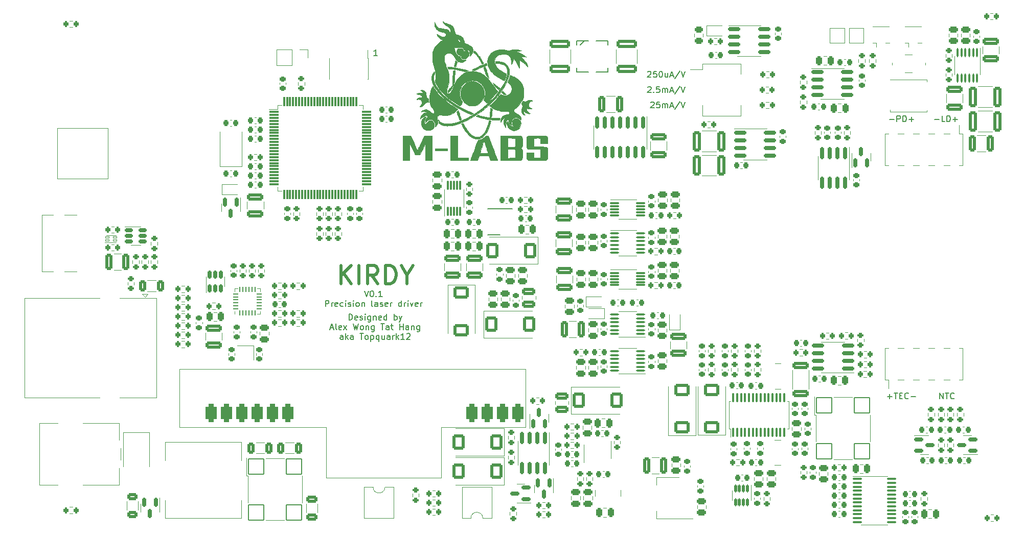
<source format=gto>
G04 #@! TF.GenerationSoftware,KiCad,Pcbnew,(6.0.0)*
G04 #@! TF.CreationDate,2022-07-08T19:13:56+08:00*
G04 #@! TF.ProjectId,kirdy,6b697264-792e-46b6-9963-61645f706362,rev?*
G04 #@! TF.SameCoordinates,Original*
G04 #@! TF.FileFunction,Legend,Top*
G04 #@! TF.FilePolarity,Positive*
%FSLAX46Y46*%
G04 Gerber Fmt 4.6, Leading zero omitted, Abs format (unit mm)*
G04 Created by KiCad (PCBNEW (6.0.0)) date 2022-07-08 19:13:56*
%MOMM*%
%LPD*%
G01*
G04 APERTURE LIST*
G04 Aperture macros list*
%AMRoundRect*
0 Rectangle with rounded corners*
0 $1 Rounding radius*
0 $2 $3 $4 $5 $6 $7 $8 $9 X,Y pos of 4 corners*
0 Add a 4 corners polygon primitive as box body*
4,1,4,$2,$3,$4,$5,$6,$7,$8,$9,$2,$3,0*
0 Add four circle primitives for the rounded corners*
1,1,$1+$1,$2,$3*
1,1,$1+$1,$4,$5*
1,1,$1+$1,$6,$7*
1,1,$1+$1,$8,$9*
0 Add four rect primitives between the rounded corners*
20,1,$1+$1,$2,$3,$4,$5,0*
20,1,$1+$1,$4,$5,$6,$7,0*
20,1,$1+$1,$6,$7,$8,$9,0*
20,1,$1+$1,$8,$9,$2,$3,0*%
%AMFreePoly0*
4,1,17,2.675000,1.605000,1.875000,1.605000,1.875000,0.935000,2.675000,0.935000,2.675000,0.335000,1.875000,0.335000,1.875000,-0.335000,2.675000,-0.335000,2.675000,-0.935000,1.875000,-0.935000,1.875000,-1.605000,2.675000,-1.605000,2.675000,-2.205000,-1.875000,-2.205000,-1.875000,2.205000,2.675000,2.205000,2.675000,1.605000,2.675000,1.605000,$1*%
G04 Aperture macros list end*
%ADD10C,0.005750*%
%ADD11C,0.000000*%
%ADD12C,0.150000*%
%ADD13C,0.500000*%
%ADD14C,0.120000*%
%ADD15C,0.100000*%
%ADD16C,0.050000*%
%ADD17C,0.152400*%
%ADD18C,3.200000*%
%ADD19R,1.800000X1.800000*%
%ADD20C,1.800000*%
%ADD21C,2.000000*%
%ADD22C,3.000000*%
%ADD23RoundRect,0.200000X0.200000X0.275000X-0.200000X0.275000X-0.200000X-0.275000X0.200000X-0.275000X0*%
%ADD24RoundRect,0.200000X-0.200000X-0.275000X0.200000X-0.275000X0.200000X0.275000X-0.200000X0.275000X0*%
%ADD25RoundRect,0.225000X-0.225000X-0.250000X0.225000X-0.250000X0.225000X0.250000X-0.225000X0.250000X0*%
%ADD26RoundRect,0.225000X0.225000X0.250000X-0.225000X0.250000X-0.225000X-0.250000X0.225000X-0.250000X0*%
%ADD27RoundRect,0.150000X0.150000X-0.587500X0.150000X0.587500X-0.150000X0.587500X-0.150000X-0.587500X0*%
%ADD28RoundRect,0.250000X-0.475000X0.250000X-0.475000X-0.250000X0.475000X-0.250000X0.475000X0.250000X0*%
%ADD29RoundRect,0.250000X1.075000X-0.375000X1.075000X0.375000X-1.075000X0.375000X-1.075000X-0.375000X0*%
%ADD30RoundRect,0.225000X0.250000X-0.225000X0.250000X0.225000X-0.250000X0.225000X-0.250000X-0.225000X0*%
%ADD31RoundRect,0.075000X-0.725000X-0.075000X0.725000X-0.075000X0.725000X0.075000X-0.725000X0.075000X0*%
%ADD32RoundRect,0.075000X-0.075000X-0.725000X0.075000X-0.725000X0.075000X0.725000X-0.075000X0.725000X0*%
%ADD33RoundRect,0.200000X-0.275000X0.200000X-0.275000X-0.200000X0.275000X-0.200000X0.275000X0.200000X0*%
%ADD34RoundRect,0.200000X0.275000X-0.200000X0.275000X0.200000X-0.275000X0.200000X-0.275000X-0.200000X0*%
%ADD35R,2.300000X2.500000*%
%ADD36R,2.900000X5.400000*%
%ADD37RoundRect,0.250000X0.250000X0.475000X-0.250000X0.475000X-0.250000X-0.475000X0.250000X-0.475000X0*%
%ADD38RoundRect,0.150000X-0.825000X-0.150000X0.825000X-0.150000X0.825000X0.150000X-0.825000X0.150000X0*%
%ADD39R,2.290000X3.000000*%
%ADD40RoundRect,0.250000X0.475000X-0.250000X0.475000X0.250000X-0.475000X0.250000X-0.475000X-0.250000X0*%
%ADD41RoundRect,0.150000X0.150000X-0.512500X0.150000X0.512500X-0.150000X0.512500X-0.150000X-0.512500X0*%
%ADD42RoundRect,0.249999X-0.450001X-1.450001X0.450001X-1.450001X0.450001X1.450001X-0.450001X1.450001X0*%
%ADD43RoundRect,0.225000X-0.250000X0.225000X-0.250000X-0.225000X0.250000X-0.225000X0.250000X0.225000X0*%
%ADD44C,2.250000*%
%ADD45C,0.650000*%
%ADD46R,1.450000X0.600000*%
%ADD47R,1.450000X0.300000*%
%ADD48O,1.600000X1.000000*%
%ADD49O,2.100000X1.000000*%
%ADD50RoundRect,0.100000X-0.625000X-0.100000X0.625000X-0.100000X0.625000X0.100000X-0.625000X0.100000X0*%
%ADD51R,1.650000X2.850000*%
%ADD52C,0.800000*%
%ADD53C,5.400000*%
%ADD54R,0.740000X2.400000*%
%ADD55R,2.000000X1.500000*%
%ADD56R,2.000000X3.800000*%
%ADD57RoundRect,0.100000X0.625000X0.100000X-0.625000X0.100000X-0.625000X-0.100000X0.625000X-0.100000X0*%
%ADD58RoundRect,0.250000X0.850000X-0.375000X0.850000X0.375000X-0.850000X0.375000X-0.850000X-0.375000X0*%
%ADD59R,0.900000X0.800000*%
%ADD60RoundRect,0.250000X0.325000X0.650000X-0.325000X0.650000X-0.325000X-0.650000X0.325000X-0.650000X0*%
%ADD61R,3.700000X0.980000*%
%ADD62RoundRect,0.250000X-0.250000X-0.475000X0.250000X-0.475000X0.250000X0.475000X-0.250000X0.475000X0*%
%ADD63RoundRect,0.150000X-0.150000X0.825000X-0.150000X-0.825000X0.150000X-0.825000X0.150000X0.825000X0*%
%ADD64R,1.000000X1.050000*%
%ADD65R,1.050000X2.200000*%
%ADD66RoundRect,0.099900X1.250100X-1.250100X1.250100X1.250100X-1.250100X1.250100X-1.250100X-1.250100X0*%
%ADD67RoundRect,0.250000X-0.375000X-1.075000X0.375000X-1.075000X0.375000X1.075000X-0.375000X1.075000X0*%
%ADD68R,0.600000X0.450000*%
%ADD69RoundRect,0.250000X0.787500X1.025000X-0.787500X1.025000X-0.787500X-1.025000X0.787500X-1.025000X0*%
%ADD70RoundRect,0.250000X-0.325000X-0.650000X0.325000X-0.650000X0.325000X0.650000X-0.325000X0.650000X0*%
%ADD71RoundRect,0.100000X-0.637500X-0.100000X0.637500X-0.100000X0.637500X0.100000X-0.637500X0.100000X0*%
%ADD72RoundRect,0.015000X0.275000X-0.135000X0.275000X0.135000X-0.275000X0.135000X-0.275000X-0.135000X0*%
%ADD73RoundRect,0.250000X-0.325000X-1.100000X0.325000X-1.100000X0.325000X1.100000X-0.325000X1.100000X0*%
%ADD74RoundRect,0.250000X-1.075000X0.375000X-1.075000X-0.375000X1.075000X-0.375000X1.075000X0.375000X0*%
%ADD75RoundRect,0.150000X-0.150000X0.587500X-0.150000X-0.587500X0.150000X-0.587500X0.150000X0.587500X0*%
%ADD76R,1.000000X3.150000*%
%ADD77R,2.000000X1.780000*%
%ADD78RoundRect,0.250000X1.075000X-0.362500X1.075000X0.362500X-1.075000X0.362500X-1.075000X-0.362500X0*%
%ADD79RoundRect,0.150000X0.825000X0.150000X-0.825000X0.150000X-0.825000X-0.150000X0.825000X-0.150000X0*%
%ADD80R,2.550000X1.550000*%
%ADD81RoundRect,0.249999X1.450001X-0.450001X1.450001X0.450001X-1.450001X0.450001X-1.450001X-0.450001X0*%
%ADD82RoundRect,0.250000X-0.787500X-1.025000X0.787500X-1.025000X0.787500X1.025000X-0.787500X1.025000X0*%
%ADD83R,2.000000X2.000000*%
%ADD84RoundRect,0.062500X0.062500X-0.350000X0.062500X0.350000X-0.062500X0.350000X-0.062500X-0.350000X0*%
%ADD85RoundRect,0.062500X0.350000X-0.062500X0.350000X0.062500X-0.350000X0.062500X-0.350000X-0.062500X0*%
%ADD86R,2.600000X2.600000*%
%ADD87RoundRect,0.250000X1.025000X-0.787500X1.025000X0.787500X-1.025000X0.787500X-1.025000X-0.787500X0*%
%ADD88RoundRect,0.250000X0.450000X-0.262500X0.450000X0.262500X-0.450000X0.262500X-0.450000X-0.262500X0*%
%ADD89R,0.980000X3.700000*%
%ADD90RoundRect,0.450000X-0.450000X-1.050000X0.450000X-1.050000X0.450000X1.050000X-0.450000X1.050000X0*%
%ADD91RoundRect,0.250000X-1.025000X0.787500X-1.025000X-0.787500X1.025000X-0.787500X1.025000X0.787500X0*%
%ADD92RoundRect,0.100000X-0.100000X0.625000X-0.100000X-0.625000X0.100000X-0.625000X0.100000X0.625000X0*%
%ADD93R,2.850000X1.650000*%
%ADD94RoundRect,0.250000X0.325000X1.100000X-0.325000X1.100000X-0.325000X-1.100000X0.325000X-1.100000X0*%
%ADD95RoundRect,0.250000X1.100000X-0.325000X1.100000X0.325000X-1.100000X0.325000X-1.100000X-0.325000X0*%
%ADD96R,0.700000X0.250000*%
%ADD97R,2.660000X3.380000*%
%ADD98R,1.700000X1.700000*%
%ADD99O,1.700000X1.700000*%
%ADD100RoundRect,0.100000X0.100000X-0.637500X0.100000X0.637500X-0.100000X0.637500X-0.100000X-0.637500X0*%
%ADD101R,5.400000X2.850000*%
%ADD102C,1.600000*%
%ADD103R,2.000000X4.000000*%
%ADD104O,2.000000X3.300000*%
%ADD105O,3.500000X2.000000*%
%ADD106RoundRect,0.125000X-0.125000X0.537500X-0.125000X-0.537500X0.125000X-0.537500X0.125000X0.537500X0*%
%ADD107RoundRect,0.075000X-0.650000X-0.075000X0.650000X-0.075000X0.650000X0.075000X-0.650000X0.075000X0*%
%ADD108R,1.680000X1.880000*%
%ADD109RoundRect,0.150000X0.587500X0.150000X-0.587500X0.150000X-0.587500X-0.150000X0.587500X-0.150000X0*%
%ADD110R,0.850000X0.280000*%
%ADD111R,0.280000X0.850000*%
%ADD112R,2.050000X2.050000*%
%ADD113RoundRect,0.249999X-1.450001X0.450001X-1.450001X-0.450001X1.450001X-0.450001X1.450001X0.450001X0*%
%ADD114RoundRect,0.075000X0.075000X-0.650000X0.075000X0.650000X-0.075000X0.650000X-0.075000X-0.650000X0*%
%ADD115R,1.880000X1.680000*%
%ADD116R,2.400000X2.000000*%
%ADD117FreePoly0,0.000000*%
%ADD118R,0.850000X0.500000*%
%ADD119R,1.500000X1.100000*%
%ADD120R,0.450000X0.600000*%
%ADD121RoundRect,0.250000X-1.100000X0.325000X-1.100000X-0.325000X1.100000X-0.325000X1.100000X0.325000X0*%
%ADD122RoundRect,0.249999X0.450001X1.450001X-0.450001X1.450001X-0.450001X-1.450001X0.450001X-1.450001X0*%
%ADD123RoundRect,0.250000X0.625000X-0.312500X0.625000X0.312500X-0.625000X0.312500X-0.625000X-0.312500X0*%
%ADD124RoundRect,0.250000X0.375000X1.075000X-0.375000X1.075000X-0.375000X-1.075000X0.375000X-1.075000X0*%
%ADD125R,1.295400X0.635000*%
%ADD126R,0.635000X1.295400*%
%ADD127R,0.635000X2.311400*%
%ADD128RoundRect,0.250000X-0.650000X0.325000X-0.650000X-0.325000X0.650000X-0.325000X0.650000X0.325000X0*%
%ADD129RoundRect,0.150000X-0.512500X-0.150000X0.512500X-0.150000X0.512500X0.150000X-0.512500X0.150000X0*%
%ADD130RoundRect,0.150000X-0.587500X-0.150000X0.587500X-0.150000X0.587500X0.150000X-0.587500X0.150000X0*%
G04 APERTURE END LIST*
D10*
X68235551Y-20318548D02*
X68390721Y-20043750D01*
X68657829Y-25824127D02*
X68095909Y-26057172D01*
X69570006Y-14986276D02*
X69555174Y-14634415D01*
X63277519Y-23454138D02*
X63114763Y-23124536D01*
X76655028Y-25717999D02*
X76733427Y-25551306D01*
X79775590Y-23719659D02*
X79649040Y-23745441D01*
X77072093Y-15632638D02*
X76947111Y-15468237D01*
X64377116Y-25522644D02*
X64410753Y-25565253D01*
X77404313Y-14173196D02*
X77348375Y-14197189D01*
X80902550Y-31873541D02*
X81043132Y-31868005D01*
X76331700Y-28193927D02*
X78002403Y-28202276D01*
X78002403Y-28202276D02*
X78106584Y-28269464D01*
X78106584Y-28269464D02*
X78159654Y-28306915D01*
X78159654Y-28306915D02*
X78201341Y-28347803D01*
X78201341Y-28347803D02*
X78233024Y-28399414D01*
X78233024Y-28399414D02*
X78256047Y-28469073D01*
X78256047Y-28469073D02*
X78271794Y-28564075D01*
X78271794Y-28564075D02*
X78281621Y-28691730D01*
X78281621Y-28691730D02*
X78286882Y-28859344D01*
X78286882Y-28859344D02*
X78288945Y-29074225D01*
X78288945Y-29074225D02*
X78289226Y-29248535D01*
X78289226Y-29248535D02*
X78288981Y-29474707D01*
X78288981Y-29474707D02*
X78287858Y-29649231D01*
X78287858Y-29649231D02*
X78285277Y-29779968D01*
X78285277Y-29779968D02*
X78280656Y-29874731D01*
X78280656Y-29874731D02*
X78273417Y-29941388D01*
X78273417Y-29941388D02*
X78262980Y-29987762D01*
X78262980Y-29987762D02*
X78248765Y-30021704D01*
X78248765Y-30021704D02*
X78230192Y-30051056D01*
X78230192Y-30051056D02*
X78230001Y-30051327D01*
X78230001Y-30051327D02*
X78229907Y-30051460D01*
X78229907Y-30051460D02*
X78229814Y-30051593D01*
X78229814Y-30051593D02*
X78160185Y-30124353D01*
X78160185Y-30124353D02*
X78080913Y-30177368D01*
X78080913Y-30177368D02*
X77991429Y-30219165D01*
X77991429Y-30219165D02*
X78080919Y-30266595D01*
X78080919Y-30266595D02*
X78163457Y-30326422D01*
X78163457Y-30326422D02*
X78229820Y-30398004D01*
X78229820Y-30398004D02*
X78248478Y-30427350D01*
X78248478Y-30427350D02*
X78262767Y-30461145D01*
X78262767Y-30461145D02*
X78273265Y-30507239D01*
X78273265Y-30507239D02*
X78280546Y-30573462D01*
X78280546Y-30573462D02*
X78285216Y-30667670D01*
X78285216Y-30667670D02*
X78287828Y-30797699D01*
X78287828Y-30797699D02*
X78288969Y-30971393D01*
X78288969Y-30971393D02*
X78289226Y-31196582D01*
X78289226Y-31196582D02*
X78289226Y-31201068D01*
X78289226Y-31201068D02*
X78288536Y-31451764D01*
X78288536Y-31451764D02*
X78285563Y-31650281D01*
X78285563Y-31650281D02*
X78278959Y-31803943D01*
X78278959Y-31803943D02*
X78267338Y-31920044D01*
X78267338Y-31920044D02*
X78249345Y-32005890D01*
X78249345Y-32005890D02*
X78223613Y-32068805D01*
X78223613Y-32068805D02*
X78188798Y-32116083D01*
X78188798Y-32116083D02*
X78143510Y-32155029D01*
X78143510Y-32155029D02*
X78106584Y-32180139D01*
X78106584Y-32180139D02*
X78002403Y-32247327D01*
X78002403Y-32247327D02*
X74660997Y-32264032D01*
X74660997Y-32264032D02*
X74660997Y-31878876D01*
X74660997Y-31878876D02*
X75865623Y-31878876D01*
X75865623Y-31878876D02*
X76469029Y-31869769D01*
X76469029Y-31869769D02*
X76676005Y-31866003D01*
X76676005Y-31866003D02*
X76832591Y-31861359D01*
X76832591Y-31861359D02*
X76945781Y-31855267D01*
X76945781Y-31855267D02*
X77022526Y-31847125D01*
X77022526Y-31847125D02*
X77069816Y-31836334D01*
X77069816Y-31836334D02*
X77094627Y-31822302D01*
X77094627Y-31822302D02*
X77099589Y-31816052D01*
X77099589Y-31816052D02*
X77109788Y-31770026D01*
X77109788Y-31770026D02*
X77117692Y-31676440D01*
X77117692Y-31676440D02*
X77123350Y-31545965D01*
X77123350Y-31545965D02*
X77126799Y-31389252D01*
X77126799Y-31389252D02*
X77128099Y-31216992D01*
X77128099Y-31216992D02*
X77127299Y-31039838D01*
X77127299Y-31039838D02*
X77124455Y-30868469D01*
X77124455Y-30868469D02*
X77119603Y-30713556D01*
X77119603Y-30713556D02*
X77112797Y-30585760D01*
X77112797Y-30585760D02*
X77104100Y-30495752D01*
X77104100Y-30495752D02*
X77093547Y-30454211D01*
X77093547Y-30454211D02*
X77093193Y-30453821D01*
X77093193Y-30453821D02*
X77059709Y-30440478D01*
X77059709Y-30440478D02*
X76985606Y-30430475D01*
X76985606Y-30430475D02*
X76866777Y-30423572D01*
X76866777Y-30423572D02*
X76699119Y-30419531D01*
X76699119Y-30419531D02*
X76478526Y-30418133D01*
X76478526Y-30418133D02*
X76462193Y-30418127D01*
X76462193Y-30418127D02*
X75865617Y-30418127D01*
X75865617Y-30418127D02*
X75865617Y-31878876D01*
X75865617Y-31878876D02*
X74660991Y-31878876D01*
X74660991Y-31878876D02*
X74660991Y-30031476D01*
X74660991Y-30031476D02*
X75865617Y-30031476D01*
X75865617Y-30031476D02*
X76441136Y-30031476D01*
X76441136Y-30031476D02*
X76641124Y-30029925D01*
X76641124Y-30029925D02*
X76811802Y-30025519D01*
X76811802Y-30025519D02*
X76945830Y-30018628D01*
X76945830Y-30018628D02*
X77035917Y-30009582D01*
X77035917Y-30009582D02*
X77072123Y-30000683D01*
X77072123Y-30000683D02*
X77090098Y-29987579D01*
X77090098Y-29987579D02*
X77103715Y-29965820D01*
X77103715Y-29965820D02*
X77113579Y-29927832D01*
X77113579Y-29927832D02*
X77120280Y-29866040D01*
X77120280Y-29866040D02*
X77124437Y-29772864D01*
X77124437Y-29772864D02*
X77126634Y-29640735D01*
X77126634Y-29640735D02*
X77127488Y-29462073D01*
X77127488Y-29462073D02*
X77127604Y-29302771D01*
X77127604Y-29302771D02*
X77127348Y-29086462D01*
X77127348Y-29086462D02*
X77126170Y-28922058D01*
X77126170Y-28922058D02*
X77123454Y-28801996D01*
X77123454Y-28801996D02*
X77118626Y-28718695D01*
X77118626Y-28718695D02*
X77111076Y-28664581D01*
X77111076Y-28664581D02*
X77100181Y-28632074D01*
X77100181Y-28632074D02*
X77085368Y-28613605D01*
X77085368Y-28613605D02*
X77072123Y-28604858D01*
X77072123Y-28604858D02*
X77024217Y-28594305D01*
X77024217Y-28594305D02*
X76926268Y-28585596D01*
X76926268Y-28585596D02*
X76785600Y-28579089D01*
X76785600Y-28579089D02*
X76609508Y-28575140D01*
X76609508Y-28575140D02*
X76441124Y-28574066D01*
X76441124Y-28574066D02*
X75865611Y-28574066D01*
X75865611Y-28574066D02*
X75865611Y-30031476D01*
X75865611Y-30031476D02*
X74660985Y-30031476D01*
X74660985Y-30031476D02*
X74660985Y-28185571D01*
X74660985Y-28185571D02*
X76331700Y-28193927D01*
X76331700Y-28193927D02*
X76331700Y-28193927D01*
G36*
X74660991Y-30031476D02*
G01*
X75865611Y-30031476D01*
X76441136Y-30031476D01*
X76641124Y-30029925D01*
X76811802Y-30025519D01*
X76945830Y-30018628D01*
X77035917Y-30009582D01*
X77072123Y-30000683D01*
X77090098Y-29987579D01*
X77103715Y-29965820D01*
X77113579Y-29927832D01*
X77120280Y-29866040D01*
X77124437Y-29772864D01*
X77126634Y-29640735D01*
X77127488Y-29462073D01*
X77127604Y-29302771D01*
X77127348Y-29086462D01*
X77126170Y-28922058D01*
X77123454Y-28801996D01*
X77118626Y-28718695D01*
X77111076Y-28664581D01*
X77100181Y-28632074D01*
X77085368Y-28613605D01*
X77072123Y-28604858D01*
X77024217Y-28594305D01*
X76926268Y-28585596D01*
X76785600Y-28579089D01*
X76609508Y-28575140D01*
X76441124Y-28574066D01*
X75865611Y-28574066D01*
X75865611Y-30031476D01*
X74660991Y-30031476D01*
X74660985Y-30031476D01*
X74660985Y-28185571D01*
X76331700Y-28193927D01*
X78002403Y-28202276D01*
X78106584Y-28269464D01*
X78159654Y-28306915D01*
X78201341Y-28347803D01*
X78233024Y-28399414D01*
X78256047Y-28469073D01*
X78271794Y-28564075D01*
X78281621Y-28691730D01*
X78286882Y-28859344D01*
X78288945Y-29074225D01*
X78289226Y-29248535D01*
X78288981Y-29474707D01*
X78287858Y-29649231D01*
X78285277Y-29779968D01*
X78280656Y-29874731D01*
X78273417Y-29941388D01*
X78262980Y-29987762D01*
X78248765Y-30021704D01*
X78230192Y-30051056D01*
X78230001Y-30051327D01*
X78229907Y-30051460D01*
X78229814Y-30051593D01*
X78160185Y-30124353D01*
X78080913Y-30177368D01*
X77991429Y-30219165D01*
X78080919Y-30266595D01*
X78163457Y-30326422D01*
X78229820Y-30398004D01*
X78248478Y-30427350D01*
X78262767Y-30461145D01*
X78273265Y-30507239D01*
X78280546Y-30573462D01*
X78285216Y-30667670D01*
X78287828Y-30797699D01*
X78288969Y-30971393D01*
X78289226Y-31196582D01*
X78289226Y-31201068D01*
X78288536Y-31451764D01*
X78285563Y-31650281D01*
X78278959Y-31803943D01*
X78267338Y-31920044D01*
X78249345Y-32005890D01*
X78223613Y-32068805D01*
X78188798Y-32116083D01*
X78143510Y-32155029D01*
X78106584Y-32180139D01*
X78002403Y-32247327D01*
X74660997Y-32264032D01*
X74660997Y-31878876D01*
X75865617Y-31878876D01*
X75865623Y-31878876D01*
X76469029Y-31869769D01*
X76676005Y-31866003D01*
X76832591Y-31861359D01*
X76945781Y-31855267D01*
X77022526Y-31847125D01*
X77069816Y-31836334D01*
X77094627Y-31822302D01*
X77099589Y-31816052D01*
X77109788Y-31770026D01*
X77117692Y-31676440D01*
X77123350Y-31545965D01*
X77126799Y-31389252D01*
X77128099Y-31216992D01*
X77127299Y-31039838D01*
X77124455Y-30868469D01*
X77119603Y-30713556D01*
X77112797Y-30585760D01*
X77104100Y-30495752D01*
X77093547Y-30454211D01*
X77093193Y-30453821D01*
X77059709Y-30440478D01*
X76985606Y-30430475D01*
X76866777Y-30423572D01*
X76699119Y-30419531D01*
X76478526Y-30418133D01*
X76462193Y-30418127D01*
X75865617Y-30418127D01*
X75865617Y-31878876D01*
X74660997Y-31878876D01*
X74660991Y-31878876D01*
X74660991Y-30031476D01*
G37*
X74660991Y-30031476D02*
X75865611Y-30031476D01*
X76441136Y-30031476D01*
X76641124Y-30029925D01*
X76811802Y-30025519D01*
X76945830Y-30018628D01*
X77035917Y-30009582D01*
X77072123Y-30000683D01*
X77090098Y-29987579D01*
X77103715Y-29965820D01*
X77113579Y-29927832D01*
X77120280Y-29866040D01*
X77124437Y-29772864D01*
X77126634Y-29640735D01*
X77127488Y-29462073D01*
X77127604Y-29302771D01*
X77127348Y-29086462D01*
X77126170Y-28922058D01*
X77123454Y-28801996D01*
X77118626Y-28718695D01*
X77111076Y-28664581D01*
X77100181Y-28632074D01*
X77085368Y-28613605D01*
X77072123Y-28604858D01*
X77024217Y-28594305D01*
X76926268Y-28585596D01*
X76785600Y-28579089D01*
X76609508Y-28575140D01*
X76441124Y-28574066D01*
X75865611Y-28574066D01*
X75865611Y-30031476D01*
X74660991Y-30031476D01*
X74660985Y-30031476D01*
X74660985Y-28185571D01*
X76331700Y-28193927D01*
X78002403Y-28202276D01*
X78106584Y-28269464D01*
X78159654Y-28306915D01*
X78201341Y-28347803D01*
X78233024Y-28399414D01*
X78256047Y-28469073D01*
X78271794Y-28564075D01*
X78281621Y-28691730D01*
X78286882Y-28859344D01*
X78288945Y-29074225D01*
X78289226Y-29248535D01*
X78288981Y-29474707D01*
X78287858Y-29649231D01*
X78285277Y-29779968D01*
X78280656Y-29874731D01*
X78273417Y-29941388D01*
X78262980Y-29987762D01*
X78248765Y-30021704D01*
X78230192Y-30051056D01*
X78230001Y-30051327D01*
X78229907Y-30051460D01*
X78229814Y-30051593D01*
X78160185Y-30124353D01*
X78080913Y-30177368D01*
X77991429Y-30219165D01*
X78080919Y-30266595D01*
X78163457Y-30326422D01*
X78229820Y-30398004D01*
X78248478Y-30427350D01*
X78262767Y-30461145D01*
X78273265Y-30507239D01*
X78280546Y-30573462D01*
X78285216Y-30667670D01*
X78287828Y-30797699D01*
X78288969Y-30971393D01*
X78289226Y-31196582D01*
X78289226Y-31201068D01*
X78288536Y-31451764D01*
X78285563Y-31650281D01*
X78278959Y-31803943D01*
X78267338Y-31920044D01*
X78249345Y-32005890D01*
X78223613Y-32068805D01*
X78188798Y-32116083D01*
X78143510Y-32155029D01*
X78106584Y-32180139D01*
X78002403Y-32247327D01*
X74660997Y-32264032D01*
X74660997Y-31878876D01*
X75865617Y-31878876D01*
X75865623Y-31878876D01*
X76469029Y-31869769D01*
X76676005Y-31866003D01*
X76832591Y-31861359D01*
X76945781Y-31855267D01*
X77022526Y-31847125D01*
X77069816Y-31836334D01*
X77094627Y-31822302D01*
X77099589Y-31816052D01*
X77109788Y-31770026D01*
X77117692Y-31676440D01*
X77123350Y-31545965D01*
X77126799Y-31389252D01*
X77128099Y-31216992D01*
X77127299Y-31039838D01*
X77124455Y-30868469D01*
X77119603Y-30713556D01*
X77112797Y-30585760D01*
X77104100Y-30495752D01*
X77093547Y-30454211D01*
X77093193Y-30453821D01*
X77059709Y-30440478D01*
X76985606Y-30430475D01*
X76866777Y-30423572D01*
X76699119Y-30419531D01*
X76478526Y-30418133D01*
X76462193Y-30418127D01*
X75865617Y-30418127D01*
X75865617Y-31878876D01*
X74660997Y-31878876D01*
X74660991Y-31878876D01*
X74660991Y-30031476D01*
X73148338Y-23638330D02*
X73226085Y-23691492D01*
X76383433Y-13946039D02*
X76672075Y-13892816D01*
X76463450Y-18212451D02*
X76592448Y-18267706D01*
X71936809Y-27720984D02*
X72034007Y-27582623D01*
X77518980Y-14313934D02*
X77607609Y-14350177D01*
X74660991Y-30418127D02*
X74660991Y-28574066D01*
X78271794Y-28564075D02*
X78281621Y-28691730D01*
X66279704Y-21102301D02*
X66378972Y-21014258D01*
X71252458Y-15102466D02*
X71326536Y-15215655D01*
X70152244Y-24454870D02*
X70138060Y-24474438D01*
X61202891Y-21859265D02*
X61388414Y-21819311D01*
X68933696Y-17500232D02*
X68839421Y-17524115D01*
X63681065Y-17556238D02*
X63700364Y-17632025D01*
X60782445Y-21236951D02*
X60830040Y-21197266D01*
X68335936Y-15569543D02*
X68510991Y-15605121D01*
X68182644Y-26211828D02*
X68182799Y-26211108D01*
X75220579Y-13877939D02*
X75616551Y-13958124D01*
X75616551Y-13958124D02*
X75787980Y-14011838D01*
X75787980Y-14011838D02*
X75891942Y-14046823D01*
X75891942Y-14046823D02*
X75961369Y-14063489D01*
X75961369Y-14063489D02*
X76016026Y-14062753D01*
X76016026Y-14062753D02*
X76075657Y-14045535D01*
X76075657Y-14045535D02*
X76122709Y-14027420D01*
X76122709Y-14027420D02*
X76383433Y-13946039D01*
X76383433Y-13946039D02*
X76672075Y-13892816D01*
X76672075Y-13892816D02*
X76975181Y-13867718D01*
X76975181Y-13867718D02*
X77279313Y-13870706D01*
X77279313Y-13870706D02*
X77571031Y-13901749D01*
X77571031Y-13901749D02*
X77836888Y-13960806D01*
X77836888Y-13960806D02*
X78031090Y-14032361D01*
X78031090Y-14032361D02*
X78145817Y-14085028D01*
X78145817Y-14085028D02*
X77945048Y-14088171D01*
X77945048Y-14088171D02*
X77804362Y-14096615D01*
X77804362Y-14096615D02*
X77655736Y-14115723D01*
X77655736Y-14115723D02*
X77516582Y-14142309D01*
X77516582Y-14142309D02*
X77404320Y-14173193D01*
X77404320Y-14173193D02*
X77348375Y-14197189D01*
X77348375Y-14197189D02*
X77336754Y-14213824D01*
X77336754Y-14213824D02*
X77357207Y-14236404D01*
X77357207Y-14236404D02*
X77415904Y-14268564D01*
X77415904Y-14268564D02*
X77518974Y-14313934D01*
X77518974Y-14313934D02*
X77607603Y-14350177D01*
X77607603Y-14350177D02*
X77853874Y-14459921D01*
X77853874Y-14459921D02*
X78125926Y-14599585D01*
X78125926Y-14599585D02*
X78406541Y-14759686D01*
X78406541Y-14759686D02*
X78678526Y-14930752D01*
X78678526Y-14930752D02*
X78758012Y-14984268D01*
X78758012Y-14984268D02*
X78857597Y-15054452D01*
X78857597Y-15054452D02*
X78911180Y-15097784D01*
X78911180Y-15097784D02*
X78922185Y-15117667D01*
X78922185Y-15117667D02*
X78894017Y-15117483D01*
X78894017Y-15117483D02*
X78891533Y-15116986D01*
X78891533Y-15116986D02*
X78830162Y-15108761D01*
X78830162Y-15108761D02*
X78725834Y-15099264D01*
X78725834Y-15099264D02*
X78592918Y-15089651D01*
X78592918Y-15089651D02*
X78445769Y-15081073D01*
X78445769Y-15081073D02*
X78439158Y-15080737D01*
X78439158Y-15080737D02*
X78072832Y-15062149D01*
X78072832Y-15062149D02*
X78412309Y-15415930D01*
X78412309Y-15415930D02*
X78682982Y-15722601D01*
X78682982Y-15722601D02*
X78897252Y-16019745D01*
X78897252Y-16019745D02*
X79055296Y-16307645D01*
X79055296Y-16307645D02*
X79157274Y-16586578D01*
X79157274Y-16586578D02*
X79178685Y-16676874D01*
X79178685Y-16676874D02*
X79185252Y-16717242D01*
X79185252Y-16717242D02*
X79180504Y-16734598D01*
X79180504Y-16734598D02*
X79158769Y-16724710D01*
X79158769Y-16724710D02*
X79114342Y-16683328D01*
X79114342Y-16683328D02*
X79041533Y-16606219D01*
X79041533Y-16606219D02*
X78951488Y-16507672D01*
X78951488Y-16507672D02*
X78831138Y-16381290D01*
X78831138Y-16381290D02*
X78698851Y-16252002D01*
X78698851Y-16252002D02*
X78572557Y-16136890D01*
X78572557Y-16136890D02*
X78489573Y-16067792D01*
X78489573Y-16067792D02*
X78384666Y-15991174D01*
X78384666Y-15991174D02*
X78262144Y-15909811D01*
X78262144Y-15909811D02*
X78133592Y-15830444D01*
X78133592Y-15830444D02*
X78010612Y-15759830D01*
X78010612Y-15759830D02*
X77904765Y-15704718D01*
X77904765Y-15704718D02*
X77827659Y-15671854D01*
X77827659Y-15671854D02*
X77799168Y-15665610D01*
X77799168Y-15665610D02*
X77782030Y-15683655D01*
X77782030Y-15683655D02*
X77782463Y-15743475D01*
X77782463Y-15743475D02*
X77794316Y-15821759D01*
X77794316Y-15821759D02*
X77803843Y-15909677D01*
X77803843Y-15909677D02*
X77809495Y-16035586D01*
X77809495Y-16035586D02*
X77811558Y-16186975D01*
X77811558Y-16186975D02*
X77810344Y-16351327D01*
X77810344Y-16351327D02*
X77806132Y-16516141D01*
X77806132Y-16516141D02*
X77799217Y-16668896D01*
X77799217Y-16668896D02*
X77789909Y-16797082D01*
X77789909Y-16797082D02*
X77778508Y-16888187D01*
X77778508Y-16888187D02*
X77768217Y-16925683D01*
X77768217Y-16925683D02*
X77748649Y-16949209D01*
X77748649Y-16949209D02*
X77728740Y-16934259D01*
X77728740Y-16934259D02*
X77701610Y-16873126D01*
X77701610Y-16873126D02*
X77687694Y-16835376D01*
X77687694Y-16835376D02*
X77589561Y-16587698D01*
X77589561Y-16587698D02*
X77471812Y-16330496D01*
X77471812Y-16330496D02*
X77341569Y-16076858D01*
X77341569Y-16076858D02*
X77205949Y-15839877D01*
X77205949Y-15839877D02*
X77072087Y-15632648D01*
X77072087Y-15632648D02*
X76947099Y-15468249D01*
X76947099Y-15468249D02*
X76937840Y-15457516D01*
X76937840Y-15457516D02*
X76875346Y-15389017D01*
X76875346Y-15389017D02*
X76838829Y-15361023D01*
X76838829Y-15361023D02*
X76817985Y-15367963D01*
X76817985Y-15367963D02*
X76808293Y-15387631D01*
X76808293Y-15387631D02*
X76791179Y-15460647D01*
X76791179Y-15460647D02*
X76785441Y-15520947D01*
X76785441Y-15520947D02*
X76773143Y-15600635D01*
X76773143Y-15600635D02*
X76742692Y-15718136D01*
X76742692Y-15718136D02*
X76699443Y-15857031D01*
X76699443Y-15857031D02*
X76648790Y-16000888D01*
X76648790Y-16000888D02*
X76596092Y-16133282D01*
X76596092Y-16133282D02*
X76558116Y-16215860D01*
X76558116Y-16215860D02*
X76483476Y-16364572D01*
X76483476Y-16364572D02*
X76465135Y-16067142D01*
X76465135Y-16067142D02*
X76425682Y-15719000D01*
X76425682Y-15719000D02*
X76353245Y-15417938D01*
X76353245Y-15417938D02*
X76248063Y-15164581D01*
X76248063Y-15164581D02*
X76110350Y-14959549D01*
X76110350Y-14959549D02*
X76034508Y-14880096D01*
X76034508Y-14880096D02*
X75942436Y-14804211D01*
X75942436Y-14804211D02*
X75848747Y-14742734D01*
X75848747Y-14742734D02*
X75784422Y-14712988D01*
X75784422Y-14712988D02*
X75716954Y-14699982D01*
X75716954Y-14699982D02*
X75606303Y-14686929D01*
X75606303Y-14686929D02*
X75466636Y-14675186D01*
X75466636Y-14675186D02*
X75312126Y-14666101D01*
X75312126Y-14666101D02*
X75277629Y-14664603D01*
X75277629Y-14664603D02*
X74960332Y-14664493D01*
X74960332Y-14664493D02*
X74687590Y-14693298D01*
X74687590Y-14693298D02*
X74452781Y-14753018D01*
X74452781Y-14753018D02*
X74249302Y-14845651D01*
X74249302Y-14845651D02*
X74070549Y-14973196D01*
X74070549Y-14973196D02*
X73982927Y-15056299D01*
X73982927Y-15056299D02*
X73822325Y-15259357D01*
X73822325Y-15259357D02*
X73716966Y-15478119D01*
X73716966Y-15478119D02*
X73666905Y-15712063D01*
X73666905Y-15712063D02*
X73672215Y-15960660D01*
X73672215Y-15960660D02*
X73732945Y-16223392D01*
X73732945Y-16223392D02*
X73826121Y-16453137D01*
X73826121Y-16453137D02*
X73996629Y-16744299D01*
X73996629Y-16744299D02*
X74217686Y-17012134D01*
X74217686Y-17012134D02*
X74490062Y-17257281D01*
X74490062Y-17257281D02*
X74814488Y-17480383D01*
X74814488Y-17480383D02*
X75191728Y-17682092D01*
X75191728Y-17682092D02*
X75342167Y-17750275D01*
X75342167Y-17750275D02*
X75475187Y-17809979D01*
X75475187Y-17809979D02*
X75562523Y-17855029D01*
X75562523Y-17855029D02*
X75612517Y-17890784D01*
X75612517Y-17890784D02*
X75633494Y-17922607D01*
X75633494Y-17922607D02*
X75635716Y-17939130D01*
X75635716Y-17939130D02*
X75626311Y-18015875D01*
X75626311Y-18015875D02*
X75601317Y-18131830D01*
X75601317Y-18131830D02*
X75564445Y-18274927D01*
X75564445Y-18274927D02*
X75519407Y-18433124D01*
X75519407Y-18433124D02*
X75469902Y-18594366D01*
X75469902Y-18594366D02*
X75419621Y-18746612D01*
X75419621Y-18746612D02*
X75372301Y-18877795D01*
X75372301Y-18877795D02*
X75331614Y-18975873D01*
X75331614Y-18975873D02*
X75301286Y-19028790D01*
X75301286Y-19028790D02*
X75300864Y-19029239D01*
X75300864Y-19029239D02*
X75300652Y-19029463D01*
X75300652Y-19029463D02*
X75300438Y-19029687D01*
X75300438Y-19029687D02*
X75268327Y-19024945D01*
X75268327Y-19024945D02*
X75195164Y-18995886D01*
X75195164Y-18995886D02*
X75090281Y-18946747D01*
X75090281Y-18946747D02*
X74962956Y-18881756D01*
X74962956Y-18881756D02*
X74890159Y-18842670D01*
X74890159Y-18842670D02*
X74473320Y-18606421D01*
X74473320Y-18606421D02*
X74108378Y-18380163D01*
X74108378Y-18380163D02*
X73791411Y-18160266D01*
X73791411Y-18160266D02*
X73518486Y-17943109D01*
X73518486Y-17943109D02*
X73285667Y-17725049D01*
X73285667Y-17725049D02*
X73089024Y-17502460D01*
X73089024Y-17502460D02*
X72924620Y-17271704D01*
X72924620Y-17271704D02*
X72788524Y-17029162D01*
X72788524Y-17029162D02*
X72693828Y-16815259D01*
X72693828Y-16815259D02*
X72584184Y-16472339D01*
X72584184Y-16472339D02*
X72525151Y-16131583D01*
X72525151Y-16131583D02*
X72515611Y-15798251D01*
X72515611Y-15798251D02*
X72554454Y-15477630D01*
X72554454Y-15477630D02*
X72640581Y-15174988D01*
X72640581Y-15174988D02*
X72772868Y-14895602D01*
X72772868Y-14895602D02*
X72950206Y-14644739D01*
X72950206Y-14644739D02*
X73171489Y-14427679D01*
X73171489Y-14427679D02*
X73202104Y-14403244D01*
X73202104Y-14403244D02*
X73503666Y-14203308D01*
X73503666Y-14203308D02*
X73839079Y-14047937D01*
X73839079Y-14047937D02*
X74211204Y-13935943D01*
X74211204Y-13935943D02*
X74416539Y-13895059D01*
X74416539Y-13895059D02*
X74819810Y-13856857D01*
X74819810Y-13856857D02*
X75220579Y-13877939D01*
X75220579Y-13877939D02*
X75220579Y-13877939D01*
G36*
X75220579Y-13877939D02*
G01*
X75616551Y-13958124D01*
X75787980Y-14011838D01*
X75891942Y-14046823D01*
X75961369Y-14063489D01*
X76016026Y-14062753D01*
X76075657Y-14045535D01*
X76122709Y-14027420D01*
X76383433Y-13946039D01*
X76672075Y-13892816D01*
X76975181Y-13867718D01*
X77279313Y-13870706D01*
X77571031Y-13901749D01*
X77836888Y-13960806D01*
X78031090Y-14032361D01*
X78145817Y-14085028D01*
X77945048Y-14088171D01*
X77804362Y-14096615D01*
X77655736Y-14115723D01*
X77516582Y-14142309D01*
X77404320Y-14173193D01*
X77348375Y-14197189D01*
X77336754Y-14213824D01*
X77357207Y-14236404D01*
X77415904Y-14268564D01*
X77518974Y-14313934D01*
X77607603Y-14350177D01*
X77853874Y-14459921D01*
X78125926Y-14599585D01*
X78406541Y-14759686D01*
X78678526Y-14930752D01*
X78758012Y-14984268D01*
X78857597Y-15054452D01*
X78911180Y-15097784D01*
X78922185Y-15117667D01*
X78894017Y-15117483D01*
X78891533Y-15116986D01*
X78830162Y-15108761D01*
X78725834Y-15099264D01*
X78592918Y-15089651D01*
X78445769Y-15081073D01*
X78439158Y-15080737D01*
X78072832Y-15062149D01*
X78412309Y-15415930D01*
X78682982Y-15722601D01*
X78897252Y-16019745D01*
X79055296Y-16307645D01*
X79157274Y-16586578D01*
X79178685Y-16676874D01*
X79185252Y-16717242D01*
X79180504Y-16734598D01*
X79158769Y-16724710D01*
X79114342Y-16683328D01*
X79041533Y-16606219D01*
X78951488Y-16507672D01*
X78831138Y-16381290D01*
X78698851Y-16252002D01*
X78572557Y-16136890D01*
X78489573Y-16067792D01*
X78384666Y-15991174D01*
X78262144Y-15909811D01*
X78133592Y-15830444D01*
X78010612Y-15759830D01*
X77904765Y-15704718D01*
X77827659Y-15671854D01*
X77799168Y-15665610D01*
X77782030Y-15683655D01*
X77782463Y-15743475D01*
X77794316Y-15821759D01*
X77803843Y-15909677D01*
X77809495Y-16035586D01*
X77811558Y-16186975D01*
X77810344Y-16351327D01*
X77806132Y-16516141D01*
X77799217Y-16668896D01*
X77789909Y-16797082D01*
X77778508Y-16888187D01*
X77768217Y-16925683D01*
X77748649Y-16949209D01*
X77728740Y-16934259D01*
X77701610Y-16873126D01*
X77687694Y-16835376D01*
X77589561Y-16587698D01*
X77471812Y-16330496D01*
X77341569Y-16076858D01*
X77205949Y-15839877D01*
X77072087Y-15632648D01*
X76947099Y-15468249D01*
X76937840Y-15457516D01*
X76875346Y-15389017D01*
X76838829Y-15361023D01*
X76817985Y-15367963D01*
X76808293Y-15387631D01*
X76791179Y-15460647D01*
X76785441Y-15520947D01*
X76773143Y-15600635D01*
X76742692Y-15718136D01*
X76699443Y-15857031D01*
X76648790Y-16000888D01*
X76596092Y-16133282D01*
X76558116Y-16215860D01*
X76483476Y-16364572D01*
X76465135Y-16067142D01*
X76425682Y-15719000D01*
X76353245Y-15417938D01*
X76248063Y-15164581D01*
X76110350Y-14959549D01*
X76034508Y-14880096D01*
X75942436Y-14804211D01*
X75848747Y-14742734D01*
X75784422Y-14712988D01*
X75716954Y-14699982D01*
X75606303Y-14686929D01*
X75466636Y-14675186D01*
X75312126Y-14666101D01*
X75277629Y-14664603D01*
X74960332Y-14664493D01*
X74687590Y-14693298D01*
X74452781Y-14753018D01*
X74249302Y-14845651D01*
X74070549Y-14973196D01*
X73982927Y-15056299D01*
X73822325Y-15259357D01*
X73716966Y-15478119D01*
X73666905Y-15712063D01*
X73672215Y-15960660D01*
X73732945Y-16223392D01*
X73826121Y-16453137D01*
X73996629Y-16744299D01*
X74217686Y-17012134D01*
X74490062Y-17257281D01*
X74814488Y-17480383D01*
X75191728Y-17682092D01*
X75342167Y-17750275D01*
X75475187Y-17809979D01*
X75562523Y-17855029D01*
X75612517Y-17890784D01*
X75633494Y-17922607D01*
X75635716Y-17939130D01*
X75626311Y-18015875D01*
X75601317Y-18131830D01*
X75564445Y-18274927D01*
X75519407Y-18433124D01*
X75469902Y-18594366D01*
X75419621Y-18746612D01*
X75372301Y-18877795D01*
X75331614Y-18975873D01*
X75301286Y-19028790D01*
X75300864Y-19029239D01*
X75300652Y-19029463D01*
X75300438Y-19029687D01*
X75268327Y-19024945D01*
X75195164Y-18995886D01*
X75090281Y-18946747D01*
X74962956Y-18881756D01*
X74890159Y-18842670D01*
X74473320Y-18606421D01*
X74108378Y-18380163D01*
X73791411Y-18160266D01*
X73518486Y-17943109D01*
X73285667Y-17725049D01*
X73089024Y-17502460D01*
X72924620Y-17271704D01*
X72788524Y-17029162D01*
X72693828Y-16815259D01*
X72584184Y-16472339D01*
X72525151Y-16131583D01*
X72515611Y-15798251D01*
X72554454Y-15477630D01*
X72640581Y-15174988D01*
X72772868Y-14895602D01*
X72950206Y-14644739D01*
X73171489Y-14427679D01*
X73202104Y-14403244D01*
X73503666Y-14203308D01*
X73839079Y-14047937D01*
X74211204Y-13935943D01*
X74416539Y-13895059D01*
X74819810Y-13856857D01*
X75220579Y-13877939D01*
G37*
X75220579Y-13877939D02*
X75616551Y-13958124D01*
X75787980Y-14011838D01*
X75891942Y-14046823D01*
X75961369Y-14063489D01*
X76016026Y-14062753D01*
X76075657Y-14045535D01*
X76122709Y-14027420D01*
X76383433Y-13946039D01*
X76672075Y-13892816D01*
X76975181Y-13867718D01*
X77279313Y-13870706D01*
X77571031Y-13901749D01*
X77836888Y-13960806D01*
X78031090Y-14032361D01*
X78145817Y-14085028D01*
X77945048Y-14088171D01*
X77804362Y-14096615D01*
X77655736Y-14115723D01*
X77516582Y-14142309D01*
X77404320Y-14173193D01*
X77348375Y-14197189D01*
X77336754Y-14213824D01*
X77357207Y-14236404D01*
X77415904Y-14268564D01*
X77518974Y-14313934D01*
X77607603Y-14350177D01*
X77853874Y-14459921D01*
X78125926Y-14599585D01*
X78406541Y-14759686D01*
X78678526Y-14930752D01*
X78758012Y-14984268D01*
X78857597Y-15054452D01*
X78911180Y-15097784D01*
X78922185Y-15117667D01*
X78894017Y-15117483D01*
X78891533Y-15116986D01*
X78830162Y-15108761D01*
X78725834Y-15099264D01*
X78592918Y-15089651D01*
X78445769Y-15081073D01*
X78439158Y-15080737D01*
X78072832Y-15062149D01*
X78412309Y-15415930D01*
X78682982Y-15722601D01*
X78897252Y-16019745D01*
X79055296Y-16307645D01*
X79157274Y-16586578D01*
X79178685Y-16676874D01*
X79185252Y-16717242D01*
X79180504Y-16734598D01*
X79158769Y-16724710D01*
X79114342Y-16683328D01*
X79041533Y-16606219D01*
X78951488Y-16507672D01*
X78831138Y-16381290D01*
X78698851Y-16252002D01*
X78572557Y-16136890D01*
X78489573Y-16067792D01*
X78384666Y-15991174D01*
X78262144Y-15909811D01*
X78133592Y-15830444D01*
X78010612Y-15759830D01*
X77904765Y-15704718D01*
X77827659Y-15671854D01*
X77799168Y-15665610D01*
X77782030Y-15683655D01*
X77782463Y-15743475D01*
X77794316Y-15821759D01*
X77803843Y-15909677D01*
X77809495Y-16035586D01*
X77811558Y-16186975D01*
X77810344Y-16351327D01*
X77806132Y-16516141D01*
X77799217Y-16668896D01*
X77789909Y-16797082D01*
X77778508Y-16888187D01*
X77768217Y-16925683D01*
X77748649Y-16949209D01*
X77728740Y-16934259D01*
X77701610Y-16873126D01*
X77687694Y-16835376D01*
X77589561Y-16587698D01*
X77471812Y-16330496D01*
X77341569Y-16076858D01*
X77205949Y-15839877D01*
X77072087Y-15632648D01*
X76947099Y-15468249D01*
X76937840Y-15457516D01*
X76875346Y-15389017D01*
X76838829Y-15361023D01*
X76817985Y-15367963D01*
X76808293Y-15387631D01*
X76791179Y-15460647D01*
X76785441Y-15520947D01*
X76773143Y-15600635D01*
X76742692Y-15718136D01*
X76699443Y-15857031D01*
X76648790Y-16000888D01*
X76596092Y-16133282D01*
X76558116Y-16215860D01*
X76483476Y-16364572D01*
X76465135Y-16067142D01*
X76425682Y-15719000D01*
X76353245Y-15417938D01*
X76248063Y-15164581D01*
X76110350Y-14959549D01*
X76034508Y-14880096D01*
X75942436Y-14804211D01*
X75848747Y-14742734D01*
X75784422Y-14712988D01*
X75716954Y-14699982D01*
X75606303Y-14686929D01*
X75466636Y-14675186D01*
X75312126Y-14666101D01*
X75277629Y-14664603D01*
X74960332Y-14664493D01*
X74687590Y-14693298D01*
X74452781Y-14753018D01*
X74249302Y-14845651D01*
X74070549Y-14973196D01*
X73982927Y-15056299D01*
X73822325Y-15259357D01*
X73716966Y-15478119D01*
X73666905Y-15712063D01*
X73672215Y-15960660D01*
X73732945Y-16223392D01*
X73826121Y-16453137D01*
X73996629Y-16744299D01*
X74217686Y-17012134D01*
X74490062Y-17257281D01*
X74814488Y-17480383D01*
X75191728Y-17682092D01*
X75342167Y-17750275D01*
X75475187Y-17809979D01*
X75562523Y-17855029D01*
X75612517Y-17890784D01*
X75633494Y-17922607D01*
X75635716Y-17939130D01*
X75626311Y-18015875D01*
X75601317Y-18131830D01*
X75564445Y-18274927D01*
X75519407Y-18433124D01*
X75469902Y-18594366D01*
X75419621Y-18746612D01*
X75372301Y-18877795D01*
X75331614Y-18975873D01*
X75301286Y-19028790D01*
X75300864Y-19029239D01*
X75300652Y-19029463D01*
X75300438Y-19029687D01*
X75268327Y-19024945D01*
X75195164Y-18995886D01*
X75090281Y-18946747D01*
X74962956Y-18881756D01*
X74890159Y-18842670D01*
X74473320Y-18606421D01*
X74108378Y-18380163D01*
X73791411Y-18160266D01*
X73518486Y-17943109D01*
X73285667Y-17725049D01*
X73089024Y-17502460D01*
X72924620Y-17271704D01*
X72788524Y-17029162D01*
X72693828Y-16815259D01*
X72584184Y-16472339D01*
X72525151Y-16131583D01*
X72515611Y-15798251D01*
X72554454Y-15477630D01*
X72640581Y-15174988D01*
X72772868Y-14895602D01*
X72950206Y-14644739D01*
X73171489Y-14427679D01*
X73202104Y-14403244D01*
X73503666Y-14203308D01*
X73839079Y-14047937D01*
X74211204Y-13935943D01*
X74416539Y-13895059D01*
X74819810Y-13856857D01*
X75220579Y-13877939D01*
X79099046Y-24109723D02*
X79216075Y-24229950D01*
X78951500Y-16507666D02*
X78831138Y-16381287D01*
X65472050Y-22069769D02*
X64971397Y-21614245D01*
X64902989Y-24742572D02*
X64741478Y-24720959D01*
X68285734Y-13715826D02*
X68325285Y-13740698D01*
X73082817Y-25053241D02*
X73005107Y-25041308D01*
X69722301Y-14827743D02*
X69570006Y-14986273D01*
X79532615Y-22567792D02*
X79420860Y-22691540D01*
X80590422Y-29999219D02*
X80764543Y-30002576D01*
X72877348Y-24993066D02*
X72874949Y-24960290D01*
X62906895Y-21548688D02*
X62968278Y-21234473D01*
X62888292Y-24061328D02*
X63062504Y-24211639D01*
X78758024Y-14984265D02*
X78857597Y-15054449D01*
X73005101Y-25041315D02*
X72983116Y-25037866D01*
X67589091Y-13738745D02*
X67644145Y-13703958D01*
X73839824Y-20381341D02*
X73934794Y-20520593D01*
X72874949Y-24960290D02*
X72881321Y-24904126D01*
X73765696Y-25592663D02*
X73619383Y-25588476D01*
X63634587Y-26734997D02*
X63573924Y-26876868D01*
X77100200Y-28632074D02*
X77085374Y-28613605D01*
X72980736Y-32262195D02*
X72727080Y-31458234D01*
X70006248Y-14392901D02*
X69980388Y-14447800D01*
X76168779Y-18445880D02*
X76200969Y-18321863D01*
X70676658Y-14385251D02*
X70876085Y-14606167D01*
X63393681Y-14650220D02*
X63415526Y-14469025D01*
X68127415Y-20618433D02*
X68235551Y-20318548D01*
X62156529Y-26219775D02*
X62195750Y-26288336D01*
X64433830Y-11882284D02*
X64270421Y-11668683D01*
X76353264Y-15417935D02*
X76248076Y-15164578D01*
X78439165Y-15080728D02*
X78072844Y-15062143D01*
X72357573Y-16206872D02*
X72372960Y-16247531D01*
X72372960Y-16247531D02*
X72385173Y-16309094D01*
X72385173Y-16309094D02*
X72387260Y-16320199D01*
X72387260Y-16320199D02*
X72402446Y-16410541D01*
X72402446Y-16410541D02*
X72401567Y-16460065D01*
X72401567Y-16460065D02*
X72381584Y-16485889D01*
X72381584Y-16485889D02*
X72355620Y-16498611D01*
X72355620Y-16498611D02*
X72305626Y-16518420D01*
X72305626Y-16518420D02*
X72214732Y-16553604D01*
X72214732Y-16553604D02*
X72095976Y-16599161D01*
X72095976Y-16599161D02*
X71964921Y-16649103D01*
X71964921Y-16649103D02*
X71744218Y-16737781D01*
X71744218Y-16737781D02*
X71490385Y-16847858D01*
X71490385Y-16847858D02*
X71220292Y-16971619D01*
X71220292Y-16971619D02*
X70950828Y-17101318D01*
X70950828Y-17101318D02*
X70709959Y-17223443D01*
X70709959Y-17223443D02*
X70616667Y-17270642D01*
X70616667Y-17270642D02*
X70541569Y-17301385D01*
X70541569Y-17301385D02*
X70469340Y-17317804D01*
X70469340Y-17317804D02*
X70384697Y-17322015D01*
X70384697Y-17322015D02*
X70272307Y-17316162D01*
X70272307Y-17316162D02*
X70132017Y-17303778D01*
X70132017Y-17303778D02*
X69948314Y-17286603D01*
X69948314Y-17286603D02*
X70218059Y-17133459D01*
X70218059Y-17133459D02*
X70820714Y-16809335D01*
X70820714Y-16809335D02*
X71412083Y-16528677D01*
X71412083Y-16528677D02*
X71936241Y-16311340D01*
X71936241Y-16311340D02*
X72094694Y-16249966D01*
X72094694Y-16249966D02*
X72207579Y-16208670D01*
X72207579Y-16208670D02*
X72283366Y-16187610D01*
X72283366Y-16187610D02*
X72330540Y-16186957D01*
X72330540Y-16186957D02*
X72357573Y-16206872D01*
X72357573Y-16206872D02*
X72357573Y-16206872D01*
G36*
X72357573Y-16206872D02*
G01*
X72372960Y-16247531D01*
X72385173Y-16309094D01*
X72387260Y-16320199D01*
X72402446Y-16410541D01*
X72401567Y-16460065D01*
X72381584Y-16485889D01*
X72355620Y-16498611D01*
X72305626Y-16518420D01*
X72214732Y-16553604D01*
X72095976Y-16599161D01*
X71964921Y-16649103D01*
X71744218Y-16737781D01*
X71490385Y-16847858D01*
X71220292Y-16971619D01*
X70950828Y-17101318D01*
X70709959Y-17223443D01*
X70616667Y-17270642D01*
X70541569Y-17301385D01*
X70469340Y-17317804D01*
X70384697Y-17322015D01*
X70272307Y-17316162D01*
X70132017Y-17303778D01*
X69948314Y-17286603D01*
X70218059Y-17133459D01*
X70820714Y-16809335D01*
X71412083Y-16528677D01*
X71936241Y-16311340D01*
X72094694Y-16249966D01*
X72207579Y-16208670D01*
X72283366Y-16187610D01*
X72330540Y-16186957D01*
X72357573Y-16206872D01*
G37*
X72357573Y-16206872D02*
X72372960Y-16247531D01*
X72385173Y-16309094D01*
X72387260Y-16320199D01*
X72402446Y-16410541D01*
X72401567Y-16460065D01*
X72381584Y-16485889D01*
X72355620Y-16498611D01*
X72305626Y-16518420D01*
X72214732Y-16553604D01*
X72095976Y-16599161D01*
X71964921Y-16649103D01*
X71744218Y-16737781D01*
X71490385Y-16847858D01*
X71220292Y-16971619D01*
X70950828Y-17101318D01*
X70709959Y-17223443D01*
X70616667Y-17270642D01*
X70541569Y-17301385D01*
X70469340Y-17317804D01*
X70384697Y-17322015D01*
X70272307Y-17316162D01*
X70132017Y-17303778D01*
X69948314Y-17286603D01*
X70218059Y-17133459D01*
X70820714Y-16809335D01*
X71412083Y-16528677D01*
X71936241Y-16311340D01*
X72094694Y-16249966D01*
X72207579Y-16208670D01*
X72283366Y-16187610D01*
X72330540Y-16186957D01*
X72357573Y-16206872D01*
X68993602Y-17649914D02*
X69373289Y-17543439D01*
X71832335Y-16117038D02*
X71841893Y-16152347D01*
X73557817Y-25245837D02*
X73913383Y-25254632D01*
X79379893Y-24512292D02*
X79277543Y-24509723D01*
X76742705Y-15718130D02*
X76699455Y-15857025D01*
D11*
G36*
X66125631Y-16765592D02*
G01*
X66125774Y-16765603D01*
X66125914Y-16765622D01*
X66126053Y-16765648D01*
X66126189Y-16765680D01*
X66126322Y-16765720D01*
X66126453Y-16765766D01*
X66126581Y-16765818D01*
X66126706Y-16765877D01*
X66126828Y-16765941D01*
X66126946Y-16766012D01*
X66127060Y-16766088D01*
X66127171Y-16766169D01*
X66127277Y-16766256D01*
X66127380Y-16766348D01*
X66127478Y-16766445D01*
X66127571Y-16766547D01*
X66127660Y-16766653D01*
X66127744Y-16766763D01*
X66127823Y-16766878D01*
X66127896Y-16766997D01*
X66127965Y-16767119D01*
X66128027Y-16767246D01*
X66128084Y-16767375D01*
X66128134Y-16767508D01*
X66128179Y-16767644D01*
X66128217Y-16767783D01*
X66128249Y-16767925D01*
X66128274Y-16768069D01*
X66128292Y-16768215D01*
X66128303Y-16768364D01*
X66128306Y-16768515D01*
X66128303Y-16768666D01*
X66128292Y-16768814D01*
X66128274Y-16768961D01*
X66128249Y-16769105D01*
X66128217Y-16769247D01*
X66128179Y-16769386D01*
X66128134Y-16769522D01*
X66128084Y-16769655D01*
X66128027Y-16769784D01*
X66127965Y-16769910D01*
X66127896Y-16770033D01*
X66127823Y-16770152D01*
X66127744Y-16770266D01*
X66127660Y-16770377D01*
X66127571Y-16770483D01*
X66127478Y-16770585D01*
X66127380Y-16770682D01*
X66127277Y-16770774D01*
X66127171Y-16770860D01*
X66127060Y-16770942D01*
X66126946Y-16771018D01*
X66126828Y-16771089D01*
X66126706Y-16771153D01*
X66126581Y-16771212D01*
X66126453Y-16771264D01*
X66126322Y-16771310D01*
X66126189Y-16771349D01*
X66126053Y-16771382D01*
X66125914Y-16771408D01*
X66125774Y-16771426D01*
X66125631Y-16771438D01*
X66125487Y-16771442D01*
X66125341Y-16771438D01*
X66125198Y-16771426D01*
X66125057Y-16771408D01*
X66124918Y-16771382D01*
X66124782Y-16771349D01*
X66124648Y-16771310D01*
X66124517Y-16771264D01*
X66124388Y-16771212D01*
X66124263Y-16771153D01*
X66124141Y-16771089D01*
X66124023Y-16771018D01*
X66123908Y-16770942D01*
X66123798Y-16770860D01*
X66123691Y-16770774D01*
X66123588Y-16770682D01*
X66123490Y-16770585D01*
X66123396Y-16770483D01*
X66123307Y-16770377D01*
X66123223Y-16770266D01*
X66123144Y-16770152D01*
X66123071Y-16770033D01*
X66123003Y-16769910D01*
X66122940Y-16769784D01*
X66122883Y-16769655D01*
X66122833Y-16769522D01*
X66122788Y-16769386D01*
X66122750Y-16769247D01*
X66122718Y-16769105D01*
X66122693Y-16768961D01*
X66122675Y-16768814D01*
X66122664Y-16768666D01*
X66122661Y-16768515D01*
X66122664Y-16768364D01*
X66122675Y-16768215D01*
X66122693Y-16768069D01*
X66122718Y-16767925D01*
X66122750Y-16767783D01*
X66122788Y-16767644D01*
X66122833Y-16767508D01*
X66122883Y-16767375D01*
X66122940Y-16767246D01*
X66123003Y-16767119D01*
X66123071Y-16766997D01*
X66123144Y-16766878D01*
X66123223Y-16766763D01*
X66123307Y-16766653D01*
X66123396Y-16766547D01*
X66123490Y-16766445D01*
X66123588Y-16766348D01*
X66123691Y-16766256D01*
X66123798Y-16766169D01*
X66123908Y-16766088D01*
X66124023Y-16766012D01*
X66124141Y-16765941D01*
X66124263Y-16765877D01*
X66124388Y-16765818D01*
X66124517Y-16765766D01*
X66124648Y-16765720D01*
X66124782Y-16765680D01*
X66124918Y-16765648D01*
X66125057Y-16765622D01*
X66125198Y-16765603D01*
X66125341Y-16765592D01*
X66125487Y-16765588D01*
X66125631Y-16765592D01*
G37*
D10*
X75941673Y-19135223D02*
X75978795Y-19037738D01*
X80829606Y-30402515D02*
X80631846Y-30396844D01*
X68339451Y-19839752D02*
X68167210Y-20102649D01*
X72908262Y-25020288D02*
X72877348Y-24993072D01*
X62990709Y-22762677D02*
X62917784Y-22432141D01*
X70937358Y-24730377D02*
X71372264Y-24852319D01*
X67667161Y-18619366D02*
X67975541Y-18292761D01*
X65925596Y-20820746D02*
X65920299Y-20774335D01*
X73826134Y-16453125D02*
X73996647Y-16744287D01*
X75088859Y-25386597D02*
X75012303Y-25456311D01*
X76122709Y-14027420D02*
X76383433Y-13946039D01*
X67723814Y-25126550D02*
X67650639Y-24917633D01*
X78256047Y-28469073D02*
X78271794Y-28564075D01*
X71740935Y-15930578D02*
X71797032Y-16039972D01*
X63727971Y-19378039D02*
X63843010Y-19634845D01*
X78573997Y-24699982D02*
X78535466Y-24686151D01*
X63629039Y-24407892D02*
X63692686Y-24321289D01*
X62043681Y-23856225D02*
X62281450Y-23832361D01*
X78024180Y-25195337D02*
X78042033Y-25364990D01*
X69111424Y-14076007D02*
X69227336Y-14118817D01*
X80169072Y-29531225D02*
X80172899Y-29704394D01*
X63258293Y-18798126D02*
X63254149Y-18482226D01*
X71132921Y-17683398D02*
X71426426Y-17815002D01*
X78288945Y-29074225D02*
X78289219Y-29248535D01*
X61565568Y-24155762D02*
X61610332Y-24103461D01*
X65466844Y-10468487D02*
X65671831Y-10527942D01*
X71841899Y-16152347D02*
X71812419Y-16176907D01*
X66502824Y-20474676D02*
X66444273Y-20559625D01*
X75342180Y-17750256D02*
X75475200Y-17809973D01*
X75553215Y-21336420D02*
X75488127Y-21343060D01*
X76246409Y-18157220D02*
X76252427Y-18140332D01*
X77245579Y-18582806D02*
X77290745Y-18609784D01*
X63932786Y-18084375D02*
X63899943Y-17863196D01*
X73011686Y-25933478D02*
X72978447Y-26072217D01*
X71426426Y-17815002D02*
X71441008Y-17822113D01*
X64426127Y-25993237D02*
X64413926Y-25886499D01*
X75706163Y-19278723D02*
X75468968Y-19755328D01*
X79019615Y-23991632D02*
X79099046Y-24109723D01*
X78682994Y-15722598D02*
X78897264Y-16019742D01*
X66601097Y-20268298D02*
X66551848Y-20383032D01*
X60788548Y-21264178D02*
X60782445Y-21236951D01*
D11*
G36*
X67674917Y-23963248D02*
G01*
X67675061Y-23963260D01*
X67675202Y-23963278D01*
X67675340Y-23963304D01*
X67675477Y-23963337D01*
X67675611Y-23963376D01*
X67675742Y-23963422D01*
X67675870Y-23963475D01*
X67675995Y-23963534D01*
X67676116Y-23963598D01*
X67676234Y-23963669D01*
X67676349Y-23963745D01*
X67676459Y-23963827D01*
X67676566Y-23963914D01*
X67676668Y-23964006D01*
X67676766Y-23964103D01*
X67676859Y-23964205D01*
X67676948Y-23964311D01*
X67677032Y-23964422D01*
X67677110Y-23964536D01*
X67677184Y-23964655D01*
X67677252Y-23964778D01*
X67677314Y-23964904D01*
X67677371Y-23965034D01*
X67677421Y-23965167D01*
X67677465Y-23965303D01*
X67677503Y-23965442D01*
X67677535Y-23965584D01*
X67677560Y-23965728D01*
X67677578Y-23965875D01*
X67677589Y-23966023D01*
X67677592Y-23966174D01*
X67677589Y-23966325D01*
X67677578Y-23966474D01*
X67677560Y-23966620D01*
X67677535Y-23966764D01*
X67677503Y-23966906D01*
X67677465Y-23967045D01*
X67677421Y-23967181D01*
X67677371Y-23967313D01*
X67677314Y-23967443D01*
X67677252Y-23967569D01*
X67677184Y-23967691D01*
X67677110Y-23967810D01*
X67677032Y-23967925D01*
X67676948Y-23968035D01*
X67676859Y-23968141D01*
X67676766Y-23968243D01*
X67676668Y-23968339D01*
X67676566Y-23968431D01*
X67676459Y-23968518D01*
X67676349Y-23968599D01*
X67676234Y-23968675D01*
X67676116Y-23968745D01*
X67675995Y-23968810D01*
X67675870Y-23968868D01*
X67675742Y-23968921D01*
X67675611Y-23968967D01*
X67675477Y-23969006D01*
X67675340Y-23969039D01*
X67675202Y-23969064D01*
X67675061Y-23969083D01*
X67674917Y-23969094D01*
X67674772Y-23969098D01*
X67674627Y-23969094D01*
X67674484Y-23969083D01*
X67674343Y-23969064D01*
X67674204Y-23969039D01*
X67674068Y-23969006D01*
X67673934Y-23968967D01*
X67673803Y-23968921D01*
X67673674Y-23968868D01*
X67673549Y-23968810D01*
X67673427Y-23968745D01*
X67673309Y-23968675D01*
X67673194Y-23968599D01*
X67673083Y-23968518D01*
X67672977Y-23968431D01*
X67672874Y-23968339D01*
X67672776Y-23968243D01*
X67672682Y-23968141D01*
X67672593Y-23968035D01*
X67672509Y-23967925D01*
X67672430Y-23967810D01*
X67672357Y-23967691D01*
X67672288Y-23967569D01*
X67672226Y-23967443D01*
X67672169Y-23967313D01*
X67672118Y-23967181D01*
X67672074Y-23967045D01*
X67672036Y-23966906D01*
X67672004Y-23966764D01*
X67671979Y-23966620D01*
X67671961Y-23966474D01*
X67671950Y-23966325D01*
X67671946Y-23966174D01*
X67671950Y-23966023D01*
X67671961Y-23965875D01*
X67671979Y-23965728D01*
X67672004Y-23965584D01*
X67672036Y-23965442D01*
X67672074Y-23965303D01*
X67672118Y-23965167D01*
X67672169Y-23965034D01*
X67672226Y-23964904D01*
X67672288Y-23964778D01*
X67672357Y-23964655D01*
X67672430Y-23964536D01*
X67672509Y-23964422D01*
X67672593Y-23964311D01*
X67672682Y-23964205D01*
X67672776Y-23964103D01*
X67672874Y-23964006D01*
X67672977Y-23963914D01*
X67673083Y-23963827D01*
X67673194Y-23963745D01*
X67673309Y-23963669D01*
X67673427Y-23963598D01*
X67673549Y-23963534D01*
X67673674Y-23963475D01*
X67673803Y-23963422D01*
X67673934Y-23963376D01*
X67674068Y-23963337D01*
X67674204Y-23963304D01*
X67674343Y-23963278D01*
X67674484Y-23963260D01*
X67674627Y-23963248D01*
X67674772Y-23963245D01*
X67674917Y-23963248D01*
G37*
D10*
X64606108Y-20760101D02*
X64943950Y-21132654D01*
X66962340Y-15019867D02*
X66869798Y-14889645D01*
X75730925Y-26219391D02*
X75724833Y-26092309D01*
X64357237Y-21210803D02*
X64696989Y-21570019D01*
X72774705Y-22412164D02*
X72608616Y-22570636D01*
X65367412Y-26153131D02*
X65572252Y-26181085D01*
X69018919Y-14063803D02*
X69111424Y-14076007D01*
X69311229Y-24443750D02*
X68599217Y-24109131D01*
X67534337Y-23725976D02*
X67572636Y-23754925D01*
X71724772Y-22195068D02*
X71540263Y-22471033D01*
X80290629Y-29982800D02*
X80359233Y-29989661D01*
X69823076Y-24311658D02*
X69956236Y-24368640D01*
X81285386Y-31488867D02*
X81286302Y-31312237D01*
X70870231Y-32262195D02*
X70281584Y-32262195D01*
X67273497Y-13525531D02*
X67158714Y-13519995D01*
X68450023Y-26105395D02*
X68479899Y-26130316D01*
X76667405Y-26662067D02*
X76739927Y-26687060D01*
X81283116Y-31619501D02*
X81285386Y-31488867D01*
X65612864Y-11491907D02*
X65622514Y-11367700D01*
X70029558Y-17479932D02*
X70328752Y-17490588D01*
X72039537Y-21861249D02*
X72078935Y-21720013D01*
X75184233Y-20243097D02*
X74854008Y-20738751D01*
X79809294Y-23610522D02*
X79864744Y-23637341D01*
X67948771Y-11596286D02*
X68120176Y-11674545D01*
X78502617Y-20446362D02*
X78510332Y-20558246D01*
X65325529Y-15427664D02*
X65327916Y-15572620D01*
X73212529Y-22192615D02*
X73312956Y-22089184D01*
X72924266Y-24514441D02*
X72937907Y-24344543D01*
X80789616Y-32252734D02*
X80505034Y-32253290D01*
X64387712Y-25638800D02*
X64376829Y-25571069D01*
X76441136Y-28574066D02*
X75865623Y-28574066D01*
X61612327Y-21621539D02*
X61536412Y-21522320D01*
X78288957Y-30971393D02*
X78289219Y-31196582D01*
X78710283Y-24730884D02*
X78665898Y-24728326D01*
X72924632Y-17271698D02*
X72788530Y-17029156D01*
X77418052Y-27186255D02*
X77199687Y-27275476D01*
X67867216Y-24579590D02*
X67935039Y-24783203D01*
X66114274Y-24735242D02*
X65778868Y-24799969D01*
X70849174Y-29130688D02*
X70895744Y-29009656D01*
X60931444Y-21141669D02*
X60966667Y-21124164D01*
X63215873Y-25661926D02*
X63268352Y-25686474D01*
X67382878Y-25953607D02*
X67954167Y-25761713D01*
X74577550Y-25344073D02*
X74561058Y-25423443D01*
X69540922Y-14427774D02*
X69515666Y-14269766D01*
X64520707Y-10324084D02*
X64617204Y-10345969D01*
X61035417Y-21933099D02*
X61202891Y-21859265D01*
X62283156Y-23832375D02*
X62284862Y-23832385D01*
X70131328Y-31071496D02*
X70234941Y-30788617D01*
X77998869Y-26445984D02*
X77909984Y-26679285D01*
X66644005Y-17129101D02*
X66471525Y-17113971D01*
X80248906Y-28602020D02*
X80226469Y-28621246D01*
X78287822Y-30797699D02*
X78288957Y-30971393D01*
X72110997Y-23219684D02*
X72672624Y-22719104D01*
X76699455Y-15857025D02*
X76648802Y-16000882D01*
X67611174Y-23980218D02*
X67655986Y-23954059D01*
X68643535Y-19735480D02*
X68898503Y-19511029D01*
X63665648Y-26584265D02*
X63634587Y-26734997D01*
X65246245Y-9309213D02*
X65368120Y-9395309D01*
X77811571Y-16186969D02*
X77810344Y-16351324D01*
X68095909Y-26057172D02*
X67547966Y-26246844D01*
X65968919Y-20631476D02*
X66021220Y-20562207D01*
X71372264Y-24852319D02*
X71800413Y-24967474D01*
X71800413Y-24967474D02*
X72187620Y-25060394D01*
X72187620Y-25060394D02*
X72545433Y-25132892D01*
X72545433Y-25132892D02*
X72885374Y-25186761D01*
X72885374Y-25186761D02*
X73218992Y-25223816D01*
X73218992Y-25223816D02*
X73557817Y-25245837D01*
X73557817Y-25245837D02*
X73913383Y-25254632D01*
X73913383Y-25254632D02*
X73951378Y-25254864D01*
X73951378Y-25254864D02*
X74173863Y-25256659D01*
X74173863Y-25256659D02*
X74343681Y-25260022D01*
X74343681Y-25260022D02*
X74465538Y-25265240D01*
X74465538Y-25265240D02*
X74544108Y-25272589D01*
X74544108Y-25272589D02*
X74584092Y-25282349D01*
X74584092Y-25282349D02*
X74591234Y-25292786D01*
X74591234Y-25292786D02*
X74577550Y-25344073D01*
X74577550Y-25344073D02*
X74561058Y-25423443D01*
X74561058Y-25423443D02*
X74558952Y-25434869D01*
X74558952Y-25434869D02*
X74532481Y-25514044D01*
X74532481Y-25514044D02*
X74493120Y-25567132D01*
X74493120Y-25567132D02*
X74487449Y-25570825D01*
X74487449Y-25570825D02*
X74443321Y-25579559D01*
X74443321Y-25579559D02*
X74353367Y-25586383D01*
X74353367Y-25586383D02*
X74229118Y-25591211D01*
X74229118Y-25591211D02*
X74082084Y-25593933D01*
X74082084Y-25593933D02*
X73923771Y-25594452D01*
X73923771Y-25594452D02*
X73765696Y-25592663D01*
X73765696Y-25592663D02*
X73619383Y-25588476D01*
X73619383Y-25588476D02*
X73496342Y-25581787D01*
X73496342Y-25581787D02*
X73470701Y-25579718D01*
X73470701Y-25579718D02*
X72997258Y-25525384D01*
X72997258Y-25525384D02*
X72495524Y-25444348D01*
X72495524Y-25444348D02*
X71986265Y-25340680D01*
X71986265Y-25340680D02*
X71490269Y-25218426D01*
X71490269Y-25218426D02*
X71198649Y-25135113D01*
X71198649Y-25135113D02*
X71041655Y-25087884D01*
X71041655Y-25087884D02*
X70900084Y-25045788D01*
X70900084Y-25045788D02*
X70784825Y-25012042D01*
X70784825Y-25012042D02*
X70706767Y-24989844D01*
X70706767Y-24989844D02*
X70681413Y-24983179D01*
X70681413Y-24983179D02*
X70631541Y-24964526D01*
X70631541Y-24964526D02*
X70617686Y-24949390D01*
X70617686Y-24949390D02*
X70640758Y-24925531D01*
X70640758Y-24925531D02*
X70700236Y-24881573D01*
X70700236Y-24881573D02*
X70777928Y-24830463D01*
X70777928Y-24830463D02*
X70937352Y-24730377D01*
X70937352Y-24730377D02*
X71372264Y-24852319D01*
X71372264Y-24852319D02*
X71372264Y-24852319D01*
G36*
X71372264Y-24852319D02*
G01*
X71800413Y-24967474D01*
X72187620Y-25060394D01*
X72545433Y-25132892D01*
X72885374Y-25186761D01*
X73218992Y-25223816D01*
X73557817Y-25245837D01*
X73913383Y-25254632D01*
X73951378Y-25254864D01*
X74173863Y-25256659D01*
X74343681Y-25260022D01*
X74465538Y-25265240D01*
X74544108Y-25272589D01*
X74584092Y-25282349D01*
X74591234Y-25292786D01*
X74577550Y-25344073D01*
X74561058Y-25423443D01*
X74558952Y-25434869D01*
X74532481Y-25514044D01*
X74493120Y-25567132D01*
X74487449Y-25570825D01*
X74443321Y-25579559D01*
X74353367Y-25586383D01*
X74229118Y-25591211D01*
X74082084Y-25593933D01*
X73923771Y-25594452D01*
X73765696Y-25592663D01*
X73619383Y-25588476D01*
X73496342Y-25581787D01*
X73470701Y-25579718D01*
X72997258Y-25525384D01*
X72495524Y-25444348D01*
X71986265Y-25340680D01*
X71490269Y-25218426D01*
X71198649Y-25135113D01*
X71041655Y-25087884D01*
X70900084Y-25045788D01*
X70784825Y-25012042D01*
X70706767Y-24989844D01*
X70681413Y-24983179D01*
X70631541Y-24964526D01*
X70617686Y-24949390D01*
X70640758Y-24925531D01*
X70700236Y-24881573D01*
X70777928Y-24830463D01*
X70937352Y-24730377D01*
X71372264Y-24852319D01*
G37*
X71372264Y-24852319D02*
X71800413Y-24967474D01*
X72187620Y-25060394D01*
X72545433Y-25132892D01*
X72885374Y-25186761D01*
X73218992Y-25223816D01*
X73557817Y-25245837D01*
X73913383Y-25254632D01*
X73951378Y-25254864D01*
X74173863Y-25256659D01*
X74343681Y-25260022D01*
X74465538Y-25265240D01*
X74544108Y-25272589D01*
X74584092Y-25282349D01*
X74591234Y-25292786D01*
X74577550Y-25344073D01*
X74561058Y-25423443D01*
X74558952Y-25434869D01*
X74532481Y-25514044D01*
X74493120Y-25567132D01*
X74487449Y-25570825D01*
X74443321Y-25579559D01*
X74353367Y-25586383D01*
X74229118Y-25591211D01*
X74082084Y-25593933D01*
X73923771Y-25594452D01*
X73765696Y-25592663D01*
X73619383Y-25588476D01*
X73496342Y-25581787D01*
X73470701Y-25579718D01*
X72997258Y-25525384D01*
X72495524Y-25444348D01*
X71986265Y-25340680D01*
X71490269Y-25218426D01*
X71198649Y-25135113D01*
X71041655Y-25087884D01*
X70900084Y-25045788D01*
X70784825Y-25012042D01*
X70706767Y-24989844D01*
X70681413Y-24983179D01*
X70631541Y-24964526D01*
X70617686Y-24949390D01*
X70640758Y-24925531D01*
X70700236Y-24881573D01*
X70777928Y-24830463D01*
X70937352Y-24730377D01*
X71372264Y-24852319D01*
X76866783Y-30423572D02*
X76699119Y-30419531D01*
X63156749Y-24299188D02*
X63241984Y-24373633D01*
X72078935Y-21720013D02*
X72083769Y-21700568D01*
X81286577Y-28910333D02*
X81281981Y-28780011D01*
X63616051Y-18210333D02*
X63571702Y-18457532D01*
X76053697Y-19480487D02*
X75969371Y-19416022D01*
X76641136Y-30029925D02*
X76811815Y-30025519D01*
X78288536Y-31451764D02*
X78285563Y-31650281D01*
X77085045Y-25164142D02*
X76914738Y-25206915D01*
X75419633Y-18746606D02*
X75372307Y-18877783D01*
X71474852Y-28181183D02*
X71634184Y-28048932D01*
X70760307Y-23075336D02*
X70616881Y-23131598D01*
X71749052Y-29510449D02*
X71680076Y-29715796D01*
X78163438Y-23783661D02*
X78225133Y-23589093D01*
X82239189Y-28238196D02*
X82265623Y-28249542D01*
X71528099Y-19882983D02*
X71715342Y-20164038D01*
X72693834Y-16815246D02*
X72584190Y-16472333D01*
X67579210Y-12263983D02*
X67658513Y-12363913D01*
X67423295Y-23937231D02*
X67328264Y-24031012D01*
X80426561Y-28202344D02*
X80727159Y-28202276D01*
X78129905Y-24267645D02*
X78113676Y-24137469D01*
X64537852Y-10847122D02*
X64329228Y-10745819D01*
X70996904Y-31868103D02*
X70870238Y-32262195D01*
X63346086Y-28202276D02*
X63346086Y-32247327D01*
X64065831Y-20861798D02*
X64357243Y-21210803D01*
X67204521Y-19289038D02*
X67425981Y-18933349D01*
X72214732Y-16553607D02*
X72095976Y-16599161D01*
X70384697Y-17322015D02*
X70272307Y-17316156D01*
X61640715Y-22820477D02*
X61659092Y-22651691D01*
X64781938Y-12148959D02*
X67476243Y-12148959D01*
X67767729Y-13517013D02*
X67562291Y-13524103D01*
X82265623Y-28249542D02*
X82287065Y-28261767D01*
X73839091Y-14047931D02*
X74211223Y-13935937D01*
X82505229Y-31393170D02*
X82504320Y-31582049D01*
X75501976Y-18947729D02*
X75623698Y-18635455D01*
X73059953Y-23021216D02*
X73212352Y-22874286D01*
X76469029Y-31869769D02*
X76675999Y-31866003D01*
X62308836Y-26205481D02*
X62444609Y-25987152D01*
X69411571Y-14671554D02*
X69406712Y-14788309D01*
X75454368Y-24733264D02*
X75678996Y-24676288D01*
X72435014Y-28193603D02*
X72685924Y-28202276D01*
X73202122Y-14403235D02*
X73503679Y-14203296D01*
X62284862Y-23832385D02*
X62487895Y-23857617D01*
X65815715Y-26547485D02*
X65774028Y-26542908D01*
X67149669Y-11181796D02*
X67210332Y-11265927D01*
X75268333Y-19024939D02*
X75195170Y-18995880D01*
X73503673Y-14203299D02*
X73839091Y-14047931D01*
X78188798Y-32116083D02*
X78143510Y-32155029D01*
X72136619Y-21156384D02*
X72116874Y-20867621D01*
X66016063Y-10103958D02*
X65842955Y-9989465D01*
X72958439Y-24008514D02*
X72966514Y-23860718D01*
X78125566Y-23971295D02*
X78163438Y-23783661D01*
X65180943Y-11773633D02*
X65190825Y-11773791D01*
X79141948Y-32161468D02*
X79041496Y-32037915D01*
X73431285Y-19504535D02*
X73395390Y-19448974D01*
X77799229Y-16668890D02*
X77789927Y-16797076D01*
X66021580Y-22514288D02*
X65472050Y-22069769D01*
X73231242Y-24561529D02*
X73215153Y-24720318D01*
X79493120Y-23746442D02*
X79329790Y-23724420D01*
X71586699Y-15651037D02*
X71669133Y-15797912D01*
X66509929Y-26486822D02*
X66215269Y-26520563D01*
X75551372Y-21285242D02*
X75577983Y-21320972D01*
X64781938Y-12148959D02*
X64644237Y-12066083D01*
X70557335Y-28702283D02*
X70352702Y-28655371D01*
X67819676Y-16980817D02*
X68243138Y-17075775D01*
X76367576Y-20997882D02*
X76440892Y-20828339D01*
X69726927Y-32173425D02*
X69759074Y-32086206D01*
X66022062Y-17078400D02*
X65967601Y-16929684D01*
X63766667Y-9351932D02*
X63861491Y-9595801D01*
X64246208Y-25863782D02*
X64245799Y-26043536D01*
X76001201Y-25639197D02*
X75982976Y-25516211D01*
X82446281Y-32042541D02*
X82377983Y-32121948D01*
X64407896Y-24773797D02*
X64283995Y-24876984D01*
X77740239Y-25490314D02*
X77886186Y-25648138D01*
X68146470Y-15045132D02*
X68124699Y-14945254D01*
X68297539Y-18023218D02*
X68635954Y-17809387D01*
X66810606Y-22695093D02*
X67269890Y-22993854D01*
X61134733Y-21065460D02*
X61311680Y-21044415D01*
X67725535Y-14747110D02*
X67584074Y-14606778D01*
X73631810Y-32262170D02*
X73577073Y-32262195D01*
X60728624Y-30282239D02*
X60797874Y-30433838D01*
X72187620Y-25060394D02*
X72545433Y-25132892D01*
X71952434Y-21564435D02*
X71863731Y-21891040D01*
X77607615Y-14350183D02*
X77853886Y-14459921D01*
D11*
G36*
X65855875Y-30682896D02*
G01*
X65856019Y-30682907D01*
X65856160Y-30682925D01*
X65856299Y-30682951D01*
X65856436Y-30682984D01*
X65856570Y-30683023D01*
X65856702Y-30683070D01*
X65856830Y-30683122D01*
X65856955Y-30683181D01*
X65857077Y-30683245D01*
X65857196Y-30683316D01*
X65857310Y-30683392D01*
X65857421Y-30683474D01*
X65857528Y-30683560D01*
X65857630Y-30683652D01*
X65857728Y-30683749D01*
X65857822Y-30683851D01*
X65857911Y-30683957D01*
X65857994Y-30684068D01*
X65858073Y-30684182D01*
X65858147Y-30684301D01*
X65858215Y-30684423D01*
X65858277Y-30684549D01*
X65858334Y-30684679D01*
X65858384Y-30684811D01*
X65858428Y-30684947D01*
X65858467Y-30685086D01*
X65858498Y-30685227D01*
X65858523Y-30685371D01*
X65858541Y-30685517D01*
X65858552Y-30685665D01*
X65858555Y-30685815D01*
X65858552Y-30685966D01*
X65858541Y-30686115D01*
X65858523Y-30686261D01*
X65858498Y-30686406D01*
X65858467Y-30686547D01*
X65858428Y-30686686D01*
X65858384Y-30686822D01*
X65858334Y-30686955D01*
X65858277Y-30687085D01*
X65858215Y-30687212D01*
X65858147Y-30687334D01*
X65858073Y-30687453D01*
X65857994Y-30687568D01*
X65857911Y-30687679D01*
X65857822Y-30687785D01*
X65857728Y-30687887D01*
X65857630Y-30687984D01*
X65857528Y-30688076D01*
X65857421Y-30688163D01*
X65857310Y-30688244D01*
X65857196Y-30688321D01*
X65857077Y-30688391D01*
X65856955Y-30688456D01*
X65856830Y-30688515D01*
X65856702Y-30688567D01*
X65856570Y-30688613D01*
X65856436Y-30688653D01*
X65856299Y-30688685D01*
X65856160Y-30688711D01*
X65856019Y-30688730D01*
X65855875Y-30688741D01*
X65855729Y-30688745D01*
X65855584Y-30688741D01*
X65855440Y-30688730D01*
X65855299Y-30688711D01*
X65855160Y-30688685D01*
X65855023Y-30688653D01*
X65854889Y-30688613D01*
X65854758Y-30688567D01*
X65854630Y-30688515D01*
X65854505Y-30688456D01*
X65854383Y-30688391D01*
X65854265Y-30688321D01*
X65854151Y-30688244D01*
X65854040Y-30688163D01*
X65853934Y-30688076D01*
X65853831Y-30687984D01*
X65853734Y-30687887D01*
X65853640Y-30687785D01*
X65853552Y-30687679D01*
X65853468Y-30687568D01*
X65853390Y-30687453D01*
X65853317Y-30687334D01*
X65853249Y-30687212D01*
X65853187Y-30687085D01*
X65853131Y-30686955D01*
X65853080Y-30686822D01*
X65853036Y-30686686D01*
X65852998Y-30686547D01*
X65852967Y-30686406D01*
X65852942Y-30686261D01*
X65852924Y-30686115D01*
X65852913Y-30685966D01*
X65852910Y-30685815D01*
X65852913Y-30685665D01*
X65852924Y-30685517D01*
X65852942Y-30685371D01*
X65852967Y-30685227D01*
X65852998Y-30685086D01*
X65853036Y-30684947D01*
X65853080Y-30684811D01*
X65853131Y-30684679D01*
X65853187Y-30684549D01*
X65853249Y-30684423D01*
X65853317Y-30684301D01*
X65853390Y-30684182D01*
X65853468Y-30684068D01*
X65853552Y-30683957D01*
X65853640Y-30683851D01*
X65853734Y-30683749D01*
X65853831Y-30683652D01*
X65853934Y-30683560D01*
X65854040Y-30683474D01*
X65854151Y-30683392D01*
X65854265Y-30683316D01*
X65854383Y-30683245D01*
X65854505Y-30683181D01*
X65854630Y-30683122D01*
X65854758Y-30683070D01*
X65854889Y-30683023D01*
X65855023Y-30682984D01*
X65855160Y-30682951D01*
X65855299Y-30682925D01*
X65855440Y-30682907D01*
X65855584Y-30682896D01*
X65855729Y-30682892D01*
X65855875Y-30682896D01*
G37*
D10*
X76145634Y-26079419D02*
X76108323Y-26013953D01*
X61683354Y-24171167D02*
X61608549Y-24184741D01*
X74245933Y-21025171D02*
X74632890Y-20503949D01*
X63820390Y-26170648D02*
X63797618Y-26084570D01*
X73831035Y-16026541D02*
X73829619Y-15940729D01*
X61815849Y-20626196D02*
X61979814Y-20687915D01*
X61979814Y-20687915D02*
X62114848Y-20786194D01*
X62114848Y-20786194D02*
X62136656Y-20809540D01*
X62136656Y-20809540D02*
X62223015Y-20937622D01*
X62223015Y-20937622D02*
X62285801Y-21100183D01*
X62285801Y-21100183D02*
X62327775Y-21305817D01*
X62327775Y-21305817D02*
X62344639Y-21459814D01*
X62344639Y-21459814D02*
X62359617Y-21585596D01*
X62359617Y-21585596D02*
X62381285Y-21701025D01*
X62381285Y-21701025D02*
X62405107Y-21782367D01*
X62405107Y-21782367D02*
X62406682Y-21786035D01*
X62406682Y-21786035D02*
X62471440Y-21889166D01*
X62471440Y-21889166D02*
X62555559Y-21965088D01*
X62555559Y-21965088D02*
X62642930Y-22000000D01*
X62642930Y-22000000D02*
X62657365Y-22000867D01*
X62657365Y-22000867D02*
X62688963Y-22005328D01*
X62688963Y-22005328D02*
X62709501Y-22026593D01*
X62709501Y-22026593D02*
X62722966Y-22076465D01*
X62722966Y-22076465D02*
X62733299Y-22166754D01*
X62733299Y-22166754D02*
X62739738Y-22246246D01*
X62739738Y-22246246D02*
X62750639Y-22369653D01*
X62750639Y-22369653D02*
X62762724Y-22476941D01*
X62762724Y-22476941D02*
X62773765Y-22548785D01*
X62773765Y-22548785D02*
X62775993Y-22558545D01*
X62775993Y-22558545D02*
X62782066Y-22594128D01*
X62782066Y-22594128D02*
X62769139Y-22614166D01*
X62769139Y-22614166D02*
X62725645Y-22623102D01*
X62725645Y-22623102D02*
X62640013Y-22625409D01*
X62640013Y-22625409D02*
X62602281Y-22625470D01*
X62602281Y-22625470D02*
X62449779Y-22635455D01*
X62449779Y-22635455D02*
X62333928Y-22671814D01*
X62333928Y-22671814D02*
X62236339Y-22744159D01*
X62236339Y-22744159D02*
X62138621Y-22862103D01*
X62138621Y-22862103D02*
X62132030Y-22871301D01*
X62132030Y-22871301D02*
X62011955Y-23022229D01*
X62011955Y-23022229D02*
X61883897Y-23153162D01*
X61883897Y-23153162D02*
X61760527Y-23252173D01*
X61760527Y-23252173D02*
X61680302Y-23297577D01*
X61680302Y-23297577D02*
X61619456Y-23314783D01*
X61619456Y-23314783D02*
X61533079Y-23328729D01*
X61533079Y-23328729D02*
X61437901Y-23338159D01*
X61437901Y-23338159D02*
X61350657Y-23341858D01*
X61350657Y-23341858D02*
X61288078Y-23338544D01*
X61288078Y-23338544D02*
X61266661Y-23328387D01*
X61266661Y-23328387D02*
X61288322Y-23307123D01*
X61288322Y-23307123D02*
X61343333Y-23265442D01*
X61343333Y-23265442D02*
X61379802Y-23239825D01*
X61379802Y-23239825D02*
X61498778Y-23127637D01*
X61498778Y-23127637D02*
X61586509Y-22983496D01*
X61586509Y-22983496D02*
X61640709Y-22820483D01*
X61640709Y-22820483D02*
X61659086Y-22651697D01*
X61659086Y-22651697D02*
X61639348Y-22490222D01*
X61639348Y-22490222D02*
X61579222Y-22349145D01*
X61579222Y-22349145D02*
X61543742Y-22301819D01*
X61543742Y-22301819D02*
X61418492Y-22200702D01*
X61418492Y-22200702D02*
X61263115Y-22140747D01*
X61263115Y-22140747D02*
X61091496Y-22124927D01*
X61091496Y-22124927D02*
X60917485Y-22156189D01*
X60917485Y-22156189D02*
X60897001Y-22163287D01*
X60897001Y-22163287D02*
X60824852Y-22188129D01*
X60824852Y-22188129D02*
X60795329Y-22190973D01*
X60795329Y-22190973D02*
X60797416Y-22170947D01*
X60797416Y-22170947D02*
X60804881Y-22155853D01*
X60804881Y-22155853D02*
X60898552Y-22034180D01*
X60898552Y-22034180D02*
X61035411Y-21933105D01*
X61035411Y-21933105D02*
X61202885Y-21859277D01*
X61202885Y-21859277D02*
X61388408Y-21819330D01*
X61388408Y-21819330D02*
X61450279Y-21814752D01*
X61450279Y-21814752D02*
X61551201Y-21809680D01*
X61551201Y-21809680D02*
X61607695Y-21800201D01*
X61607695Y-21800201D02*
X61632664Y-21780298D01*
X61632664Y-21780298D02*
X61639036Y-21743964D01*
X61639036Y-21743964D02*
X61639256Y-21726782D01*
X61639256Y-21726782D02*
X61612327Y-21621551D01*
X61612327Y-21621551D02*
X61536400Y-21522327D01*
X61536400Y-21522327D02*
X61419847Y-21434442D01*
X61419847Y-21434442D02*
X61271043Y-21363238D01*
X61271043Y-21363238D02*
X61098338Y-21314020D01*
X61098338Y-21314020D02*
X60961448Y-21295007D01*
X60961448Y-21295007D02*
X60848253Y-21282385D01*
X60848253Y-21282385D02*
X60788542Y-21264184D01*
X60788542Y-21264184D02*
X60782438Y-21236957D01*
X60782438Y-21236957D02*
X60830034Y-21197272D01*
X60830034Y-21197272D02*
X60931437Y-21141675D01*
X60931437Y-21141675D02*
X60966667Y-21124170D01*
X60966667Y-21124170D02*
X61134727Y-21065466D01*
X61134727Y-21065466D02*
X61311680Y-21044415D01*
X61311680Y-21044415D02*
X61484990Y-21058996D01*
X61484990Y-21058996D02*
X61642149Y-21107159D01*
X61642149Y-21107159D02*
X61770646Y-21186877D01*
X61770646Y-21186877D02*
X61840910Y-21266522D01*
X61840910Y-21266522D02*
X61902336Y-21361395D01*
X61902336Y-21361395D02*
X61886131Y-21219604D01*
X61886131Y-21219604D02*
X61844353Y-21035297D01*
X61844353Y-21035297D02*
X61762443Y-20889532D01*
X61762443Y-20889532D02*
X61634971Y-20774670D01*
X61634971Y-20774670D02*
X61524803Y-20712799D01*
X61524803Y-20712799D02*
X61450523Y-20676062D01*
X61450523Y-20676062D02*
X61423015Y-20654773D01*
X61423015Y-20654773D02*
X61436448Y-20640552D01*
X61436448Y-20640552D02*
X61467430Y-20630218D01*
X61467430Y-20630218D02*
X61639512Y-20605487D01*
X61639512Y-20605487D02*
X61815849Y-20626196D01*
X61815849Y-20626196D02*
X61815849Y-20626196D01*
G36*
X61815849Y-20626196D02*
G01*
X61979814Y-20687915D01*
X62114848Y-20786194D01*
X62136656Y-20809540D01*
X62223015Y-20937622D01*
X62285801Y-21100183D01*
X62327775Y-21305817D01*
X62344639Y-21459814D01*
X62359617Y-21585596D01*
X62381285Y-21701025D01*
X62405107Y-21782367D01*
X62406682Y-21786035D01*
X62471440Y-21889166D01*
X62555559Y-21965088D01*
X62642930Y-22000000D01*
X62657365Y-22000867D01*
X62688963Y-22005328D01*
X62709501Y-22026593D01*
X62722966Y-22076465D01*
X62733299Y-22166754D01*
X62739738Y-22246246D01*
X62750639Y-22369653D01*
X62762724Y-22476941D01*
X62773765Y-22548785D01*
X62775993Y-22558545D01*
X62782066Y-22594128D01*
X62769139Y-22614166D01*
X62725645Y-22623102D01*
X62640013Y-22625409D01*
X62602281Y-22625470D01*
X62449779Y-22635455D01*
X62333928Y-22671814D01*
X62236339Y-22744159D01*
X62138621Y-22862103D01*
X62132030Y-22871301D01*
X62011955Y-23022229D01*
X61883897Y-23153162D01*
X61760527Y-23252173D01*
X61680302Y-23297577D01*
X61619456Y-23314783D01*
X61533079Y-23328729D01*
X61437901Y-23338159D01*
X61350657Y-23341858D01*
X61288078Y-23338544D01*
X61266661Y-23328387D01*
X61288322Y-23307123D01*
X61343333Y-23265442D01*
X61379802Y-23239825D01*
X61498778Y-23127637D01*
X61586509Y-22983496D01*
X61640709Y-22820483D01*
X61659086Y-22651697D01*
X61639348Y-22490222D01*
X61579222Y-22349145D01*
X61543742Y-22301819D01*
X61418492Y-22200702D01*
X61263115Y-22140747D01*
X61091496Y-22124927D01*
X60917485Y-22156189D01*
X60897001Y-22163287D01*
X60824852Y-22188129D01*
X60795329Y-22190973D01*
X60797416Y-22170947D01*
X60804881Y-22155853D01*
X60898552Y-22034180D01*
X61035411Y-21933105D01*
X61202885Y-21859277D01*
X61388408Y-21819330D01*
X61450279Y-21814752D01*
X61551201Y-21809680D01*
X61607695Y-21800201D01*
X61632664Y-21780298D01*
X61639036Y-21743964D01*
X61639256Y-21726782D01*
X61612327Y-21621551D01*
X61536400Y-21522327D01*
X61419847Y-21434442D01*
X61271043Y-21363238D01*
X61098338Y-21314020D01*
X60961448Y-21295007D01*
X60848253Y-21282385D01*
X60788542Y-21264184D01*
X60782438Y-21236957D01*
X60830034Y-21197272D01*
X60931437Y-21141675D01*
X60966667Y-21124170D01*
X61134727Y-21065466D01*
X61311680Y-21044415D01*
X61484990Y-21058996D01*
X61642149Y-21107159D01*
X61770646Y-21186877D01*
X61840910Y-21266522D01*
X61902336Y-21361395D01*
X61886131Y-21219604D01*
X61844353Y-21035297D01*
X61762443Y-20889532D01*
X61634971Y-20774670D01*
X61524803Y-20712799D01*
X61450523Y-20676062D01*
X61423015Y-20654773D01*
X61436448Y-20640552D01*
X61467430Y-20630218D01*
X61639512Y-20605487D01*
X61815849Y-20626196D01*
G37*
X61815849Y-20626196D02*
X61979814Y-20687915D01*
X62114848Y-20786194D01*
X62136656Y-20809540D01*
X62223015Y-20937622D01*
X62285801Y-21100183D01*
X62327775Y-21305817D01*
X62344639Y-21459814D01*
X62359617Y-21585596D01*
X62381285Y-21701025D01*
X62405107Y-21782367D01*
X62406682Y-21786035D01*
X62471440Y-21889166D01*
X62555559Y-21965088D01*
X62642930Y-22000000D01*
X62657365Y-22000867D01*
X62688963Y-22005328D01*
X62709501Y-22026593D01*
X62722966Y-22076465D01*
X62733299Y-22166754D01*
X62739738Y-22246246D01*
X62750639Y-22369653D01*
X62762724Y-22476941D01*
X62773765Y-22548785D01*
X62775993Y-22558545D01*
X62782066Y-22594128D01*
X62769139Y-22614166D01*
X62725645Y-22623102D01*
X62640013Y-22625409D01*
X62602281Y-22625470D01*
X62449779Y-22635455D01*
X62333928Y-22671814D01*
X62236339Y-22744159D01*
X62138621Y-22862103D01*
X62132030Y-22871301D01*
X62011955Y-23022229D01*
X61883897Y-23153162D01*
X61760527Y-23252173D01*
X61680302Y-23297577D01*
X61619456Y-23314783D01*
X61533079Y-23328729D01*
X61437901Y-23338159D01*
X61350657Y-23341858D01*
X61288078Y-23338544D01*
X61266661Y-23328387D01*
X61288322Y-23307123D01*
X61343333Y-23265442D01*
X61379802Y-23239825D01*
X61498778Y-23127637D01*
X61586509Y-22983496D01*
X61640709Y-22820483D01*
X61659086Y-22651697D01*
X61639348Y-22490222D01*
X61579222Y-22349145D01*
X61543742Y-22301819D01*
X61418492Y-22200702D01*
X61263115Y-22140747D01*
X61091496Y-22124927D01*
X60917485Y-22156189D01*
X60897001Y-22163287D01*
X60824852Y-22188129D01*
X60795329Y-22190973D01*
X60797416Y-22170947D01*
X60804881Y-22155853D01*
X60898552Y-22034180D01*
X61035411Y-21933105D01*
X61202885Y-21859277D01*
X61388408Y-21819330D01*
X61450279Y-21814752D01*
X61551201Y-21809680D01*
X61607695Y-21800201D01*
X61632664Y-21780298D01*
X61639036Y-21743964D01*
X61639256Y-21726782D01*
X61612327Y-21621551D01*
X61536400Y-21522327D01*
X61419847Y-21434442D01*
X61271043Y-21363238D01*
X61098338Y-21314020D01*
X60961448Y-21295007D01*
X60848253Y-21282385D01*
X60788542Y-21264184D01*
X60782438Y-21236957D01*
X60830034Y-21197272D01*
X60931437Y-21141675D01*
X60966667Y-21124170D01*
X61134727Y-21065466D01*
X61311680Y-21044415D01*
X61484990Y-21058996D01*
X61642149Y-21107159D01*
X61770646Y-21186877D01*
X61840910Y-21266522D01*
X61902336Y-21361395D01*
X61886131Y-21219604D01*
X61844353Y-21035297D01*
X61762443Y-20889532D01*
X61634971Y-20774670D01*
X61524803Y-20712799D01*
X61450523Y-20676062D01*
X61423015Y-20654773D01*
X61436448Y-20640552D01*
X61467430Y-20630218D01*
X61639512Y-20605487D01*
X61815849Y-20626196D01*
X68783561Y-26674341D02*
X68889952Y-26847510D01*
X65692979Y-9899356D02*
X65571727Y-9823080D01*
X72121922Y-16770383D02*
X72144475Y-16812063D01*
X72144475Y-16812063D02*
X72181645Y-16901370D01*
X72181645Y-16901370D02*
X72230333Y-17029370D01*
X72230333Y-17029370D02*
X72287437Y-17187115D01*
X72287437Y-17187115D02*
X72349840Y-17365662D01*
X72349840Y-17365662D02*
X72414451Y-17556067D01*
X72414451Y-17556067D02*
X72478160Y-17749390D01*
X72478160Y-17749390D02*
X72537871Y-17936688D01*
X72537871Y-17936688D02*
X72590465Y-18109015D01*
X72590465Y-18109015D02*
X72610869Y-18178888D01*
X72610869Y-18178888D02*
X72650993Y-18318335D01*
X72650993Y-18318335D02*
X72685795Y-18438556D01*
X72685795Y-18438556D02*
X72711680Y-18527191D01*
X72711680Y-18527191D02*
X72725065Y-18571924D01*
X72725065Y-18571924D02*
X72725239Y-18572452D01*
X72725239Y-18572452D02*
X72725413Y-18572986D01*
X72725413Y-18572986D02*
X72732750Y-18606219D01*
X72732750Y-18606219D02*
X72731260Y-18608789D01*
X72731260Y-18608789D02*
X72709172Y-18589154D01*
X72709172Y-18589154D02*
X72654350Y-18537152D01*
X72654350Y-18537152D02*
X72575706Y-18461322D01*
X72575706Y-18461322D02*
X72505668Y-18393146D01*
X72505668Y-18393146D02*
X72405278Y-18293011D01*
X72405278Y-18293011D02*
X72336857Y-18215771D01*
X72336857Y-18215771D02*
X72289671Y-18144586D01*
X72289671Y-18144586D02*
X72252965Y-18062640D01*
X72252965Y-18062640D02*
X72216014Y-17953107D01*
X72216014Y-17953107D02*
X72207542Y-17926074D01*
X72207542Y-17926074D02*
X72165898Y-17797400D01*
X72165898Y-17797400D02*
X72110838Y-17634186D01*
X72110838Y-17634186D02*
X72049547Y-17457428D01*
X72049547Y-17457428D02*
X71989476Y-17288867D01*
X71989476Y-17288867D02*
X71938853Y-17147729D01*
X71938853Y-17147729D02*
X71896446Y-17026813D01*
X71896446Y-17026813D02*
X71865959Y-16936877D01*
X71865959Y-16936877D02*
X71851079Y-16888638D01*
X71851079Y-16888638D02*
X71850206Y-16883948D01*
X71850206Y-16883948D02*
X71874217Y-16863309D01*
X71874217Y-16863309D02*
X71932927Y-16833102D01*
X71932927Y-16833102D02*
X72006303Y-16801700D01*
X72006303Y-16801700D02*
X72074351Y-16777453D01*
X72074351Y-16777453D02*
X72117070Y-16768732D01*
X72117070Y-16768732D02*
X72121922Y-16770383D01*
X72121922Y-16770383D02*
X72121922Y-16770383D01*
G36*
X72121922Y-16770383D02*
G01*
X72144475Y-16812063D01*
X72181645Y-16901370D01*
X72230333Y-17029370D01*
X72287437Y-17187115D01*
X72349840Y-17365662D01*
X72414451Y-17556067D01*
X72478160Y-17749390D01*
X72537871Y-17936688D01*
X72590465Y-18109015D01*
X72610869Y-18178888D01*
X72650993Y-18318335D01*
X72685795Y-18438556D01*
X72711680Y-18527191D01*
X72725065Y-18571924D01*
X72725239Y-18572452D01*
X72725413Y-18572986D01*
X72732750Y-18606219D01*
X72731260Y-18608789D01*
X72709172Y-18589154D01*
X72654350Y-18537152D01*
X72575706Y-18461322D01*
X72505668Y-18393146D01*
X72405278Y-18293011D01*
X72336857Y-18215771D01*
X72289671Y-18144586D01*
X72252965Y-18062640D01*
X72216014Y-17953107D01*
X72207542Y-17926074D01*
X72165898Y-17797400D01*
X72110838Y-17634186D01*
X72049547Y-17457428D01*
X71989476Y-17288867D01*
X71938853Y-17147729D01*
X71896446Y-17026813D01*
X71865959Y-16936877D01*
X71851079Y-16888638D01*
X71850206Y-16883948D01*
X71874217Y-16863309D01*
X71932927Y-16833102D01*
X72006303Y-16801700D01*
X72074351Y-16777453D01*
X72117070Y-16768732D01*
X72121922Y-16770383D01*
G37*
X72121922Y-16770383D02*
X72144475Y-16812063D01*
X72181645Y-16901370D01*
X72230333Y-17029370D01*
X72287437Y-17187115D01*
X72349840Y-17365662D01*
X72414451Y-17556067D01*
X72478160Y-17749390D01*
X72537871Y-17936688D01*
X72590465Y-18109015D01*
X72610869Y-18178888D01*
X72650993Y-18318335D01*
X72685795Y-18438556D01*
X72711680Y-18527191D01*
X72725065Y-18571924D01*
X72725239Y-18572452D01*
X72725413Y-18572986D01*
X72732750Y-18606219D01*
X72731260Y-18608789D01*
X72709172Y-18589154D01*
X72654350Y-18537152D01*
X72575706Y-18461322D01*
X72505668Y-18393146D01*
X72405278Y-18293011D01*
X72336857Y-18215771D01*
X72289671Y-18144586D01*
X72252965Y-18062640D01*
X72216014Y-17953107D01*
X72207542Y-17926074D01*
X72165898Y-17797400D01*
X72110838Y-17634186D01*
X72049547Y-17457428D01*
X71989476Y-17288867D01*
X71938853Y-17147729D01*
X71896446Y-17026813D01*
X71865959Y-16936877D01*
X71851079Y-16888638D01*
X71850206Y-16883948D01*
X71874217Y-16863309D01*
X71932927Y-16833102D01*
X72006303Y-16801700D01*
X72074351Y-16777453D01*
X72117070Y-16768732D01*
X72121922Y-16770383D01*
X71863914Y-29182410D02*
X71811046Y-29330578D01*
X67753343Y-24217383D02*
X67797307Y-24359277D01*
X81690623Y-30012952D02*
X81858226Y-30016144D01*
X74159886Y-16171237D02*
X74018596Y-16170010D01*
X73023869Y-23575506D02*
X73087156Y-23601410D01*
X60917491Y-22156183D02*
X60897014Y-22163275D01*
X74890178Y-18842663D02*
X74473332Y-18606415D01*
X69737462Y-28327789D02*
X69442936Y-28078119D01*
X64124602Y-26433703D02*
X64050688Y-26524817D01*
X60897014Y-22163281D02*
X60824858Y-22188122D01*
X62088945Y-24150299D02*
X61935832Y-24144446D01*
X79701433Y-22252643D02*
X79831187Y-22298077D01*
X68325499Y-22722009D02*
X68272032Y-22804388D01*
X62071605Y-25648425D02*
X62067637Y-25850928D01*
X66721104Y-19808661D02*
X66731535Y-19110785D01*
X65732341Y-21873065D02*
X66174785Y-22232635D01*
X72104411Y-29479968D02*
X72050248Y-29309521D01*
X69136467Y-25235394D02*
X69738341Y-24906610D01*
X72203453Y-18338470D02*
X72457908Y-18579590D01*
X65133812Y-9294086D02*
X65111284Y-9234329D01*
X76651426Y-26256171D02*
X76625511Y-26147436D01*
X72381578Y-16485892D02*
X72355620Y-16498617D01*
X73496348Y-25581787D02*
X73470707Y-25579718D01*
X67757701Y-12516781D02*
X67850584Y-12642624D01*
X73984752Y-22067926D02*
X74164696Y-21868823D01*
X79004283Y-28453284D02*
X79030974Y-28387079D01*
X75865623Y-30031476D02*
X76441136Y-30031476D01*
X66847048Y-17386779D02*
X66847142Y-17386322D01*
X81557683Y-28203528D02*
X81742924Y-28205005D01*
X72113933Y-31071735D02*
X72282603Y-31069665D01*
X77093821Y-24364538D02*
X77291026Y-24487585D01*
X67580388Y-24711365D02*
X67519920Y-24527502D01*
X78278953Y-31803943D02*
X78267332Y-31920044D01*
X67053514Y-15157889D02*
X66962340Y-15019870D01*
X82488261Y-30361902D02*
X82495561Y-30430133D01*
X80171672Y-28910718D02*
X80168846Y-29063318D01*
X69030449Y-12944678D02*
X69303435Y-13064526D01*
X65863554Y-26546295D02*
X65817808Y-26547650D01*
X68587279Y-14127450D02*
X68616807Y-14132187D01*
X81054759Y-28202356D02*
X81329942Y-28202704D01*
X74389079Y-16179336D02*
X74159886Y-16171237D01*
X78626854Y-22490698D02*
X78738072Y-22502948D01*
X68390721Y-20043750D02*
X68597587Y-19784283D01*
X67628160Y-12163086D02*
X67476243Y-12148959D01*
X78286870Y-28859344D02*
X78288945Y-29074225D01*
X67867418Y-25511371D02*
X67851469Y-25473358D01*
X76571031Y-26619586D02*
X76667405Y-26662067D01*
X65816762Y-26547572D02*
X65815721Y-26547485D01*
X76016026Y-14062753D02*
X76075657Y-14045535D01*
X65846977Y-10605768D02*
X66001365Y-10706476D01*
X65190825Y-11773791D02*
X65341618Y-11752832D01*
X66892460Y-17317554D02*
X66956181Y-17318829D01*
X76985606Y-30430475D02*
X76866777Y-30423572D01*
X71972777Y-20919043D02*
X71988841Y-21235602D01*
X63839244Y-26590100D02*
X63834080Y-26479339D01*
X69555174Y-14634415D02*
X69540922Y-14427774D01*
X75535783Y-26799780D02*
X75447191Y-26694964D01*
X79515239Y-24429748D02*
X79559074Y-24461902D01*
X76468236Y-26402997D02*
X76356016Y-26321130D01*
X82498424Y-31832373D02*
X82492479Y-31908380D01*
X64411784Y-25861957D02*
X64400242Y-25743146D01*
X72289653Y-18144586D02*
X72252952Y-18062640D01*
X67490782Y-24434833D02*
X67411827Y-24177069D01*
X66987773Y-13587903D02*
X67054374Y-13854092D01*
X63832707Y-19126239D02*
X63846501Y-19030694D01*
X74249315Y-14845645D02*
X74070567Y-14973190D01*
X62308641Y-27238946D02*
X62080424Y-27122961D01*
X74857921Y-15925284D02*
X75039372Y-15980755D01*
X69139775Y-17323346D02*
X69311870Y-17378662D01*
X74095378Y-20965008D02*
X73946702Y-21147272D01*
X68101890Y-25251538D02*
X68141655Y-25363489D01*
X80300310Y-31855920D02*
X80395006Y-31865179D01*
X62135893Y-24881372D02*
X61979967Y-24954413D01*
X78989323Y-23623517D02*
X78967930Y-23668017D01*
X65466295Y-11693106D02*
X65558751Y-11603256D01*
X71953837Y-22105945D02*
X71994920Y-21998993D01*
X68515458Y-15937851D02*
X68440776Y-15961658D01*
X66443492Y-24626276D02*
X66114274Y-24735242D01*
X72652250Y-26061694D02*
X72690306Y-25925525D01*
X72595915Y-31054370D02*
X72587352Y-31023584D01*
X75195170Y-18995880D02*
X75090288Y-18946735D01*
X80245683Y-29974121D02*
X80290623Y-29982800D01*
X60882622Y-30615417D02*
X60892759Y-30634662D01*
X68382731Y-15410525D02*
X68334672Y-15398968D01*
X61532738Y-26109784D02*
X61552946Y-25871710D01*
X77290519Y-25158276D02*
X77085045Y-25164142D01*
X75612523Y-17890771D02*
X75633507Y-17922595D01*
X74989610Y-21432172D02*
X75216105Y-21479291D01*
X67984758Y-12479477D02*
X67981273Y-12466818D01*
X81214433Y-30421301D02*
X81127684Y-30415002D01*
X81478227Y-30010278D02*
X81690623Y-30012952D01*
X63974376Y-26603558D02*
X63907506Y-26656262D01*
X74561058Y-25423443D02*
X74558952Y-25434869D01*
X71952451Y-21564316D02*
X71952445Y-21564356D01*
X76817991Y-15367956D02*
X76808305Y-15387625D01*
X75564457Y-18274921D02*
X75519426Y-18433118D01*
X62464873Y-25158197D02*
X62487852Y-25132330D01*
X76283836Y-18144427D02*
X76357377Y-18169916D01*
X66477183Y-20884222D02*
X66577214Y-20708313D01*
X79178697Y-16676871D02*
X79185252Y-16717236D01*
X78972954Y-31605572D02*
X78968419Y-31451697D01*
X69937114Y-24598498D02*
X69868071Y-24632184D01*
X77748655Y-16949203D02*
X77728752Y-16934256D01*
X76482994Y-25956683D02*
X76485246Y-26093127D01*
X72357969Y-22788562D02*
X71884410Y-22263208D01*
X64436314Y-24758154D02*
X64407890Y-24773797D01*
X73958653Y-31665552D02*
X74033153Y-31869031D01*
X82500450Y-30524756D02*
X82503398Y-30653229D01*
X60443571Y-29650647D02*
X60548955Y-29885113D01*
X74960356Y-14664487D02*
X74687602Y-14693292D01*
X63003233Y-27256128D02*
X62808897Y-27287457D01*
X78963237Y-29280951D02*
X78963920Y-29025226D01*
X78230192Y-30051056D02*
X78230096Y-30051192D01*
X60830040Y-21197266D02*
X60931444Y-21141669D01*
X78448552Y-21639783D02*
X78361802Y-21981695D01*
X80505034Y-32253290D02*
X80235893Y-32252832D01*
X63668248Y-17521539D02*
X63681065Y-17556238D01*
X78280650Y-29874731D02*
X78273417Y-29941388D01*
X75779716Y-25850745D02*
X75844682Y-25703863D01*
X64161833Y-10618835D02*
X64107597Y-10562866D01*
X77124449Y-30868469D02*
X77119597Y-30713556D01*
X76252427Y-18140332D02*
X76283842Y-18144427D01*
X61639256Y-21726776D02*
X61612327Y-21621539D01*
X67269890Y-22993854D02*
X67770219Y-23293353D01*
X65005174Y-11750445D02*
X65180943Y-11773633D01*
X72095976Y-16599161D02*
X71964921Y-16649103D01*
X75975255Y-24088501D02*
X75924248Y-24084296D01*
X72975737Y-23733240D02*
X72985039Y-23638507D01*
X67410655Y-14303372D02*
X67409251Y-14222137D01*
X77118644Y-28718695D02*
X77111082Y-28664581D01*
X63972728Y-19539972D02*
X63905180Y-19398022D01*
X64558256Y-12689395D02*
X64889946Y-12484701D01*
X77072136Y-28604858D02*
X77024229Y-28594305D01*
X81214744Y-30007703D02*
X81478227Y-30010278D01*
X67289818Y-16667261D02*
X67281303Y-16689862D01*
X68540227Y-25521368D02*
X69136467Y-25235394D01*
X72587352Y-31023584D02*
X72563280Y-30944025D01*
X65817808Y-26547650D02*
X65816762Y-26547572D01*
X63437822Y-24467523D02*
X63556096Y-24449591D01*
X74465538Y-25265240D02*
X74544108Y-25272589D01*
X68813444Y-12827661D02*
X68907036Y-12887240D01*
X66343321Y-28187402D02*
X67547947Y-28187402D01*
X67208305Y-15389255D02*
X67063823Y-15174094D01*
X77290745Y-18609784D02*
X77611583Y-18847351D01*
X75551292Y-26370795D02*
X75535783Y-26799780D01*
X72939610Y-26224151D02*
X72897893Y-26378351D01*
X70277220Y-14036850D02*
X70307438Y-14058145D01*
X71874205Y-16863309D02*
X71932908Y-16833102D01*
X75577983Y-21320972D02*
X75578801Y-21323620D01*
X76718614Y-27306384D02*
X76583360Y-27277179D01*
X67201896Y-15773779D02*
X67233494Y-15688620D01*
X68594023Y-26983795D02*
X68351640Y-26557464D01*
X72380797Y-26879449D02*
X72537077Y-26440649D01*
X67855430Y-23164264D02*
X67750682Y-23101587D01*
X63846501Y-19030694D02*
X63876567Y-18904523D01*
X64217857Y-26268982D02*
X64184276Y-26343872D01*
X72457908Y-18579590D02*
X72718333Y-18861200D01*
X70138060Y-24474438D02*
X70087327Y-24510791D01*
X79114354Y-16683325D02*
X79041539Y-16606213D01*
X67354869Y-15803519D02*
X67476243Y-15918426D01*
X67476243Y-15918426D02*
X67383024Y-16273166D01*
X67383024Y-16273166D02*
X67347148Y-16412756D01*
X67347148Y-16412756D02*
X67317668Y-16533237D01*
X67317668Y-16533237D02*
X67297575Y-16622049D01*
X67297575Y-16622049D02*
X67289824Y-16666611D01*
X67289824Y-16666611D02*
X67289811Y-16667264D01*
X67289811Y-16667264D02*
X67281303Y-16689865D01*
X67281303Y-16689865D02*
X67248594Y-16699795D01*
X67248594Y-16699795D02*
X67180906Y-16697912D01*
X67180906Y-16697912D02*
X67067534Y-16685101D01*
X67067534Y-16685101D02*
X67004045Y-16666785D01*
X67004045Y-16666785D02*
X66974565Y-16638281D01*
X66974565Y-16638281D02*
X66974441Y-16636863D01*
X66974441Y-16636863D02*
X66974309Y-16635443D01*
X66974309Y-16635443D02*
X66981810Y-16592087D01*
X66981810Y-16592087D02*
X67002037Y-16504709D01*
X67002037Y-16504709D02*
X67031505Y-16386374D01*
X67031505Y-16386374D02*
X67066789Y-16250143D01*
X67066789Y-16250143D02*
X67104448Y-16109073D01*
X67104448Y-16109073D02*
X67141002Y-15976224D01*
X67141002Y-15976224D02*
X67173033Y-15864654D01*
X67173033Y-15864654D02*
X67197075Y-15787430D01*
X67197075Y-15787430D02*
X67201896Y-15773785D01*
X67201896Y-15773785D02*
X67233482Y-15688626D01*
X67233482Y-15688626D02*
X67354869Y-15803519D01*
X67354869Y-15803519D02*
X67354869Y-15803519D01*
G36*
X67354869Y-15803519D02*
G01*
X67476243Y-15918426D01*
X67383024Y-16273166D01*
X67347148Y-16412756D01*
X67317668Y-16533237D01*
X67297575Y-16622049D01*
X67289824Y-16666611D01*
X67289811Y-16667264D01*
X67281303Y-16689865D01*
X67248594Y-16699795D01*
X67180906Y-16697912D01*
X67067534Y-16685101D01*
X67004045Y-16666785D01*
X66974565Y-16638281D01*
X66974441Y-16636863D01*
X66974309Y-16635443D01*
X66981810Y-16592087D01*
X67002037Y-16504709D01*
X67031505Y-16386374D01*
X67066789Y-16250143D01*
X67104448Y-16109073D01*
X67141002Y-15976224D01*
X67173033Y-15864654D01*
X67197075Y-15787430D01*
X67201896Y-15773785D01*
X67233482Y-15688626D01*
X67354869Y-15803519D01*
G37*
X67354869Y-15803519D02*
X67476243Y-15918426D01*
X67383024Y-16273166D01*
X67347148Y-16412756D01*
X67317668Y-16533237D01*
X67297575Y-16622049D01*
X67289824Y-16666611D01*
X67289811Y-16667264D01*
X67281303Y-16689865D01*
X67248594Y-16699795D01*
X67180906Y-16697912D01*
X67067534Y-16685101D01*
X67004045Y-16666785D01*
X66974565Y-16638281D01*
X66974441Y-16636863D01*
X66974309Y-16635443D01*
X66981810Y-16592087D01*
X67002037Y-16504709D01*
X67031505Y-16386374D01*
X67066789Y-16250143D01*
X67104448Y-16109073D01*
X67141002Y-15976224D01*
X67173033Y-15864654D01*
X67197075Y-15787430D01*
X67201896Y-15773785D01*
X67233482Y-15688626D01*
X67354869Y-15803519D01*
X78665507Y-24164337D02*
X78601976Y-24008514D01*
X77471818Y-16330490D02*
X77341582Y-16076852D01*
X75959269Y-25465387D02*
X75907200Y-25481750D01*
X72605382Y-26220679D02*
X72652257Y-26061694D01*
X78125926Y-14599585D02*
X78406547Y-14759686D01*
X65951109Y-20927801D02*
X65929716Y-20844556D01*
X63712047Y-20362964D02*
X63809166Y-20505658D01*
X63703947Y-17996356D02*
X63616051Y-18210333D01*
X75231315Y-21328735D02*
X75191600Y-21317676D01*
X76483488Y-16364569D02*
X76465153Y-16067136D01*
X72526146Y-30823437D02*
X72478361Y-30669543D01*
X65506114Y-11151776D02*
X65394865Y-11078979D01*
X76672075Y-13892816D02*
X76975181Y-13867718D01*
X63379002Y-15262784D02*
X63378618Y-15115362D01*
X73946702Y-21147266D02*
X73771135Y-21352130D01*
X80985362Y-30005426D02*
X81214750Y-30007703D01*
X65100755Y-26078387D02*
X65367412Y-26153131D01*
X72892528Y-25677490D02*
X72977922Y-25690106D01*
X72977922Y-25690106D02*
X73036082Y-25701196D01*
X73036082Y-25701196D02*
X73050517Y-25705902D01*
X73050517Y-25705902D02*
X73050444Y-25739380D01*
X73050444Y-25739380D02*
X73036595Y-25818884D01*
X73036595Y-25818884D02*
X73011686Y-25933478D01*
X73011686Y-25933478D02*
X72978459Y-26072217D01*
X72978459Y-26072217D02*
X72939622Y-26224151D01*
X72939622Y-26224151D02*
X72897899Y-26378351D01*
X72897899Y-26378351D02*
X72856022Y-26523865D01*
X72856022Y-26523865D02*
X72816728Y-26649750D01*
X72816728Y-26649750D02*
X72811760Y-26664667D01*
X72811760Y-26664667D02*
X72640709Y-27116345D01*
X72640709Y-27116345D02*
X72449571Y-27513580D01*
X72449571Y-27513580D02*
X72238603Y-27856079D01*
X72238603Y-27856079D02*
X72008049Y-28143536D01*
X72008049Y-28143536D02*
X71758140Y-28375641D01*
X71758140Y-28375641D02*
X71489146Y-28552093D01*
X71489146Y-28552093D02*
X71201292Y-28672589D01*
X71201292Y-28672589D02*
X71192485Y-28675299D01*
X71192485Y-28675299D02*
X71000114Y-28712884D01*
X71000114Y-28712884D02*
X70780772Y-28721667D01*
X70780772Y-28721667D02*
X70557341Y-28702283D01*
X70557341Y-28702283D02*
X70352708Y-28655371D01*
X70352708Y-28655371D02*
X70341069Y-28651544D01*
X70341069Y-28651544D02*
X70036998Y-28519092D01*
X70036998Y-28519092D02*
X69737474Y-28327789D01*
X69737474Y-28327789D02*
X69442949Y-28078119D01*
X69442949Y-28078119D02*
X69153892Y-27770569D01*
X69153892Y-27770569D02*
X68870769Y-27405640D01*
X68870769Y-27405640D02*
X68594035Y-26983795D01*
X68594035Y-26983795D02*
X68351652Y-26557464D01*
X68351652Y-26557464D02*
X68285435Y-26431171D01*
X68285435Y-26431171D02*
X68231907Y-26324914D01*
X68231907Y-26324914D02*
X68195976Y-26248694D01*
X68195976Y-26248694D02*
X68182499Y-26212549D01*
X68182499Y-26212549D02*
X68182811Y-26211108D01*
X68182811Y-26211108D02*
X68220982Y-26189343D01*
X68220982Y-26189343D02*
X68290544Y-26158905D01*
X68290544Y-26158905D02*
X68368144Y-26129028D01*
X68368144Y-26129028D02*
X68430467Y-26108935D01*
X68430467Y-26108935D02*
X68450029Y-26105395D01*
X68450029Y-26105395D02*
X68479912Y-26130316D01*
X68479912Y-26130316D02*
X68521269Y-26194745D01*
X68521269Y-26194745D02*
X68554088Y-26260791D01*
X68554088Y-26260791D02*
X68607628Y-26367895D01*
X68607628Y-26367895D02*
X68686796Y-26510101D01*
X68686796Y-26510101D02*
X68783580Y-26674335D01*
X68783580Y-26674335D02*
X68889958Y-26847510D01*
X68889958Y-26847510D02*
X68997941Y-27016540D01*
X68997941Y-27016540D02*
X69099492Y-27168353D01*
X69099492Y-27168353D02*
X69173045Y-27271722D01*
X69173045Y-27271722D02*
X69430412Y-27590204D01*
X69430412Y-27590204D02*
X69691209Y-27857043D01*
X69691209Y-27857043D02*
X69953508Y-28071326D01*
X69953508Y-28071326D02*
X70215361Y-28232159D01*
X70215361Y-28232159D02*
X70474827Y-28338641D01*
X70474827Y-28338641D02*
X70729985Y-28389874D01*
X70729985Y-28389874D02*
X70978880Y-28384955D01*
X70978880Y-28384955D02*
X71219584Y-28322974D01*
X71219584Y-28322974D02*
X71328538Y-28274286D01*
X71328538Y-28274286D02*
X71474864Y-28181177D01*
X71474864Y-28181177D02*
X71634196Y-28048932D01*
X71634196Y-28048932D02*
X71792759Y-27891040D01*
X71792759Y-27891040D02*
X71936821Y-27720978D01*
X71936821Y-27720978D02*
X72034019Y-27582617D01*
X72034019Y-27582617D02*
X72213133Y-27260065D01*
X72213133Y-27260065D02*
X72380797Y-26879449D01*
X72380797Y-26879449D02*
X72537089Y-26440649D01*
X72537089Y-26440649D02*
X72553294Y-26389752D01*
X72553294Y-26389752D02*
X72605388Y-26220679D01*
X72605388Y-26220679D02*
X72652263Y-26061694D01*
X72652263Y-26061694D02*
X72690306Y-25925513D01*
X72690306Y-25925513D02*
X72715941Y-25824872D01*
X72715941Y-25824872D02*
X72724174Y-25784991D01*
X72724174Y-25784991D02*
X72744591Y-25657916D01*
X72744591Y-25657916D02*
X72892528Y-25677490D01*
X72892528Y-25677490D02*
X72892528Y-25677490D01*
G36*
X72892528Y-25677490D02*
G01*
X72977922Y-25690106D01*
X73036082Y-25701196D01*
X73050517Y-25705902D01*
X73050444Y-25739380D01*
X73036595Y-25818884D01*
X73011686Y-25933478D01*
X72978459Y-26072217D01*
X72939622Y-26224151D01*
X72897899Y-26378351D01*
X72856022Y-26523865D01*
X72816728Y-26649750D01*
X72811760Y-26664667D01*
X72640709Y-27116345D01*
X72449571Y-27513580D01*
X72238603Y-27856079D01*
X72008049Y-28143536D01*
X71758140Y-28375641D01*
X71489146Y-28552093D01*
X71201292Y-28672589D01*
X71192485Y-28675299D01*
X71000114Y-28712884D01*
X70780772Y-28721667D01*
X70557341Y-28702283D01*
X70352708Y-28655371D01*
X70341069Y-28651544D01*
X70036998Y-28519092D01*
X69737474Y-28327789D01*
X69442949Y-28078119D01*
X69153892Y-27770569D01*
X68870769Y-27405640D01*
X68594035Y-26983795D01*
X68351652Y-26557464D01*
X68285435Y-26431171D01*
X68231907Y-26324914D01*
X68195976Y-26248694D01*
X68182499Y-26212549D01*
X68182811Y-26211108D01*
X68220982Y-26189343D01*
X68290544Y-26158905D01*
X68368144Y-26129028D01*
X68430467Y-26108935D01*
X68450029Y-26105395D01*
X68479912Y-26130316D01*
X68521269Y-26194745D01*
X68554088Y-26260791D01*
X68607628Y-26367895D01*
X68686796Y-26510101D01*
X68783580Y-26674335D01*
X68889958Y-26847510D01*
X68997941Y-27016540D01*
X69099492Y-27168353D01*
X69173045Y-27271722D01*
X69430412Y-27590204D01*
X69691209Y-27857043D01*
X69953508Y-28071326D01*
X70215361Y-28232159D01*
X70474827Y-28338641D01*
X70729985Y-28389874D01*
X70978880Y-28384955D01*
X71219584Y-28322974D01*
X71328538Y-28274286D01*
X71474864Y-28181177D01*
X71634196Y-28048932D01*
X71792759Y-27891040D01*
X71936821Y-27720978D01*
X72034019Y-27582617D01*
X72213133Y-27260065D01*
X72380797Y-26879449D01*
X72537089Y-26440649D01*
X72553294Y-26389752D01*
X72605388Y-26220679D01*
X72652263Y-26061694D01*
X72690306Y-25925513D01*
X72715941Y-25824872D01*
X72724174Y-25784991D01*
X72744591Y-25657916D01*
X72892528Y-25677490D01*
G37*
X72892528Y-25677490D02*
X72977922Y-25690106D01*
X73036082Y-25701196D01*
X73050517Y-25705902D01*
X73050444Y-25739380D01*
X73036595Y-25818884D01*
X73011686Y-25933478D01*
X72978459Y-26072217D01*
X72939622Y-26224151D01*
X72897899Y-26378351D01*
X72856022Y-26523865D01*
X72816728Y-26649750D01*
X72811760Y-26664667D01*
X72640709Y-27116345D01*
X72449571Y-27513580D01*
X72238603Y-27856079D01*
X72008049Y-28143536D01*
X71758140Y-28375641D01*
X71489146Y-28552093D01*
X71201292Y-28672589D01*
X71192485Y-28675299D01*
X71000114Y-28712884D01*
X70780772Y-28721667D01*
X70557341Y-28702283D01*
X70352708Y-28655371D01*
X70341069Y-28651544D01*
X70036998Y-28519092D01*
X69737474Y-28327789D01*
X69442949Y-28078119D01*
X69153892Y-27770569D01*
X68870769Y-27405640D01*
X68594035Y-26983795D01*
X68351652Y-26557464D01*
X68285435Y-26431171D01*
X68231907Y-26324914D01*
X68195976Y-26248694D01*
X68182499Y-26212549D01*
X68182811Y-26211108D01*
X68220982Y-26189343D01*
X68290544Y-26158905D01*
X68368144Y-26129028D01*
X68430467Y-26108935D01*
X68450029Y-26105395D01*
X68479912Y-26130316D01*
X68521269Y-26194745D01*
X68554088Y-26260791D01*
X68607628Y-26367895D01*
X68686796Y-26510101D01*
X68783580Y-26674335D01*
X68889958Y-26847510D01*
X68997941Y-27016540D01*
X69099492Y-27168353D01*
X69173045Y-27271722D01*
X69430412Y-27590204D01*
X69691209Y-27857043D01*
X69953508Y-28071326D01*
X70215361Y-28232159D01*
X70474827Y-28338641D01*
X70729985Y-28389874D01*
X70978880Y-28384955D01*
X71219584Y-28322974D01*
X71328538Y-28274286D01*
X71474864Y-28181177D01*
X71634196Y-28048932D01*
X71792759Y-27891040D01*
X71936821Y-27720978D01*
X72034019Y-27582617D01*
X72213133Y-27260065D01*
X72380797Y-26879449D01*
X72537089Y-26440649D01*
X72553294Y-26389752D01*
X72605388Y-26220679D01*
X72652263Y-26061694D01*
X72690306Y-25925513D01*
X72715941Y-25824872D01*
X72724174Y-25784991D01*
X72744591Y-25657916D01*
X72892528Y-25677490D01*
X63848015Y-30299158D02*
X65855729Y-30299158D01*
X78080919Y-30266595D02*
X78163444Y-30326422D01*
X74405424Y-15852377D02*
X74638591Y-15878323D01*
X68195970Y-26248694D02*
X68182493Y-26212549D01*
X79941398Y-22403436D02*
X79875749Y-22420666D01*
X77886186Y-25648138D02*
X77971147Y-25790423D01*
X76491862Y-26218188D02*
X76501646Y-26312152D01*
X76868797Y-24092139D02*
X76953038Y-24232678D01*
X80146904Y-28202661D02*
X80426561Y-28202344D01*
X68192680Y-15977634D02*
X68061235Y-15975668D01*
X66024693Y-21018817D02*
X66024627Y-21018827D01*
X74544108Y-25272589D02*
X74584092Y-25282349D01*
X65327281Y-15239734D02*
X65325535Y-15376742D01*
X75969371Y-19416022D02*
X75905345Y-19366656D01*
X65346794Y-15068335D02*
X65333555Y-15142093D01*
X62323533Y-25058862D02*
X62284367Y-25125055D01*
X67328264Y-24031012D02*
X67226494Y-24126697D01*
X81102946Y-32251501D02*
X80789616Y-32252734D01*
X70061247Y-24414007D02*
X70129460Y-24444043D01*
X63598015Y-13883603D02*
X63771104Y-13541702D01*
X67958989Y-25592889D02*
X67924583Y-25599768D01*
X74343681Y-25260022D02*
X74465538Y-25265240D01*
X62689934Y-25568121D02*
X62596538Y-25626977D01*
X68473497Y-15420727D02*
X68382731Y-15410528D01*
X68078129Y-21541620D02*
X68046684Y-21221075D01*
X75920622Y-25973364D02*
X76002745Y-26138507D01*
X65494005Y-22295807D02*
X65937480Y-22650745D01*
X74716490Y-16224649D02*
X74389079Y-16179336D01*
X66431138Y-11189288D02*
X66413634Y-10981088D01*
X64400242Y-25743146D02*
X64387712Y-25638800D01*
X69807823Y-31953601D02*
X69871293Y-31780707D01*
X79340501Y-22837366D02*
X79297911Y-22994647D01*
X70015269Y-24555084D02*
X69937114Y-24598498D01*
X71606206Y-29940375D02*
X71529564Y-30177972D01*
X70677556Y-19089502D02*
X70348570Y-19007800D01*
X81376774Y-32250159D02*
X81102946Y-32251501D01*
X61770653Y-21186871D02*
X61840916Y-21266516D01*
X74493120Y-25567132D02*
X74487449Y-25570825D01*
X80283763Y-28588873D02*
X80248906Y-28602020D01*
X74904948Y-25072180D02*
X75048845Y-24932159D01*
X73050438Y-25739380D02*
X73036589Y-25818884D01*
X66864055Y-22532245D02*
X66323247Y-22142358D01*
X74173863Y-25256659D02*
X74343681Y-25260022D01*
X79472520Y-24506341D02*
X79379893Y-24512292D01*
X73087156Y-23601410D02*
X73148338Y-23638330D01*
X73148338Y-23638330D02*
X73226085Y-23691492D01*
X73226085Y-23691492D02*
X73266551Y-23735193D01*
X73266551Y-23735193D02*
X73281901Y-23790161D01*
X73281901Y-23790161D02*
X73284276Y-23870557D01*
X73284276Y-23870557D02*
X73281346Y-23951721D01*
X73281346Y-23951721D02*
X73273369Y-24074390D01*
X73273369Y-24074390D02*
X73261552Y-24225580D01*
X73261552Y-24225580D02*
X73247111Y-24392285D01*
X73247111Y-24392285D02*
X73231236Y-24561529D01*
X73231236Y-24561529D02*
X73215153Y-24720318D01*
X73215153Y-24720318D02*
X73200053Y-24855658D01*
X73200053Y-24855658D02*
X73187150Y-24954559D01*
X73187150Y-24954559D02*
X73179539Y-24997412D01*
X73179539Y-24997412D02*
X73154851Y-25047772D01*
X73154851Y-25047772D02*
X73130583Y-25060174D01*
X73130583Y-25060174D02*
X73082811Y-25053247D01*
X73082811Y-25053247D02*
X73005095Y-25041315D01*
X73005095Y-25041315D02*
X72983116Y-25037866D01*
X72983116Y-25037866D02*
X72908256Y-25020288D01*
X72908256Y-25020288D02*
X72877342Y-24993072D01*
X72877342Y-24993072D02*
X72874943Y-24960290D01*
X72874943Y-24960290D02*
X72881315Y-24904126D01*
X72881315Y-24904126D02*
X72892503Y-24806995D01*
X72892503Y-24806995D02*
X72906431Y-24686981D01*
X72906431Y-24686981D02*
X72910960Y-24647992D01*
X72910960Y-24647992D02*
X72924260Y-24514441D01*
X72924260Y-24514441D02*
X72937901Y-24344543D01*
X72937901Y-24344543D02*
X72950169Y-24161383D01*
X72950169Y-24161383D02*
X72958439Y-24008514D01*
X72958439Y-24008514D02*
X72966514Y-23860718D01*
X72966514Y-23860718D02*
X72975731Y-23733240D01*
X72975731Y-23733240D02*
X72985032Y-23638507D01*
X72985032Y-23638507D02*
X72993345Y-23588959D01*
X72993345Y-23588959D02*
X72993880Y-23587591D01*
X72993880Y-23587591D02*
X72994420Y-23586224D01*
X72994420Y-23586224D02*
X73023869Y-23575500D01*
X73023869Y-23575500D02*
X73087156Y-23601410D01*
X73087156Y-23601410D02*
X73087156Y-23601410D01*
G36*
X73087156Y-23601410D02*
G01*
X73148338Y-23638330D01*
X73226085Y-23691492D01*
X73266551Y-23735193D01*
X73281901Y-23790161D01*
X73284276Y-23870557D01*
X73281346Y-23951721D01*
X73273369Y-24074390D01*
X73261552Y-24225580D01*
X73247111Y-24392285D01*
X73231236Y-24561529D01*
X73215153Y-24720318D01*
X73200053Y-24855658D01*
X73187150Y-24954559D01*
X73179539Y-24997412D01*
X73154851Y-25047772D01*
X73130583Y-25060174D01*
X73082811Y-25053247D01*
X73005095Y-25041315D01*
X72983116Y-25037866D01*
X72908256Y-25020288D01*
X72877342Y-24993072D01*
X72874943Y-24960290D01*
X72881315Y-24904126D01*
X72892503Y-24806995D01*
X72906431Y-24686981D01*
X72910960Y-24647992D01*
X72924260Y-24514441D01*
X72937901Y-24344543D01*
X72950169Y-24161383D01*
X72958439Y-24008514D01*
X72966514Y-23860718D01*
X72975731Y-23733240D01*
X72985032Y-23638507D01*
X72993345Y-23588959D01*
X72993880Y-23587591D01*
X72994420Y-23586224D01*
X73023869Y-23575500D01*
X73087156Y-23601410D01*
G37*
X73087156Y-23601410D02*
X73148338Y-23638330D01*
X73226085Y-23691492D01*
X73266551Y-23735193D01*
X73281901Y-23790161D01*
X73284276Y-23870557D01*
X73281346Y-23951721D01*
X73273369Y-24074390D01*
X73261552Y-24225580D01*
X73247111Y-24392285D01*
X73231236Y-24561529D01*
X73215153Y-24720318D01*
X73200053Y-24855658D01*
X73187150Y-24954559D01*
X73179539Y-24997412D01*
X73154851Y-25047772D01*
X73130583Y-25060174D01*
X73082811Y-25053247D01*
X73005095Y-25041315D01*
X72983116Y-25037866D01*
X72908256Y-25020288D01*
X72877342Y-24993072D01*
X72874943Y-24960290D01*
X72881315Y-24904126D01*
X72892503Y-24806995D01*
X72906431Y-24686981D01*
X72910960Y-24647992D01*
X72924260Y-24514441D01*
X72937901Y-24344543D01*
X72950169Y-24161383D01*
X72958439Y-24008514D01*
X72966514Y-23860718D01*
X72975731Y-23733240D01*
X72985032Y-23638507D01*
X72993345Y-23588959D01*
X72993880Y-23587591D01*
X72994420Y-23586224D01*
X73023869Y-23575500D01*
X73087156Y-23601410D01*
X75012297Y-25456311D02*
X74949748Y-25536706D01*
X78963493Y-29463599D02*
X78963237Y-29280951D01*
X77145854Y-18529071D02*
X77245579Y-18582806D01*
X76098906Y-24487756D02*
X76133269Y-24379730D01*
X65543388Y-26519379D02*
X65275877Y-26475708D01*
X64107597Y-10562866D02*
X63980754Y-10389905D01*
X72401567Y-16460065D02*
X72381584Y-16485889D01*
X67836387Y-13675470D02*
X67995415Y-13673184D01*
X76506621Y-26338519D02*
X76520372Y-26403564D01*
X64202110Y-11542776D02*
X64155546Y-11439999D01*
X73226085Y-23691492D02*
X73266551Y-23735193D01*
X62688963Y-22005328D02*
X62709501Y-22026593D01*
X66614512Y-22944147D02*
X66021580Y-22514288D01*
X75401097Y-21343811D02*
X75309642Y-21338953D01*
X75267467Y-25452533D02*
X75352305Y-25326593D01*
X63834086Y-26479339D02*
X63833574Y-26410266D01*
X63197008Y-20525915D02*
X63264818Y-20356195D01*
X61536412Y-21522320D02*
X61419853Y-21434442D01*
X69175963Y-15174585D02*
X69000206Y-15310681D01*
X63771104Y-13541702D02*
X63992839Y-13224377D01*
X69820537Y-24647455D02*
X69778752Y-24636017D01*
X77809495Y-16035583D02*
X77811571Y-16186969D01*
X66109581Y-20937360D02*
X66052122Y-20995587D01*
X65132261Y-24785736D02*
X65110008Y-24781360D01*
X61305394Y-31355029D02*
X60510515Y-31355029D01*
X68078843Y-22083569D02*
X68208604Y-22338641D01*
X76047691Y-17009869D02*
X76084080Y-17145318D01*
X61639360Y-22490216D02*
X61579228Y-22349139D01*
X61902336Y-21361389D02*
X61886143Y-21219598D01*
X75299003Y-25263812D02*
X75194011Y-25315320D01*
X67966014Y-23214136D02*
X67956950Y-23220093D01*
X79907670Y-22339313D02*
X79956962Y-22373480D01*
X71328526Y-28274292D02*
X71474852Y-28181183D01*
X66325511Y-14471939D02*
X66115788Y-14437158D01*
X76696165Y-26399115D02*
X76651426Y-26256171D01*
X60892759Y-30634662D02*
X60908763Y-30613476D01*
X68351652Y-15973611D02*
X68228966Y-15977487D01*
X79055302Y-16307641D02*
X79157286Y-16586572D01*
X74573680Y-20312488D02*
X74483409Y-20442840D01*
X78289219Y-31201068D02*
X78288536Y-31451764D01*
X77859440Y-24866772D02*
X77961387Y-25024805D01*
X62241075Y-25569995D02*
X62324931Y-25358118D01*
X67965593Y-15966312D02*
X67884263Y-15944894D01*
X75752342Y-25918072D02*
X75779710Y-25850745D01*
X78725841Y-15099264D02*
X78592924Y-15089651D01*
X65447960Y-24817712D02*
X65132261Y-24785736D01*
X71744218Y-16737781D02*
X71490385Y-16847858D01*
X72966514Y-23860718D02*
X72975737Y-23733240D01*
X76832585Y-31861359D02*
X76945769Y-31855267D01*
X62230613Y-25956683D02*
X62221025Y-25929785D01*
X66024560Y-21018837D02*
X66024428Y-21018861D01*
X69804442Y-19161499D02*
X70114958Y-19153363D01*
X63937425Y-18651929D02*
X63956364Y-18516022D01*
X77126176Y-28922058D02*
X77123466Y-28801996D01*
X78942180Y-24412622D02*
X78780736Y-24303046D01*
X62828355Y-25517566D02*
X62689934Y-25568121D01*
X64971397Y-21614245D02*
X64735911Y-21378113D01*
X76785447Y-15520944D02*
X76773155Y-15600625D01*
X77914372Y-22872089D02*
X77721660Y-23106982D01*
X71354051Y-28796649D02*
X71600895Y-28679065D01*
X63150798Y-25485089D02*
X62990758Y-25488647D01*
X76609520Y-28575140D02*
X76441136Y-28574066D01*
X79443651Y-24389307D02*
X79515233Y-24429748D01*
X77008842Y-25344781D02*
X77164262Y-25311584D01*
X62327775Y-21305817D02*
X62344639Y-21459814D01*
X60795329Y-22190967D02*
X60797416Y-22170941D01*
X79326195Y-32237994D02*
X79272337Y-32233075D01*
X62405113Y-21782361D02*
X62406688Y-21786035D01*
X65671831Y-10527942D02*
X65846977Y-10605765D01*
X65095665Y-10979828D02*
X64791923Y-10924533D01*
X70328752Y-17490588D02*
X70601060Y-17525311D01*
X68522294Y-12205221D02*
X68568834Y-12345596D01*
X72282603Y-31069665D02*
X72422661Y-31066479D01*
X62642930Y-22000000D02*
X62657371Y-22000860D01*
X66583989Y-16798477D02*
X66745189Y-16812222D01*
X61467442Y-20630218D02*
X61639519Y-20605475D01*
X66166057Y-18779272D02*
X66157042Y-18980328D01*
X72024321Y-28345642D02*
X72184099Y-28184930D01*
X66721129Y-14707303D02*
X66714927Y-14701321D01*
X75847191Y-21434778D02*
X76065355Y-21324658D01*
D11*
G36*
X75310709Y-21020798D02*
G01*
X75310853Y-21020810D01*
X75310994Y-21020828D01*
X75311134Y-21020854D01*
X75311271Y-21020887D01*
X75311405Y-21020926D01*
X75311537Y-21020972D01*
X75311665Y-21021025D01*
X75311791Y-21021083D01*
X75311913Y-21021148D01*
X75312031Y-21021219D01*
X75312146Y-21021295D01*
X75312257Y-21021376D01*
X75312364Y-21021463D01*
X75312467Y-21021555D01*
X75312565Y-21021652D01*
X75312659Y-21021754D01*
X75312748Y-21021860D01*
X75312832Y-21021970D01*
X75312911Y-21022085D01*
X75312985Y-21022204D01*
X75313053Y-21022326D01*
X75313116Y-21022452D01*
X75313173Y-21022582D01*
X75313223Y-21022714D01*
X75313268Y-21022850D01*
X75313306Y-21022989D01*
X75313338Y-21023130D01*
X75313363Y-21023274D01*
X75313381Y-21023420D01*
X75313392Y-21023568D01*
X75313395Y-21023718D01*
X75313392Y-21023869D01*
X75313381Y-21024018D01*
X75313363Y-21024164D01*
X75313338Y-21024308D01*
X75313306Y-21024450D01*
X75313268Y-21024589D01*
X75313223Y-21024725D01*
X75313173Y-21024858D01*
X75313116Y-21024988D01*
X75313053Y-21025114D01*
X75312985Y-21025237D01*
X75312911Y-21025356D01*
X75312832Y-21025471D01*
X75312748Y-21025581D01*
X75312659Y-21025688D01*
X75312565Y-21025790D01*
X75312467Y-21025887D01*
X75312364Y-21025979D01*
X75312257Y-21026066D01*
X75312146Y-21026147D01*
X75312031Y-21026224D01*
X75311913Y-21026294D01*
X75311791Y-21026359D01*
X75311665Y-21026418D01*
X75311537Y-21026470D01*
X75311405Y-21026516D01*
X75311271Y-21026556D01*
X75311134Y-21026588D01*
X75310994Y-21026614D01*
X75310853Y-21026633D01*
X75310709Y-21026644D01*
X75310563Y-21026648D01*
X75310418Y-21026644D01*
X75310275Y-21026633D01*
X75310134Y-21026614D01*
X75309995Y-21026588D01*
X75309859Y-21026556D01*
X75309725Y-21026516D01*
X75309594Y-21026470D01*
X75309466Y-21026418D01*
X75309341Y-21026359D01*
X75309220Y-21026294D01*
X75309102Y-21026224D01*
X75308987Y-21026147D01*
X75308877Y-21026066D01*
X75308770Y-21025979D01*
X75308668Y-21025887D01*
X75308570Y-21025790D01*
X75308476Y-21025688D01*
X75308388Y-21025581D01*
X75308304Y-21025471D01*
X75308225Y-21025356D01*
X75308152Y-21025237D01*
X75308084Y-21025114D01*
X75308022Y-21024988D01*
X75307965Y-21024858D01*
X75307915Y-21024725D01*
X75307870Y-21024589D01*
X75307832Y-21024450D01*
X75307801Y-21024308D01*
X75307776Y-21024164D01*
X75307758Y-21024018D01*
X75307747Y-21023869D01*
X75307744Y-21023718D01*
X75307747Y-21023568D01*
X75307758Y-21023420D01*
X75307776Y-21023274D01*
X75307801Y-21023130D01*
X75307832Y-21022989D01*
X75307870Y-21022850D01*
X75307915Y-21022714D01*
X75307965Y-21022582D01*
X75308022Y-21022452D01*
X75308084Y-21022326D01*
X75308152Y-21022204D01*
X75308225Y-21022085D01*
X75308304Y-21021970D01*
X75308388Y-21021860D01*
X75308476Y-21021754D01*
X75308570Y-21021652D01*
X75308668Y-21021555D01*
X75308770Y-21021463D01*
X75308877Y-21021376D01*
X75308987Y-21021295D01*
X75309102Y-21021219D01*
X75309220Y-21021148D01*
X75309341Y-21021083D01*
X75309466Y-21021025D01*
X75309594Y-21020972D01*
X75309725Y-21020926D01*
X75309859Y-21020887D01*
X75309995Y-21020854D01*
X75310134Y-21020828D01*
X75310275Y-21020810D01*
X75310418Y-21020798D01*
X75310563Y-21020795D01*
X75310709Y-21020798D01*
G37*
D10*
X69685014Y-19011267D02*
X69363591Y-19092224D01*
X69694078Y-24604645D02*
X69576176Y-24557214D01*
X75216105Y-21479291D02*
X75445555Y-21496295D01*
X61311680Y-21044409D02*
X61485008Y-21058996D01*
X60946715Y-30543671D02*
X61004124Y-30430438D01*
X78285563Y-31650281D02*
X78278953Y-31803943D01*
X70541569Y-17301385D02*
X70469340Y-17317798D01*
X81262321Y-31810272D02*
X81272166Y-31772711D01*
X75142644Y-21284033D02*
X75070988Y-21220721D01*
X70681419Y-24983179D02*
X70631541Y-24964526D01*
X70129460Y-24444043D02*
X70152244Y-24454870D01*
X79011552Y-30147461D02*
X78991832Y-30073877D01*
X77589573Y-16587689D02*
X77471818Y-16330490D01*
X79669395Y-22476788D02*
X79532622Y-22567792D01*
X82464470Y-30274670D02*
X82478050Y-30312567D01*
X61554289Y-24182367D02*
X61565568Y-24155762D01*
X72993881Y-23587591D02*
X72994426Y-23586224D01*
X75466661Y-14675180D02*
X75312150Y-14666098D01*
X70895744Y-29009656D02*
X70925450Y-28935174D01*
X78507237Y-22445825D02*
X78626854Y-22490698D01*
X74353380Y-25586383D02*
X74229124Y-25591211D01*
X69840709Y-13368982D02*
X69941954Y-13467724D01*
X63649547Y-17531793D02*
X63668248Y-17521539D01*
X73626762Y-20067572D02*
X73734501Y-20226465D01*
X82491081Y-28997436D02*
X82491081Y-29466351D01*
X79967094Y-22386969D02*
X79941398Y-22403436D01*
X82287065Y-28261767D02*
X82357499Y-28311700D01*
X70780760Y-28721667D02*
X70557335Y-28702283D01*
X59588792Y-29343030D02*
X59573912Y-32262195D01*
X70307438Y-14058139D02*
X70370225Y-14108261D01*
X79565556Y-24471625D02*
X79539671Y-24492554D01*
X68002836Y-24979278D02*
X68053441Y-25119379D01*
X72610856Y-18178894D02*
X72650981Y-18318341D01*
D11*
G36*
X79701578Y-22249723D02*
G01*
X79701721Y-22249734D01*
X79701862Y-22249753D01*
X79702001Y-22249779D01*
X79702137Y-22249811D01*
X79702271Y-22249851D01*
X79702402Y-22249897D01*
X79702530Y-22249949D01*
X79702655Y-22250008D01*
X79702776Y-22250073D01*
X79702894Y-22250143D01*
X79703009Y-22250219D01*
X79703119Y-22250301D01*
X79703226Y-22250388D01*
X79703328Y-22250480D01*
X79703426Y-22250577D01*
X79703520Y-22250678D01*
X79703608Y-22250784D01*
X79703692Y-22250895D01*
X79703771Y-22251010D01*
X79703844Y-22251128D01*
X79703912Y-22251251D01*
X79703974Y-22251377D01*
X79704031Y-22251506D01*
X79704081Y-22251639D01*
X79704126Y-22251775D01*
X79704164Y-22251913D01*
X79704195Y-22252054D01*
X79704220Y-22252198D01*
X79704238Y-22252344D01*
X79704249Y-22252493D01*
X79704252Y-22252643D01*
X79704249Y-22252794D01*
X79704238Y-22252943D01*
X79704220Y-22253090D01*
X79704195Y-22253235D01*
X79704164Y-22253377D01*
X79704126Y-22253517D01*
X79704081Y-22253653D01*
X79704031Y-22253786D01*
X79703974Y-22253916D01*
X79703912Y-22254043D01*
X79703844Y-22254166D01*
X79703771Y-22254285D01*
X79703692Y-22254400D01*
X79703608Y-22254511D01*
X79703520Y-22254618D01*
X79703426Y-22254719D01*
X79703328Y-22254817D01*
X79703226Y-22254909D01*
X79703119Y-22254996D01*
X79703009Y-22255078D01*
X79702894Y-22255154D01*
X79702776Y-22255225D01*
X79702655Y-22255289D01*
X79702530Y-22255348D01*
X79702402Y-22255401D01*
X79702271Y-22255447D01*
X79702137Y-22255486D01*
X79702001Y-22255519D01*
X79701862Y-22255545D01*
X79701721Y-22255563D01*
X79701578Y-22255575D01*
X79701433Y-22255578D01*
X79701288Y-22255575D01*
X79701144Y-22255563D01*
X79701003Y-22255545D01*
X79700864Y-22255519D01*
X79700728Y-22255486D01*
X79700594Y-22255447D01*
X79700463Y-22255401D01*
X79700334Y-22255348D01*
X79700209Y-22255289D01*
X79700087Y-22255225D01*
X79699969Y-22255154D01*
X79699854Y-22255078D01*
X79699744Y-22254996D01*
X79699637Y-22254909D01*
X79699534Y-22254817D01*
X79699436Y-22254719D01*
X79699342Y-22254618D01*
X79699253Y-22254511D01*
X79699169Y-22254400D01*
X79699090Y-22254285D01*
X79699017Y-22254166D01*
X79698949Y-22254043D01*
X79698886Y-22253916D01*
X79698829Y-22253786D01*
X79698779Y-22253653D01*
X79698734Y-22253517D01*
X79698696Y-22253377D01*
X79698664Y-22253235D01*
X79698639Y-22253090D01*
X79698621Y-22252943D01*
X79698610Y-22252794D01*
X79698607Y-22252643D01*
X79698610Y-22252493D01*
X79698621Y-22252344D01*
X79698639Y-22252198D01*
X79698664Y-22252054D01*
X79698696Y-22251913D01*
X79698734Y-22251775D01*
X79698779Y-22251639D01*
X79698829Y-22251506D01*
X79698886Y-22251377D01*
X79698949Y-22251251D01*
X79699017Y-22251128D01*
X79699090Y-22251010D01*
X79699169Y-22250895D01*
X79699253Y-22250784D01*
X79699342Y-22250678D01*
X79699436Y-22250577D01*
X79699534Y-22250480D01*
X79699637Y-22250388D01*
X79699744Y-22250301D01*
X79699854Y-22250219D01*
X79699969Y-22250143D01*
X79700087Y-22250073D01*
X79700209Y-22250008D01*
X79700334Y-22249949D01*
X79700463Y-22249897D01*
X79700594Y-22249851D01*
X79700728Y-22249811D01*
X79700864Y-22249779D01*
X79701003Y-22249753D01*
X79701144Y-22249734D01*
X79701288Y-22249723D01*
X79701433Y-22249719D01*
X79701578Y-22249723D01*
G37*
D10*
X79831187Y-22298077D02*
X79907670Y-22339313D01*
X76767070Y-25290527D02*
X76707017Y-25340350D01*
X68554075Y-26260791D02*
X68607615Y-26367895D01*
X61369102Y-25380524D02*
X61361741Y-25381097D01*
X75300878Y-19029233D02*
X75300669Y-19029457D01*
X62596531Y-25626965D02*
X62489720Y-25711725D01*
X62242375Y-26321240D02*
X62269505Y-26282764D01*
X61267821Y-29881909D02*
X61377830Y-29646735D01*
X62591850Y-24890015D02*
X62513884Y-24860956D01*
X72744584Y-25657922D02*
X72892528Y-25677490D01*
X62310753Y-25009534D02*
X62331151Y-25023810D01*
X62331151Y-25023810D02*
X62323533Y-25058862D01*
X62323533Y-25058862D02*
X62284367Y-25125055D01*
X62284367Y-25125055D02*
X62257689Y-25164575D01*
X62257689Y-25164575D02*
X62191411Y-25275696D01*
X62191411Y-25275696D02*
X62132957Y-25398254D01*
X62132957Y-25398254D02*
X62110374Y-25458557D01*
X62110374Y-25458557D02*
X62071605Y-25648425D01*
X62071605Y-25648425D02*
X62067644Y-25850928D01*
X62067644Y-25850928D02*
X62096586Y-26047552D01*
X62096586Y-26047552D02*
X62156529Y-26219775D01*
X62156529Y-26219775D02*
X62195750Y-26288330D01*
X62195750Y-26288330D02*
X62221159Y-26320636D01*
X62221159Y-26320636D02*
X62242375Y-26321240D01*
X62242375Y-26321240D02*
X62269505Y-26282757D01*
X62269505Y-26282757D02*
X62308836Y-26205481D01*
X62308836Y-26205481D02*
X62444609Y-25987152D01*
X62444609Y-25987152D02*
X62612840Y-25817627D01*
X62612840Y-25817627D02*
X62763249Y-25720764D01*
X62763249Y-25720764D02*
X62931328Y-25651697D01*
X62931328Y-25651697D02*
X63078868Y-25632306D01*
X63078868Y-25632306D02*
X63215873Y-25661920D01*
X63215873Y-25661920D02*
X63268352Y-25686474D01*
X63268352Y-25686474D02*
X63393895Y-25775159D01*
X63393895Y-25775159D02*
X63512370Y-25895886D01*
X63512370Y-25895886D02*
X63604735Y-26027722D01*
X63604735Y-26027722D02*
X63633677Y-26087518D01*
X63633677Y-26087518D02*
X63668516Y-26227710D01*
X63668516Y-26227710D02*
X63679179Y-26400439D01*
X63679179Y-26400439D02*
X63665635Y-26584265D01*
X63665635Y-26584265D02*
X63634587Y-26734997D01*
X63634587Y-26734997D02*
X63573924Y-26876861D01*
X63573924Y-26876861D02*
X63473857Y-27000323D01*
X63473857Y-27000323D02*
X63328044Y-27111694D01*
X63328044Y-27111694D02*
X63167753Y-27199457D01*
X63167753Y-27199457D02*
X63003233Y-27256128D01*
X63003233Y-27256128D02*
X62808897Y-27287457D01*
X62808897Y-27287457D02*
X62606474Y-27292438D01*
X62606474Y-27292438D02*
X62417692Y-27270099D01*
X62417692Y-27270099D02*
X62308641Y-27238946D01*
X62308641Y-27238946D02*
X62080424Y-27122955D01*
X62080424Y-27122955D02*
X61889665Y-26968329D01*
X61889665Y-26968329D02*
X61737926Y-26782385D01*
X61737926Y-26782385D02*
X61626805Y-26572443D01*
X61626805Y-26572443D02*
X61557884Y-26345795D01*
X61557884Y-26345795D02*
X61532738Y-26109784D01*
X61532738Y-26109784D02*
X61552946Y-25871704D01*
X61552946Y-25871704D02*
X61620097Y-25638885D01*
X61620097Y-25638885D02*
X61735771Y-25418628D01*
X61735771Y-25418628D02*
X61877067Y-25242963D01*
X61877067Y-25242963D02*
X61984874Y-25147290D01*
X61984874Y-25147290D02*
X62100444Y-25070984D01*
X62100444Y-25070984D02*
X62209349Y-25021808D01*
X62209349Y-25021808D02*
X62297166Y-25007550D01*
X62297166Y-25007550D02*
X62310753Y-25009534D01*
X62310753Y-25009534D02*
X62310753Y-25009534D01*
G36*
X62310753Y-25009534D02*
G01*
X62331151Y-25023810D01*
X62323533Y-25058862D01*
X62284367Y-25125055D01*
X62257689Y-25164575D01*
X62191411Y-25275696D01*
X62132957Y-25398254D01*
X62110374Y-25458557D01*
X62071605Y-25648425D01*
X62067644Y-25850928D01*
X62096586Y-26047552D01*
X62156529Y-26219775D01*
X62195750Y-26288330D01*
X62221159Y-26320636D01*
X62242375Y-26321240D01*
X62269505Y-26282757D01*
X62308836Y-26205481D01*
X62444609Y-25987152D01*
X62612840Y-25817627D01*
X62763249Y-25720764D01*
X62931328Y-25651697D01*
X63078868Y-25632306D01*
X63215873Y-25661920D01*
X63268352Y-25686474D01*
X63393895Y-25775159D01*
X63512370Y-25895886D01*
X63604735Y-26027722D01*
X63633677Y-26087518D01*
X63668516Y-26227710D01*
X63679179Y-26400439D01*
X63665635Y-26584265D01*
X63634587Y-26734997D01*
X63573924Y-26876861D01*
X63473857Y-27000323D01*
X63328044Y-27111694D01*
X63167753Y-27199457D01*
X63003233Y-27256128D01*
X62808897Y-27287457D01*
X62606474Y-27292438D01*
X62417692Y-27270099D01*
X62308641Y-27238946D01*
X62080424Y-27122955D01*
X61889665Y-26968329D01*
X61737926Y-26782385D01*
X61626805Y-26572443D01*
X61557884Y-26345795D01*
X61532738Y-26109784D01*
X61552946Y-25871704D01*
X61620097Y-25638885D01*
X61735771Y-25418628D01*
X61877067Y-25242963D01*
X61984874Y-25147290D01*
X62100444Y-25070984D01*
X62209349Y-25021808D01*
X62297166Y-25007550D01*
X62310753Y-25009534D01*
G37*
X62310753Y-25009534D02*
X62331151Y-25023810D01*
X62323533Y-25058862D01*
X62284367Y-25125055D01*
X62257689Y-25164575D01*
X62191411Y-25275696D01*
X62132957Y-25398254D01*
X62110374Y-25458557D01*
X62071605Y-25648425D01*
X62067644Y-25850928D01*
X62096586Y-26047552D01*
X62156529Y-26219775D01*
X62195750Y-26288330D01*
X62221159Y-26320636D01*
X62242375Y-26321240D01*
X62269505Y-26282757D01*
X62308836Y-26205481D01*
X62444609Y-25987152D01*
X62612840Y-25817627D01*
X62763249Y-25720764D01*
X62931328Y-25651697D01*
X63078868Y-25632306D01*
X63215873Y-25661920D01*
X63268352Y-25686474D01*
X63393895Y-25775159D01*
X63512370Y-25895886D01*
X63604735Y-26027722D01*
X63633677Y-26087518D01*
X63668516Y-26227710D01*
X63679179Y-26400439D01*
X63665635Y-26584265D01*
X63634587Y-26734997D01*
X63573924Y-26876861D01*
X63473857Y-27000323D01*
X63328044Y-27111694D01*
X63167753Y-27199457D01*
X63003233Y-27256128D01*
X62808897Y-27287457D01*
X62606474Y-27292438D01*
X62417692Y-27270099D01*
X62308641Y-27238946D01*
X62080424Y-27122955D01*
X61889665Y-26968329D01*
X61737926Y-26782385D01*
X61626805Y-26572443D01*
X61557884Y-26345795D01*
X61532738Y-26109784D01*
X61552946Y-25871704D01*
X61620097Y-25638885D01*
X61735771Y-25418628D01*
X61877067Y-25242963D01*
X61984874Y-25147290D01*
X62100444Y-25070984D01*
X62209349Y-25021808D01*
X62297166Y-25007550D01*
X62310753Y-25009534D01*
X66161766Y-18565546D02*
X66166057Y-18779272D01*
X80926988Y-28573993D02*
X80737333Y-28574066D01*
X67425981Y-18933349D02*
X67667161Y-18619366D01*
X68440776Y-15961658D02*
X68351652Y-15973614D01*
X69383580Y-32262195D02*
X66343321Y-32262195D01*
X63432127Y-15908008D02*
X63407615Y-15750253D01*
X66264207Y-16775967D02*
X66420353Y-16786175D01*
X68616807Y-14132193D02*
X68686516Y-14122400D01*
X76084080Y-17145318D02*
X76111198Y-17330304D01*
X67477720Y-13939310D02*
X67506480Y-13870837D01*
X77072136Y-30000683D02*
X77090111Y-29987579D01*
X61361741Y-25381097D02*
X61357738Y-25339892D01*
X68250737Y-11755795D02*
X68348570Y-11844659D01*
X74782756Y-21356183D02*
X74989610Y-21432172D01*
X76367912Y-19834485D02*
X76219377Y-19631494D01*
X81285618Y-30898083D02*
X81282945Y-30717511D01*
X66846776Y-17388147D02*
X66846956Y-17387234D01*
X70265074Y-14050680D02*
X70277220Y-14036850D01*
X78042033Y-25364990D02*
X78032072Y-25446393D01*
X66008348Y-21163977D02*
X66066673Y-21168060D01*
X64624943Y-20545569D02*
X64326103Y-20146289D01*
X67197081Y-15787427D02*
X67201896Y-15773779D01*
X70227910Y-23204108D02*
X70002641Y-23213702D01*
X67995415Y-13673184D02*
X68009776Y-13673157D01*
X69767399Y-14777441D02*
X69722301Y-14827743D01*
X64609794Y-25789087D02*
X64836064Y-25954230D01*
D11*
G36*
X72357718Y-16203953D02*
G01*
X72357861Y-16203964D01*
X72358002Y-16203983D01*
X72358141Y-16204008D01*
X72358278Y-16204041D01*
X72358411Y-16204080D01*
X72358543Y-16204126D01*
X72358671Y-16204179D01*
X72358796Y-16204237D01*
X72358918Y-16204302D01*
X72359036Y-16204372D01*
X72359151Y-16204448D01*
X72359262Y-16204530D01*
X72359368Y-16204617D01*
X72359471Y-16204708D01*
X72359569Y-16204805D01*
X72359663Y-16204907D01*
X72359752Y-16205013D01*
X72359836Y-16205123D01*
X72359915Y-16205238D01*
X72359989Y-16205357D01*
X72360057Y-16205479D01*
X72360119Y-16205605D01*
X72360176Y-16205735D01*
X72360227Y-16205867D01*
X72360271Y-16206003D01*
X72360309Y-16206142D01*
X72360341Y-16206283D01*
X72360366Y-16206427D01*
X72360384Y-16206574D01*
X72360395Y-16206722D01*
X72360399Y-16206872D01*
X72360395Y-16207023D01*
X72360384Y-16207172D01*
X72360366Y-16207318D01*
X72360341Y-16207463D01*
X72360309Y-16207604D01*
X72360271Y-16207743D01*
X72360227Y-16207880D01*
X72360176Y-16208013D01*
X72360119Y-16208142D01*
X72360057Y-16208269D01*
X72359989Y-16208391D01*
X72359915Y-16208510D01*
X72359836Y-16208625D01*
X72359752Y-16208736D01*
X72359663Y-16208842D01*
X72359569Y-16208944D01*
X72359471Y-16209041D01*
X72359368Y-16209133D01*
X72359262Y-16209220D01*
X72359151Y-16209302D01*
X72359036Y-16209378D01*
X72358918Y-16209448D01*
X72358796Y-16209513D01*
X72358671Y-16209572D01*
X72358543Y-16209624D01*
X72358411Y-16209670D01*
X72358278Y-16209710D01*
X72358141Y-16209743D01*
X72358002Y-16209768D01*
X72357861Y-16209787D01*
X72357718Y-16209798D01*
X72357573Y-16209802D01*
X72357428Y-16209798D01*
X72357285Y-16209787D01*
X72357144Y-16209768D01*
X72357005Y-16209743D01*
X72356868Y-16209710D01*
X72356735Y-16209670D01*
X72356604Y-16209624D01*
X72356476Y-16209572D01*
X72356351Y-16209513D01*
X72356229Y-16209448D01*
X72356111Y-16209378D01*
X72355997Y-16209302D01*
X72355886Y-16209220D01*
X72355779Y-16209133D01*
X72355677Y-16209041D01*
X72355579Y-16208944D01*
X72355486Y-16208842D01*
X72355397Y-16208736D01*
X72355313Y-16208625D01*
X72355235Y-16208510D01*
X72355161Y-16208391D01*
X72355093Y-16208269D01*
X72355031Y-16208142D01*
X72354975Y-16208013D01*
X72354924Y-16207880D01*
X72354880Y-16207743D01*
X72354842Y-16207604D01*
X72354810Y-16207463D01*
X72354785Y-16207318D01*
X72354767Y-16207172D01*
X72354757Y-16207023D01*
X72354753Y-16206872D01*
X72354757Y-16206722D01*
X72354767Y-16206574D01*
X72354785Y-16206427D01*
X72354810Y-16206283D01*
X72354842Y-16206142D01*
X72354880Y-16206003D01*
X72354924Y-16205867D01*
X72354975Y-16205735D01*
X72355031Y-16205605D01*
X72355093Y-16205479D01*
X72355161Y-16205357D01*
X72355235Y-16205238D01*
X72355313Y-16205123D01*
X72355397Y-16205013D01*
X72355486Y-16204907D01*
X72355579Y-16204805D01*
X72355677Y-16204708D01*
X72355779Y-16204617D01*
X72355886Y-16204530D01*
X72355997Y-16204448D01*
X72356111Y-16204372D01*
X72356229Y-16204302D01*
X72356351Y-16204237D01*
X72356476Y-16204179D01*
X72356604Y-16204126D01*
X72356735Y-16204080D01*
X72356868Y-16204041D01*
X72357005Y-16204008D01*
X72357144Y-16203983D01*
X72357285Y-16203964D01*
X72357428Y-16203953D01*
X72357573Y-16203949D01*
X72357718Y-16203953D01*
G37*
D10*
X61781273Y-24154224D02*
X61683354Y-24171167D01*
X68208604Y-22338641D02*
X68285490Y-22458551D01*
X68204735Y-22902215D02*
X68132042Y-23003784D01*
X72283366Y-16187610D02*
X72330534Y-16186957D01*
X76283836Y-18144427D02*
X76357377Y-18169916D01*
X76357377Y-18169916D02*
X76463450Y-18212451D01*
X76463450Y-18212451D02*
X76592448Y-18267706D01*
X76592448Y-18267706D02*
X76734782Y-18331335D01*
X76734782Y-18331335D02*
X76880864Y-18398993D01*
X76880864Y-18398993D02*
X77021086Y-18466357D01*
X77021086Y-18466357D02*
X77145860Y-18529077D01*
X77145860Y-18529077D02*
X77245592Y-18582806D01*
X77245592Y-18582806D02*
X77290751Y-18609784D01*
X77290751Y-18609784D02*
X77611595Y-18847357D01*
X77611595Y-18847357D02*
X77887327Y-19121661D01*
X77887327Y-19121661D02*
X78117723Y-19432403D01*
X78117723Y-19432403D02*
X78302568Y-19779266D01*
X78302568Y-19779266D02*
X78437529Y-20147980D01*
X78437529Y-20147980D02*
X78467802Y-20256128D01*
X78467802Y-20256128D02*
X78488969Y-20350616D01*
X78488969Y-20350616D02*
X78502629Y-20446362D01*
X78502629Y-20446362D02*
X78510350Y-20558246D01*
X78510350Y-20558246D02*
X78513701Y-20701160D01*
X78513701Y-20701160D02*
X78514317Y-20870636D01*
X78514317Y-20870636D02*
X78498277Y-21273840D01*
X78498277Y-21273840D02*
X78448558Y-21639789D01*
X78448558Y-21639789D02*
X78361809Y-21981695D01*
X78361809Y-21981695D02*
X78234697Y-22312793D01*
X78234697Y-22312793D02*
X78066765Y-22641241D01*
X78066765Y-22641241D02*
X77914378Y-22872089D01*
X77914378Y-22872089D02*
X77721660Y-23106988D01*
X77721660Y-23106988D02*
X77502672Y-23331012D01*
X77502672Y-23331012D02*
X77271458Y-23529254D01*
X77271458Y-23529254D02*
X77141966Y-23623382D01*
X77141966Y-23623382D02*
X77017344Y-23708453D01*
X77017344Y-23708453D02*
X76933067Y-23769745D01*
X76933067Y-23769745D02*
X76881230Y-23815668D01*
X76881230Y-23815668D02*
X76853911Y-23854626D01*
X76853911Y-23854626D02*
X76843211Y-23895032D01*
X76843211Y-23895032D02*
X76841240Y-23943078D01*
X76841240Y-23943078D02*
X76868797Y-24092145D01*
X76868797Y-24092145D02*
X76953038Y-24232678D01*
X76953038Y-24232678D02*
X77093821Y-24364545D01*
X77093821Y-24364545D02*
X77291026Y-24487591D01*
X77291026Y-24487591D02*
X77342723Y-24513837D01*
X77342723Y-24513837D02*
X77470585Y-24580047D01*
X77470585Y-24580047D02*
X77593846Y-24649982D01*
X77593846Y-24649982D02*
X77692930Y-24712292D01*
X77692930Y-24712292D02*
X77724138Y-24734619D01*
X77724138Y-24734619D02*
X77859440Y-24866778D01*
X77859440Y-24866778D02*
X77961387Y-25024817D01*
X77961387Y-25024817D02*
X78024180Y-25195343D01*
X78024180Y-25195343D02*
X78042033Y-25364996D01*
X78042033Y-25364996D02*
X78032072Y-25446399D01*
X78032072Y-25446399D02*
X78013005Y-25536450D01*
X78013005Y-25536450D02*
X77898509Y-25421228D01*
X77898509Y-25421228D02*
X77741722Y-25290600D01*
X77741722Y-25290600D02*
X77572325Y-25207361D01*
X77572325Y-25207361D02*
X77375267Y-25164996D01*
X77375267Y-25164996D02*
X77290519Y-25158282D01*
X77290519Y-25158282D02*
X77085045Y-25164148D01*
X77085045Y-25164148D02*
X76914738Y-25206921D01*
X76914738Y-25206921D02*
X76767070Y-25290533D01*
X76767070Y-25290533D02*
X76707017Y-25340362D01*
X76707017Y-25340362D02*
X76607023Y-25447168D01*
X76607023Y-25447168D02*
X76540135Y-25561816D01*
X76540135Y-25561816D02*
X76501048Y-25698877D01*
X76501048Y-25698877D02*
X76484489Y-25872912D01*
X76484489Y-25872912D02*
X76482988Y-25956689D01*
X76482988Y-25956689D02*
X76485234Y-26093140D01*
X76485234Y-26093140D02*
X76491862Y-26218201D01*
X76491862Y-26218201D02*
X76501646Y-26312164D01*
X76501646Y-26312164D02*
X76506621Y-26338531D01*
X76506621Y-26338531D02*
X76520372Y-26403577D01*
X76520372Y-26403577D02*
X76512102Y-26422565D01*
X76512102Y-26422565D02*
X76475090Y-26406787D01*
X76475090Y-26406787D02*
X76468229Y-26403003D01*
X76468229Y-26403003D02*
X76356010Y-26321142D01*
X76356010Y-26321142D02*
X76241789Y-26206055D01*
X76241789Y-26206055D02*
X76145634Y-26079425D01*
X76145634Y-26079425D02*
X76108323Y-26013959D01*
X76108323Y-26013959D02*
X76069951Y-25913733D01*
X76069951Y-25913733D02*
X76032219Y-25780261D01*
X76032219Y-25780261D02*
X76001201Y-25639203D01*
X76001201Y-25639203D02*
X75982976Y-25516223D01*
X75982976Y-25516223D02*
X75980571Y-25474103D01*
X75980571Y-25474103D02*
X75959269Y-25465399D01*
X75959269Y-25465399D02*
X75907200Y-25481763D01*
X75907200Y-25481763D02*
X75841392Y-25515399D01*
X75841392Y-25515399D02*
X75778905Y-25558502D01*
X75778905Y-25558502D02*
X75760380Y-25574945D01*
X75760380Y-25574945D02*
X75688261Y-25663080D01*
X75688261Y-25663080D02*
X75633690Y-25774609D01*
X75633690Y-25774609D02*
X75594401Y-25918115D01*
X75594401Y-25918115D02*
X75568144Y-26102179D01*
X75568144Y-26102179D02*
X75552678Y-26335382D01*
X75552678Y-26335382D02*
X75551311Y-26370801D01*
X75551311Y-26370801D02*
X75535789Y-26799786D01*
X75535789Y-26799786D02*
X75447197Y-26694977D01*
X75447197Y-26694977D02*
X75340196Y-26537018D01*
X75340196Y-26537018D02*
X75252550Y-26347089D01*
X75252550Y-26347089D02*
X75190208Y-26143896D01*
X75190208Y-26143896D02*
X75159105Y-25946167D01*
X75159105Y-25946167D02*
X75161815Y-25795111D01*
X75161815Y-25795111D02*
X75201201Y-25615369D01*
X75201201Y-25615369D02*
X75267467Y-25452539D01*
X75267467Y-25452539D02*
X75352318Y-25326599D01*
X75352318Y-25326599D02*
X75360551Y-25317792D01*
X75360551Y-25317792D02*
X75403776Y-25268066D01*
X75403776Y-25268066D02*
X75405992Y-25246735D01*
X75405992Y-25246735D02*
X75383909Y-25243518D01*
X75383909Y-25243518D02*
X75299009Y-25263824D01*
X75299009Y-25263824D02*
X75194017Y-25315332D01*
X75194017Y-25315332D02*
X75088872Y-25386609D01*
X75088872Y-25386609D02*
X75012315Y-25456323D01*
X75012315Y-25456323D02*
X74949760Y-25536725D01*
X74949760Y-25536725D02*
X74878795Y-25645819D01*
X74878795Y-25645819D02*
X74820781Y-25748816D01*
X74820781Y-25748816D02*
X74770085Y-25845453D01*
X74770085Y-25845453D02*
X74739091Y-25895575D01*
X74739091Y-25895575D02*
X74720946Y-25905426D01*
X74720946Y-25905426D02*
X74708806Y-25881213D01*
X74708806Y-25881213D02*
X74702366Y-25856335D01*
X74702366Y-25856335D02*
X74688176Y-25715735D01*
X74688176Y-25715735D02*
X74701079Y-25549792D01*
X74701079Y-25549792D02*
X74737437Y-25383392D01*
X74737437Y-25383392D02*
X74791899Y-25244653D01*
X74791899Y-25244653D02*
X74904960Y-25072192D01*
X74904960Y-25072192D02*
X75048857Y-24932165D01*
X75048857Y-24932165D02*
X75229899Y-24820544D01*
X75229899Y-24820544D02*
X75454374Y-24733276D01*
X75454374Y-24733276D02*
X75679002Y-24676300D01*
X75679002Y-24676300D02*
X75805607Y-24646570D01*
X75805607Y-24646570D02*
X75917467Y-24614355D01*
X75917467Y-24614355D02*
X75997917Y-24584698D01*
X75997917Y-24584698D02*
X76021464Y-24572217D01*
X76021464Y-24572217D02*
X76098918Y-24487768D01*
X76098918Y-24487768D02*
X76133275Y-24379742D01*
X76133275Y-24379742D02*
X76123485Y-24265033D01*
X76123485Y-24265033D02*
X76068498Y-24160541D01*
X76068498Y-24160541D02*
X76048466Y-24138867D01*
X76048466Y-24138867D02*
X76011735Y-24106183D01*
X76011735Y-24106183D02*
X75975267Y-24088513D01*
X75975267Y-24088513D02*
X75924254Y-24084308D01*
X75924254Y-24084308D02*
X75843907Y-24092016D01*
X75843907Y-24092016D02*
X75741563Y-24106775D01*
X75741563Y-24106775D02*
X75468913Y-24134656D01*
X75468913Y-24134656D02*
X75185917Y-24140460D01*
X75185917Y-24140460D02*
X74913383Y-24124634D01*
X74913383Y-24124634D02*
X74672099Y-24087622D01*
X74672099Y-24087622D02*
X74654399Y-24083667D01*
X74654399Y-24083667D02*
X74280424Y-23980987D01*
X74280424Y-23980987D02*
X73914342Y-23848120D01*
X73914342Y-23848120D02*
X73569102Y-23690820D01*
X73569102Y-23690820D02*
X73257609Y-23514838D01*
X73257609Y-23514838D02*
X73045628Y-23367731D01*
X73045628Y-23367731D02*
X72849998Y-23217547D01*
X72849998Y-23217547D02*
X73059965Y-23021234D01*
X73059965Y-23021234D02*
X73212364Y-22874304D01*
X73212364Y-22874304D02*
X73391820Y-22694079D01*
X73391820Y-22694079D02*
X73587547Y-22491992D01*
X73587547Y-22491992D02*
X73788786Y-22279474D01*
X73788786Y-22279474D02*
X73984764Y-22067944D01*
X73984764Y-22067944D02*
X74164708Y-21868835D01*
X74164708Y-21868835D02*
X74317851Y-21693585D01*
X74317851Y-21693585D02*
X74372807Y-21628375D01*
X74372807Y-21628375D02*
X74469938Y-21512762D01*
X74469938Y-21512762D02*
X74553886Y-21415411D01*
X74553886Y-21415411D02*
X74617625Y-21344269D01*
X74617625Y-21344269D02*
X74654136Y-21307263D01*
X74654136Y-21307263D02*
X74659623Y-21303808D01*
X74659623Y-21303808D02*
X74693364Y-21316217D01*
X74693364Y-21316217D02*
X74758476Y-21344916D01*
X74758476Y-21344916D02*
X74782768Y-21356195D01*
X74782768Y-21356195D02*
X74989616Y-21432190D01*
X74989616Y-21432190D02*
X75216112Y-21479303D01*
X75216112Y-21479303D02*
X75445567Y-21496307D01*
X75445567Y-21496307D02*
X75661271Y-21481964D01*
X75661271Y-21481964D02*
X75846550Y-21435052D01*
X75846550Y-21435052D02*
X75847197Y-21434796D01*
X75847197Y-21434796D02*
X76065367Y-21324676D01*
X76065367Y-21324676D02*
X76237822Y-21180072D01*
X76237822Y-21180072D02*
X76367589Y-20997894D01*
X76367589Y-20997894D02*
X76440910Y-20828351D01*
X76440910Y-20828351D02*
X76503734Y-20562720D01*
X76503734Y-20562720D02*
X76511552Y-20305163D01*
X76511552Y-20305163D02*
X76465794Y-20060736D01*
X76465794Y-20060736D02*
X76367924Y-19834503D01*
X76367924Y-19834503D02*
X76219395Y-19631512D01*
X76219395Y-19631512D02*
X76053709Y-19480505D01*
X76053709Y-19480505D02*
X75969389Y-19416034D01*
X75969389Y-19416034D02*
X75905369Y-19366675D01*
X75905369Y-19366675D02*
X75873625Y-19341662D01*
X75873625Y-19341662D02*
X75872971Y-19341086D01*
X75872971Y-19341086D02*
X75872313Y-19340509D01*
X75872313Y-19340509D02*
X75879167Y-19311609D01*
X75879167Y-19311609D02*
X75903660Y-19239300D01*
X75903660Y-19239300D02*
X75941697Y-19135235D01*
X75941697Y-19135235D02*
X75978819Y-19037756D01*
X75978819Y-19037756D02*
X76038963Y-18871271D01*
X76038963Y-18871271D02*
X76100657Y-18682318D01*
X76100657Y-18682318D02*
X76153520Y-18503314D01*
X76153520Y-18503314D02*
X76168803Y-18445898D01*
X76168803Y-18445898D02*
X76200999Y-18321881D01*
X76200999Y-18321881D02*
X76228019Y-18221503D01*
X76228019Y-18221503D02*
X76246440Y-18157233D01*
X76246440Y-18157233D02*
X76252458Y-18140344D01*
X76252458Y-18140344D02*
X76283836Y-18144427D01*
X76283836Y-18144427D02*
X76283836Y-18144427D01*
G36*
X76283836Y-18144427D02*
G01*
X76357377Y-18169916D01*
X76463450Y-18212451D01*
X76592448Y-18267706D01*
X76734782Y-18331335D01*
X76880864Y-18398993D01*
X77021086Y-18466357D01*
X77145860Y-18529077D01*
X77245592Y-18582806D01*
X77290751Y-18609784D01*
X77611595Y-18847357D01*
X77887327Y-19121661D01*
X78117723Y-19432403D01*
X78302568Y-19779266D01*
X78437529Y-20147980D01*
X78467802Y-20256128D01*
X78488969Y-20350616D01*
X78502629Y-20446362D01*
X78510350Y-20558246D01*
X78513701Y-20701160D01*
X78514317Y-20870636D01*
X78498277Y-21273840D01*
X78448558Y-21639789D01*
X78361809Y-21981695D01*
X78234697Y-22312793D01*
X78066765Y-22641241D01*
X77914378Y-22872089D01*
X77721660Y-23106988D01*
X77502672Y-23331012D01*
X77271458Y-23529254D01*
X77141966Y-23623382D01*
X77017344Y-23708453D01*
X76933067Y-23769745D01*
X76881230Y-23815668D01*
X76853911Y-23854626D01*
X76843211Y-23895032D01*
X76841240Y-23943078D01*
X76868797Y-24092145D01*
X76953038Y-24232678D01*
X77093821Y-24364545D01*
X77291026Y-24487591D01*
X77342723Y-24513837D01*
X77470585Y-24580047D01*
X77593846Y-24649982D01*
X77692930Y-24712292D01*
X77724138Y-24734619D01*
X77859440Y-24866778D01*
X77961387Y-25024817D01*
X78024180Y-25195343D01*
X78042033Y-25364996D01*
X78032072Y-25446399D01*
X78013005Y-25536450D01*
X77898509Y-25421228D01*
X77741722Y-25290600D01*
X77572325Y-25207361D01*
X77375267Y-25164996D01*
X77290519Y-25158282D01*
X77085045Y-25164148D01*
X76914738Y-25206921D01*
X76767070Y-25290533D01*
X76707017Y-25340362D01*
X76607023Y-25447168D01*
X76540135Y-25561816D01*
X76501048Y-25698877D01*
X76484489Y-25872912D01*
X76482988Y-25956689D01*
X76485234Y-26093140D01*
X76491862Y-26218201D01*
X76501646Y-26312164D01*
X76506621Y-26338531D01*
X76520372Y-26403577D01*
X76512102Y-26422565D01*
X76475090Y-26406787D01*
X76468229Y-26403003D01*
X76356010Y-26321142D01*
X76241789Y-26206055D01*
X76145634Y-26079425D01*
X76108323Y-26013959D01*
X76069951Y-25913733D01*
X76032219Y-25780261D01*
X76001201Y-25639203D01*
X75982976Y-25516223D01*
X75980571Y-25474103D01*
X75959269Y-25465399D01*
X75907200Y-25481763D01*
X75841392Y-25515399D01*
X75778905Y-25558502D01*
X75760380Y-25574945D01*
X75688261Y-25663080D01*
X75633690Y-25774609D01*
X75594401Y-25918115D01*
X75568144Y-26102179D01*
X75552678Y-26335382D01*
X75551311Y-26370801D01*
X75535789Y-26799786D01*
X75447197Y-26694977D01*
X75340196Y-26537018D01*
X75252550Y-26347089D01*
X75190208Y-26143896D01*
X75159105Y-25946167D01*
X75161815Y-25795111D01*
X75201201Y-25615369D01*
X75267467Y-25452539D01*
X75352318Y-25326599D01*
X75360551Y-25317792D01*
X75403776Y-25268066D01*
X75405992Y-25246735D01*
X75383909Y-25243518D01*
X75299009Y-25263824D01*
X75194017Y-25315332D01*
X75088872Y-25386609D01*
X75012315Y-25456323D01*
X74949760Y-25536725D01*
X74878795Y-25645819D01*
X74820781Y-25748816D01*
X74770085Y-25845453D01*
X74739091Y-25895575D01*
X74720946Y-25905426D01*
X74708806Y-25881213D01*
X74702366Y-25856335D01*
X74688176Y-25715735D01*
X74701079Y-25549792D01*
X74737437Y-25383392D01*
X74791899Y-25244653D01*
X74904960Y-25072192D01*
X75048857Y-24932165D01*
X75229899Y-24820544D01*
X75454374Y-24733276D01*
X75679002Y-24676300D01*
X75805607Y-24646570D01*
X75917467Y-24614355D01*
X75997917Y-24584698D01*
X76021464Y-24572217D01*
X76098918Y-24487768D01*
X76133275Y-24379742D01*
X76123485Y-24265033D01*
X76068498Y-24160541D01*
X76048466Y-24138867D01*
X76011735Y-24106183D01*
X75975267Y-24088513D01*
X75924254Y-24084308D01*
X75843907Y-24092016D01*
X75741563Y-24106775D01*
X75468913Y-24134656D01*
X75185917Y-24140460D01*
X74913383Y-24124634D01*
X74672099Y-24087622D01*
X74654399Y-24083667D01*
X74280424Y-23980987D01*
X73914342Y-23848120D01*
X73569102Y-23690820D01*
X73257609Y-23514838D01*
X73045628Y-23367731D01*
X72849998Y-23217547D01*
X73059965Y-23021234D01*
X73212364Y-22874304D01*
X73391820Y-22694079D01*
X73587547Y-22491992D01*
X73788786Y-22279474D01*
X73984764Y-22067944D01*
X74164708Y-21868835D01*
X74317851Y-21693585D01*
X74372807Y-21628375D01*
X74469938Y-21512762D01*
X74553886Y-21415411D01*
X74617625Y-21344269D01*
X74654136Y-21307263D01*
X74659623Y-21303808D01*
X74693364Y-21316217D01*
X74758476Y-21344916D01*
X74782768Y-21356195D01*
X74989616Y-21432190D01*
X75216112Y-21479303D01*
X75445567Y-21496307D01*
X75661271Y-21481964D01*
X75846550Y-21435052D01*
X75847197Y-21434796D01*
X76065367Y-21324676D01*
X76237822Y-21180072D01*
X76367589Y-20997894D01*
X76440910Y-20828351D01*
X76503734Y-20562720D01*
X76511552Y-20305163D01*
X76465794Y-20060736D01*
X76367924Y-19834503D01*
X76219395Y-19631512D01*
X76053709Y-19480505D01*
X75969389Y-19416034D01*
X75905369Y-19366675D01*
X75873625Y-19341662D01*
X75872971Y-19341086D01*
X75872313Y-19340509D01*
X75879167Y-19311609D01*
X75903660Y-19239300D01*
X75941697Y-19135235D01*
X75978819Y-19037756D01*
X76038963Y-18871271D01*
X76100657Y-18682318D01*
X76153520Y-18503314D01*
X76168803Y-18445898D01*
X76200999Y-18321881D01*
X76228019Y-18221503D01*
X76246440Y-18157233D01*
X76252458Y-18140344D01*
X76283836Y-18144427D01*
G37*
X76283836Y-18144427D02*
X76357377Y-18169916D01*
X76463450Y-18212451D01*
X76592448Y-18267706D01*
X76734782Y-18331335D01*
X76880864Y-18398993D01*
X77021086Y-18466357D01*
X77145860Y-18529077D01*
X77245592Y-18582806D01*
X77290751Y-18609784D01*
X77611595Y-18847357D01*
X77887327Y-19121661D01*
X78117723Y-19432403D01*
X78302568Y-19779266D01*
X78437529Y-20147980D01*
X78467802Y-20256128D01*
X78488969Y-20350616D01*
X78502629Y-20446362D01*
X78510350Y-20558246D01*
X78513701Y-20701160D01*
X78514317Y-20870636D01*
X78498277Y-21273840D01*
X78448558Y-21639789D01*
X78361809Y-21981695D01*
X78234697Y-22312793D01*
X78066765Y-22641241D01*
X77914378Y-22872089D01*
X77721660Y-23106988D01*
X77502672Y-23331012D01*
X77271458Y-23529254D01*
X77141966Y-23623382D01*
X77017344Y-23708453D01*
X76933067Y-23769745D01*
X76881230Y-23815668D01*
X76853911Y-23854626D01*
X76843211Y-23895032D01*
X76841240Y-23943078D01*
X76868797Y-24092145D01*
X76953038Y-24232678D01*
X77093821Y-24364545D01*
X77291026Y-24487591D01*
X77342723Y-24513837D01*
X77470585Y-24580047D01*
X77593846Y-24649982D01*
X77692930Y-24712292D01*
X77724138Y-24734619D01*
X77859440Y-24866778D01*
X77961387Y-25024817D01*
X78024180Y-25195343D01*
X78042033Y-25364996D01*
X78032072Y-25446399D01*
X78013005Y-25536450D01*
X77898509Y-25421228D01*
X77741722Y-25290600D01*
X77572325Y-25207361D01*
X77375267Y-25164996D01*
X77290519Y-25158282D01*
X77085045Y-25164148D01*
X76914738Y-25206921D01*
X76767070Y-25290533D01*
X76707017Y-25340362D01*
X76607023Y-25447168D01*
X76540135Y-25561816D01*
X76501048Y-25698877D01*
X76484489Y-25872912D01*
X76482988Y-25956689D01*
X76485234Y-26093140D01*
X76491862Y-26218201D01*
X76501646Y-26312164D01*
X76506621Y-26338531D01*
X76520372Y-26403577D01*
X76512102Y-26422565D01*
X76475090Y-26406787D01*
X76468229Y-26403003D01*
X76356010Y-26321142D01*
X76241789Y-26206055D01*
X76145634Y-26079425D01*
X76108323Y-26013959D01*
X76069951Y-25913733D01*
X76032219Y-25780261D01*
X76001201Y-25639203D01*
X75982976Y-25516223D01*
X75980571Y-25474103D01*
X75959269Y-25465399D01*
X75907200Y-25481763D01*
X75841392Y-25515399D01*
X75778905Y-25558502D01*
X75760380Y-25574945D01*
X75688261Y-25663080D01*
X75633690Y-25774609D01*
X75594401Y-25918115D01*
X75568144Y-26102179D01*
X75552678Y-26335382D01*
X75551311Y-26370801D01*
X75535789Y-26799786D01*
X75447197Y-26694977D01*
X75340196Y-26537018D01*
X75252550Y-26347089D01*
X75190208Y-26143896D01*
X75159105Y-25946167D01*
X75161815Y-25795111D01*
X75201201Y-25615369D01*
X75267467Y-25452539D01*
X75352318Y-25326599D01*
X75360551Y-25317792D01*
X75403776Y-25268066D01*
X75405992Y-25246735D01*
X75383909Y-25243518D01*
X75299009Y-25263824D01*
X75194017Y-25315332D01*
X75088872Y-25386609D01*
X75012315Y-25456323D01*
X74949760Y-25536725D01*
X74878795Y-25645819D01*
X74820781Y-25748816D01*
X74770085Y-25845453D01*
X74739091Y-25895575D01*
X74720946Y-25905426D01*
X74708806Y-25881213D01*
X74702366Y-25856335D01*
X74688176Y-25715735D01*
X74701079Y-25549792D01*
X74737437Y-25383392D01*
X74791899Y-25244653D01*
X74904960Y-25072192D01*
X75048857Y-24932165D01*
X75229899Y-24820544D01*
X75454374Y-24733276D01*
X75679002Y-24676300D01*
X75805607Y-24646570D01*
X75917467Y-24614355D01*
X75997917Y-24584698D01*
X76021464Y-24572217D01*
X76098918Y-24487768D01*
X76133275Y-24379742D01*
X76123485Y-24265033D01*
X76068498Y-24160541D01*
X76048466Y-24138867D01*
X76011735Y-24106183D01*
X75975267Y-24088513D01*
X75924254Y-24084308D01*
X75843907Y-24092016D01*
X75741563Y-24106775D01*
X75468913Y-24134656D01*
X75185917Y-24140460D01*
X74913383Y-24124634D01*
X74672099Y-24087622D01*
X74654399Y-24083667D01*
X74280424Y-23980987D01*
X73914342Y-23848120D01*
X73569102Y-23690820D01*
X73257609Y-23514838D01*
X73045628Y-23367731D01*
X72849998Y-23217547D01*
X73059965Y-23021234D01*
X73212364Y-22874304D01*
X73391820Y-22694079D01*
X73587547Y-22491992D01*
X73788786Y-22279474D01*
X73984764Y-22067944D01*
X74164708Y-21868835D01*
X74317851Y-21693585D01*
X74372807Y-21628375D01*
X74469938Y-21512762D01*
X74553886Y-21415411D01*
X74617625Y-21344269D01*
X74654136Y-21307263D01*
X74659623Y-21303808D01*
X74693364Y-21316217D01*
X74758476Y-21344916D01*
X74782768Y-21356195D01*
X74989616Y-21432190D01*
X75216112Y-21479303D01*
X75445567Y-21496307D01*
X75661271Y-21481964D01*
X75846550Y-21435052D01*
X75847197Y-21434796D01*
X76065367Y-21324676D01*
X76237822Y-21180072D01*
X76367589Y-20997894D01*
X76440910Y-20828351D01*
X76503734Y-20562720D01*
X76511552Y-20305163D01*
X76465794Y-20060736D01*
X76367924Y-19834503D01*
X76219395Y-19631512D01*
X76053709Y-19480505D01*
X75969389Y-19416034D01*
X75905369Y-19366675D01*
X75873625Y-19341662D01*
X75872971Y-19341086D01*
X75872313Y-19340509D01*
X75879167Y-19311609D01*
X75903660Y-19239300D01*
X75941697Y-19135235D01*
X75978819Y-19037756D01*
X76038963Y-18871271D01*
X76100657Y-18682318D01*
X76153520Y-18503314D01*
X76168803Y-18445898D01*
X76200999Y-18321881D01*
X76228019Y-18221503D01*
X76246440Y-18157233D01*
X76252458Y-18140344D01*
X76283836Y-18144427D01*
X63241984Y-24373633D02*
X63304973Y-24423590D01*
X73518504Y-17943103D02*
X73285679Y-17725043D01*
X63707890Y-24207532D02*
X63675450Y-24069995D01*
X68334678Y-13562494D02*
X68285557Y-13540646D01*
X63861491Y-9595801D02*
X63977910Y-9844604D01*
X66746660Y-18619562D02*
X66759410Y-18362750D01*
X74483403Y-20442840D02*
X74432695Y-20514972D01*
X68193858Y-15486709D02*
X68335936Y-15569543D01*
X68585368Y-14122116D02*
X68587285Y-14127450D01*
X64772093Y-26302222D02*
X64566936Y-26183661D01*
X68385460Y-13591669D02*
X68334678Y-13562494D01*
X68356682Y-22666754D02*
X68325499Y-22722009D01*
X73934794Y-20520593D02*
X74011479Y-20632574D01*
X63381639Y-20075488D02*
X63415513Y-20000421D01*
X63956364Y-18516022D02*
X63959678Y-18377692D01*
X78437529Y-20147980D02*
X78467802Y-20256122D01*
X69526268Y-13172067D02*
X69703752Y-13271994D01*
X61288078Y-23338537D02*
X61266667Y-23328381D01*
X63466942Y-16080795D02*
X63432127Y-15908008D01*
X68521257Y-26194745D02*
X68554075Y-26260791D01*
X65184752Y-9264755D02*
X65246245Y-9309213D01*
X77782475Y-15743475D02*
X77794328Y-15821759D01*
X64081358Y-19750665D02*
X63972734Y-19539972D01*
X65114165Y-10982593D02*
X65095665Y-10979828D01*
X68682445Y-12657767D02*
X68741466Y-12754898D01*
X68802763Y-15395398D02*
X68589793Y-15425131D01*
X68885423Y-15559869D02*
X68938328Y-15557580D01*
X69339915Y-14965063D02*
X69323881Y-14990704D01*
X72816716Y-26649750D02*
X72811754Y-26664667D01*
X76772349Y-26656634D02*
X76752855Y-26581811D01*
X78267332Y-31920044D02*
X78249345Y-32005890D01*
X74164702Y-21868823D02*
X74317851Y-21693567D01*
X62409611Y-24283124D02*
X62322624Y-24222131D01*
X62775999Y-22558545D02*
X62782066Y-22594128D01*
X71412083Y-16528674D02*
X71936241Y-16311337D01*
X78289219Y-29248535D02*
X78288975Y-29474707D01*
X78133604Y-15830438D02*
X78010618Y-15759827D01*
X75604149Y-16792972D02*
X75446885Y-16594021D01*
X75716966Y-14699975D02*
X75606321Y-14686926D01*
X77372038Y-25317737D02*
X77566435Y-25378754D01*
X76520372Y-26403564D02*
X76512102Y-26422552D01*
X66174785Y-22232635D02*
X66643992Y-22579578D01*
X68182799Y-26211108D02*
X68220976Y-26189343D01*
X62750645Y-22369653D02*
X62762730Y-22476941D01*
X73698930Y-19889703D02*
X73613872Y-19765643D01*
X76021452Y-24572204D02*
X76098906Y-24487756D01*
X81054759Y-28202356D02*
X81329942Y-28202704D01*
X81329942Y-28202704D02*
X81557683Y-28203528D01*
X81557683Y-28203528D02*
X81742924Y-28205005D01*
X81742924Y-28205005D02*
X81890605Y-28207318D01*
X81890605Y-28207318D02*
X82005693Y-28210675D01*
X82005693Y-28210675D02*
X82093144Y-28215253D01*
X82093144Y-28215253D02*
X82157915Y-28221234D01*
X82157915Y-28221234D02*
X82204942Y-28228815D01*
X82204942Y-28228815D02*
X82239195Y-28238196D01*
X82239195Y-28238196D02*
X82265623Y-28249542D01*
X82265623Y-28249542D02*
X82287071Y-28261767D01*
X82287071Y-28261767D02*
X82357506Y-28311700D01*
X82357506Y-28311700D02*
X82409910Y-28369293D01*
X82409910Y-28369293D02*
X82446849Y-28443756D01*
X82446849Y-28443756D02*
X82470848Y-28544293D01*
X82470848Y-28544293D02*
X82484477Y-28680115D01*
X82484477Y-28680115D02*
X82490288Y-28860425D01*
X82490288Y-28860425D02*
X82491087Y-28997436D01*
X82491087Y-28997436D02*
X82491087Y-29466351D01*
X82491087Y-29466351D02*
X81286461Y-29466351D01*
X81286461Y-29466351D02*
X81286461Y-29086316D01*
X81286461Y-29086316D02*
X81286589Y-28910333D01*
X81286589Y-28910333D02*
X81281993Y-28780011D01*
X81281993Y-28780011D02*
X81265214Y-28688513D01*
X81265214Y-28688513D02*
X81228782Y-28628992D01*
X81228782Y-28628992D02*
X81165251Y-28594623D01*
X81165251Y-28594623D02*
X81067149Y-28578570D01*
X81067149Y-28578570D02*
X80927000Y-28573993D01*
X80927000Y-28573993D02*
X80737340Y-28574066D01*
X80737340Y-28574066D02*
X80727165Y-28574066D01*
X80727165Y-28574066D02*
X80552739Y-28574414D01*
X80552739Y-28574414D02*
X80426695Y-28576227D01*
X80426695Y-28576227D02*
X80340031Y-28580664D01*
X80340031Y-28580664D02*
X80283763Y-28588873D01*
X80283763Y-28588873D02*
X80248906Y-28602020D01*
X80248906Y-28602020D02*
X80226469Y-28621246D01*
X80226469Y-28621246D02*
X80212517Y-28640173D01*
X80212517Y-28640173D02*
X80196794Y-28672949D01*
X80196794Y-28672949D02*
X80185100Y-28723596D01*
X80185100Y-28723596D02*
X80176909Y-28800165D01*
X80176909Y-28800165D02*
X80171672Y-28910718D01*
X80171672Y-28910718D02*
X80168846Y-29063318D01*
X80168846Y-29063318D02*
X80167882Y-29266046D01*
X80167882Y-29266046D02*
X80167869Y-29303705D01*
X80167869Y-29303705D02*
X80169072Y-29531225D01*
X80169072Y-29531225D02*
X80172899Y-29704394D01*
X80172899Y-29704394D02*
X80179619Y-29828320D01*
X80179619Y-29828320D02*
X80189512Y-29908069D01*
X80189512Y-29908069D02*
X80202873Y-29948755D01*
X80202873Y-29948755D02*
X80203087Y-29949057D01*
X80203087Y-29949057D02*
X80203299Y-29949360D01*
X80203299Y-29949360D02*
X80203721Y-29949969D01*
X80203721Y-29949969D02*
X80218632Y-29963287D01*
X80218632Y-29963287D02*
X80245689Y-29974121D01*
X80245689Y-29974121D02*
X80290635Y-29982800D01*
X80290635Y-29982800D02*
X80359233Y-29989661D01*
X80359233Y-29989661D02*
X80457243Y-29995026D01*
X80457243Y-29995026D02*
X80590428Y-29999219D01*
X80590428Y-29999219D02*
X80764555Y-30002576D01*
X80764555Y-30002576D02*
X80985368Y-30005426D01*
X80985368Y-30005426D02*
X81214757Y-30007703D01*
X81214757Y-30007703D02*
X81478239Y-30010278D01*
X81478239Y-30010278D02*
X81690635Y-30012952D01*
X81690635Y-30012952D02*
X81858238Y-30016144D01*
X81858238Y-30016144D02*
X81987333Y-30020245D01*
X81987333Y-30020245D02*
X82084190Y-30025677D01*
X82084190Y-30025677D02*
X82155101Y-30032837D01*
X82155101Y-30032837D02*
X82206346Y-30042120D01*
X82206346Y-30042120D02*
X82244224Y-30053955D01*
X82244224Y-30053955D02*
X82274986Y-30068738D01*
X82274986Y-30068738D02*
X82289311Y-30077136D01*
X82289311Y-30077136D02*
X82372526Y-30145941D01*
X82372526Y-30145941D02*
X82442198Y-30232501D01*
X82442198Y-30232501D02*
X82447062Y-30240729D01*
X82447062Y-30240729D02*
X82464494Y-30274670D01*
X82464494Y-30274670D02*
X82478074Y-30312567D01*
X82478074Y-30312567D02*
X82488280Y-30361902D01*
X82488280Y-30361902D02*
X82495573Y-30430133D01*
X82495573Y-30430133D02*
X82500462Y-30524756D01*
X82500462Y-30524756D02*
X82503410Y-30653229D01*
X82503410Y-30653229D02*
X82504893Y-30823035D01*
X82504893Y-30823035D02*
X82505400Y-31041644D01*
X82505400Y-31041644D02*
X82505430Y-31152087D01*
X82505430Y-31152087D02*
X82505241Y-31393170D01*
X82505241Y-31393170D02*
X82504332Y-31582049D01*
X82504332Y-31582049D02*
X82502232Y-31726025D01*
X82502232Y-31726025D02*
X82498442Y-31832373D01*
X82498442Y-31832373D02*
X82492491Y-31908380D01*
X82492491Y-31908380D02*
X82483891Y-31961334D01*
X82483891Y-31961334D02*
X82472166Y-31998529D01*
X82472166Y-31998529D02*
X82456816Y-32027234D01*
X82456816Y-32027234D02*
X82446306Y-32042541D01*
X82446306Y-32042541D02*
X82378001Y-32121948D01*
X82378001Y-32121948D02*
X82307994Y-32185998D01*
X82307994Y-32185998D02*
X82288652Y-32199823D01*
X82288652Y-32199823D02*
X82266087Y-32211420D01*
X82266087Y-32211420D02*
X82235344Y-32221014D01*
X82235344Y-32221014D02*
X82191514Y-32228815D01*
X82191514Y-32228815D02*
X82129625Y-32235046D01*
X82129625Y-32235046D02*
X82044774Y-32239911D01*
X82044774Y-32239911D02*
X81932005Y-32243640D01*
X81932005Y-32243640D02*
X81786363Y-32246448D01*
X81786363Y-32246448D02*
X81602946Y-32248547D01*
X81602946Y-32248547D02*
X81376793Y-32250159D01*
X81376793Y-32250159D02*
X81102977Y-32251501D01*
X81102977Y-32251501D02*
X80789641Y-32252734D01*
X80789641Y-32252734D02*
X80505052Y-32253290D01*
X80505052Y-32253290D02*
X80235917Y-32252832D01*
X80235917Y-32252832D02*
X79988054Y-32251428D01*
X79988054Y-32251428D02*
X79767314Y-32249164D01*
X79767314Y-32249164D02*
X79579539Y-32246118D01*
X79579539Y-32246118D02*
X79430559Y-32242364D01*
X79430559Y-32242364D02*
X79326219Y-32237994D01*
X79326219Y-32237994D02*
X79272362Y-32233075D01*
X79272362Y-32233075D02*
X79268510Y-32232147D01*
X79268510Y-32232147D02*
X79141978Y-32161468D01*
X79141978Y-32161468D02*
X79041520Y-32037915D01*
X79041520Y-32037915D02*
X79025883Y-32009448D01*
X79025883Y-32009448D02*
X79006370Y-31956464D01*
X79006370Y-31956464D02*
X78991661Y-31877417D01*
X78991661Y-31877417D02*
X78980833Y-31763422D01*
X78980833Y-31763422D02*
X78972978Y-31605572D01*
X78972978Y-31605572D02*
X78968455Y-31451697D01*
X78968455Y-31451697D02*
X78957255Y-30983252D01*
X78957255Y-30983252D02*
X80196580Y-30983252D01*
X80196580Y-30983252D02*
X80196580Y-31398602D01*
X80196580Y-31398602D02*
X80197185Y-31564569D01*
X80197185Y-31564569D02*
X80199840Y-31680896D01*
X80199840Y-31680896D02*
X80205748Y-31757403D01*
X80205748Y-31757403D02*
X80216154Y-31803961D01*
X80216154Y-31803961D02*
X80232255Y-31830377D01*
X80232255Y-31830377D02*
X80252055Y-31844745D01*
X80252055Y-31844745D02*
X80300340Y-31855920D01*
X80300340Y-31855920D02*
X80395036Y-31865179D01*
X80395036Y-31865179D02*
X80525218Y-31871857D01*
X80525218Y-31871857D02*
X80679936Y-31875250D01*
X80679936Y-31875250D02*
X80741527Y-31875537D01*
X80741527Y-31875537D02*
X80902592Y-31873541D01*
X80902592Y-31873541D02*
X81043175Y-31868005D01*
X81043175Y-31868005D02*
X81152336Y-31859619D01*
X81152336Y-31859619D02*
X81219157Y-31849078D01*
X81219157Y-31849078D02*
X81230998Y-31844745D01*
X81230998Y-31844745D02*
X81248820Y-31831787D01*
X81248820Y-31831787D02*
X81262346Y-31810272D01*
X81262346Y-31810272D02*
X81272197Y-31772711D01*
X81272197Y-31772711D02*
X81278935Y-31711615D01*
X81278935Y-31711615D02*
X81283146Y-31619501D01*
X81283146Y-31619501D02*
X81285423Y-31488867D01*
X81285423Y-31488867D02*
X81286332Y-31312237D01*
X81286332Y-31312237D02*
X81286485Y-31132672D01*
X81286485Y-31132672D02*
X81285655Y-30898083D01*
X81285655Y-30898083D02*
X81282982Y-30717511D01*
X81282982Y-30717511D02*
X81278190Y-30585486D01*
X81278190Y-30585486D02*
X81271000Y-30496558D01*
X81271000Y-30496558D02*
X81261131Y-30445264D01*
X81261131Y-30445264D02*
X81250633Y-30427319D01*
X81250633Y-30427319D02*
X81214464Y-30421301D01*
X81214464Y-30421301D02*
X81127714Y-30415002D01*
X81127714Y-30415002D02*
X80997185Y-30408649D01*
X80997185Y-30408649D02*
X80829643Y-30402515D01*
X80829643Y-30402515D02*
X80631877Y-30396844D01*
X80631877Y-30396844D02*
X80410673Y-30391888D01*
X80410673Y-30391888D02*
X80206016Y-30388391D01*
X80206016Y-30388391D02*
X79197239Y-30373517D01*
X79197239Y-30373517D02*
X79119584Y-30299158D01*
X79119584Y-30299158D02*
X79074290Y-30252563D01*
X79074290Y-30252563D02*
X79038676Y-30204510D01*
X79038676Y-30204510D02*
X79011583Y-30147461D01*
X79011583Y-30147461D02*
X78991868Y-30073877D01*
X78991868Y-30073877D02*
X78978355Y-29976239D01*
X78978355Y-29976239D02*
X78969908Y-29846997D01*
X78969908Y-29846997D02*
X78965342Y-29678638D01*
X78965342Y-29678638D02*
X78963530Y-29463599D01*
X78963530Y-29463599D02*
X78963273Y-29280951D01*
X78963273Y-29280951D02*
X78963951Y-29025226D01*
X78963951Y-29025226D02*
X78966960Y-28821789D01*
X78966960Y-28821789D02*
X78973729Y-28663446D01*
X78973729Y-28663446D02*
X78985698Y-28543005D01*
X78985698Y-28543005D02*
X79004313Y-28453284D01*
X79004313Y-28453284D02*
X79030998Y-28387079D01*
X79030998Y-28387079D02*
X79067222Y-28337207D01*
X79067222Y-28337207D02*
X79114396Y-28296472D01*
X79114396Y-28296472D02*
X79167283Y-28261767D01*
X79167283Y-28261767D02*
X79190892Y-28248443D01*
X79190892Y-28248443D02*
X79217814Y-28237280D01*
X79217814Y-28237280D02*
X79253001Y-28228070D01*
X79253001Y-28228070D02*
X79301414Y-28220636D01*
X79301414Y-28220636D02*
X79367998Y-28214783D01*
X79367998Y-28214783D02*
X79457713Y-28210327D01*
X79457713Y-28210327D02*
X79575511Y-28207074D01*
X79575511Y-28207074D02*
X79726335Y-28204834D01*
X79726335Y-28204834D02*
X79915159Y-28203430D01*
X79915159Y-28203430D02*
X80146922Y-28202661D01*
X80146922Y-28202661D02*
X80426585Y-28202344D01*
X80426585Y-28202344D02*
X80727177Y-28202276D01*
X80727177Y-28202276D02*
X81054759Y-28202356D01*
X81054759Y-28202356D02*
X81054759Y-28202356D01*
G36*
X81054759Y-28202356D02*
G01*
X81329942Y-28202704D01*
X81557683Y-28203528D01*
X81742924Y-28205005D01*
X81890605Y-28207318D01*
X82005693Y-28210675D01*
X82093144Y-28215253D01*
X82157915Y-28221234D01*
X82204942Y-28228815D01*
X82239195Y-28238196D01*
X82265623Y-28249542D01*
X82287071Y-28261767D01*
X82357506Y-28311700D01*
X82409910Y-28369293D01*
X82446849Y-28443756D01*
X82470848Y-28544293D01*
X82484477Y-28680115D01*
X82490288Y-28860425D01*
X82491087Y-28997436D01*
X82491087Y-29466351D01*
X81286461Y-29466351D01*
X81286461Y-29086316D01*
X81286589Y-28910333D01*
X81281993Y-28780011D01*
X81265214Y-28688513D01*
X81228782Y-28628992D01*
X81165251Y-28594623D01*
X81067149Y-28578570D01*
X80927000Y-28573993D01*
X80737340Y-28574066D01*
X80727165Y-28574066D01*
X80552739Y-28574414D01*
X80426695Y-28576227D01*
X80340031Y-28580664D01*
X80283763Y-28588873D01*
X80248906Y-28602020D01*
X80226469Y-28621246D01*
X80212517Y-28640173D01*
X80196794Y-28672949D01*
X80185100Y-28723596D01*
X80176909Y-28800165D01*
X80171672Y-28910718D01*
X80168846Y-29063318D01*
X80167882Y-29266046D01*
X80167869Y-29303705D01*
X80169072Y-29531225D01*
X80172899Y-29704394D01*
X80179619Y-29828320D01*
X80189512Y-29908069D01*
X80202873Y-29948755D01*
X80203087Y-29949057D01*
X80203299Y-29949360D01*
X80203721Y-29949969D01*
X80218632Y-29963287D01*
X80245689Y-29974121D01*
X80290635Y-29982800D01*
X80359233Y-29989661D01*
X80457243Y-29995026D01*
X80590428Y-29999219D01*
X80764555Y-30002576D01*
X80985368Y-30005426D01*
X81214757Y-30007703D01*
X81478239Y-30010278D01*
X81690635Y-30012952D01*
X81858238Y-30016144D01*
X81987333Y-30020245D01*
X82084190Y-30025677D01*
X82155101Y-30032837D01*
X82206346Y-30042120D01*
X82244224Y-30053955D01*
X82274986Y-30068738D01*
X82289311Y-30077136D01*
X82372526Y-30145941D01*
X82442198Y-30232501D01*
X82447062Y-30240729D01*
X82464494Y-30274670D01*
X82478074Y-30312567D01*
X82488280Y-30361902D01*
X82495573Y-30430133D01*
X82500462Y-30524756D01*
X82503410Y-30653229D01*
X82504893Y-30823035D01*
X82505400Y-31041644D01*
X82505430Y-31152087D01*
X82505241Y-31393170D01*
X82504332Y-31582049D01*
X82502232Y-31726025D01*
X82498442Y-31832373D01*
X82492491Y-31908380D01*
X82483891Y-31961334D01*
X82472166Y-31998529D01*
X82456816Y-32027234D01*
X82446306Y-32042541D01*
X82378001Y-32121948D01*
X82307994Y-32185998D01*
X82288652Y-32199823D01*
X82266087Y-32211420D01*
X82235344Y-32221014D01*
X82191514Y-32228815D01*
X82129625Y-32235046D01*
X82044774Y-32239911D01*
X81932005Y-32243640D01*
X81786363Y-32246448D01*
X81602946Y-32248547D01*
X81376793Y-32250159D01*
X81102977Y-32251501D01*
X80789641Y-32252734D01*
X80505052Y-32253290D01*
X80235917Y-32252832D01*
X79988054Y-32251428D01*
X79767314Y-32249164D01*
X79579539Y-32246118D01*
X79430559Y-32242364D01*
X79326219Y-32237994D01*
X79272362Y-32233075D01*
X79268510Y-32232147D01*
X79141978Y-32161468D01*
X79041520Y-32037915D01*
X79025883Y-32009448D01*
X79006370Y-31956464D01*
X78991661Y-31877417D01*
X78980833Y-31763422D01*
X78972978Y-31605572D01*
X78968455Y-31451697D01*
X78957255Y-30983252D01*
X80196580Y-30983252D01*
X80196580Y-31398602D01*
X80197185Y-31564569D01*
X80199840Y-31680896D01*
X80205748Y-31757403D01*
X80216154Y-31803961D01*
X80232255Y-31830377D01*
X80252055Y-31844745D01*
X80300340Y-31855920D01*
X80395036Y-31865179D01*
X80525218Y-31871857D01*
X80679936Y-31875250D01*
X80741527Y-31875537D01*
X80902592Y-31873541D01*
X81043175Y-31868005D01*
X81152336Y-31859619D01*
X81219157Y-31849078D01*
X81230998Y-31844745D01*
X81248820Y-31831787D01*
X81262346Y-31810272D01*
X81272197Y-31772711D01*
X81278935Y-31711615D01*
X81283146Y-31619501D01*
X81285423Y-31488867D01*
X81286332Y-31312237D01*
X81286485Y-31132672D01*
X81285655Y-30898083D01*
X81282982Y-30717511D01*
X81278190Y-30585486D01*
X81271000Y-30496558D01*
X81261131Y-30445264D01*
X81250633Y-30427319D01*
X81214464Y-30421301D01*
X81127714Y-30415002D01*
X80997185Y-30408649D01*
X80829643Y-30402515D01*
X80631877Y-30396844D01*
X80410673Y-30391888D01*
X80206016Y-30388391D01*
X79197239Y-30373517D01*
X79119584Y-30299158D01*
X79074290Y-30252563D01*
X79038676Y-30204510D01*
X79011583Y-30147461D01*
X78991868Y-30073877D01*
X78978355Y-29976239D01*
X78969908Y-29846997D01*
X78965342Y-29678638D01*
X78963530Y-29463599D01*
X78963273Y-29280951D01*
X78963951Y-29025226D01*
X78966960Y-28821789D01*
X78973729Y-28663446D01*
X78985698Y-28543005D01*
X79004313Y-28453284D01*
X79030998Y-28387079D01*
X79067222Y-28337207D01*
X79114396Y-28296472D01*
X79167283Y-28261767D01*
X79190892Y-28248443D01*
X79217814Y-28237280D01*
X79253001Y-28228070D01*
X79301414Y-28220636D01*
X79367998Y-28214783D01*
X79457713Y-28210327D01*
X79575511Y-28207074D01*
X79726335Y-28204834D01*
X79915159Y-28203430D01*
X80146922Y-28202661D01*
X80426585Y-28202344D01*
X80727177Y-28202276D01*
X81054759Y-28202356D01*
G37*
X81054759Y-28202356D02*
X81329942Y-28202704D01*
X81557683Y-28203528D01*
X81742924Y-28205005D01*
X81890605Y-28207318D01*
X82005693Y-28210675D01*
X82093144Y-28215253D01*
X82157915Y-28221234D01*
X82204942Y-28228815D01*
X82239195Y-28238196D01*
X82265623Y-28249542D01*
X82287071Y-28261767D01*
X82357506Y-28311700D01*
X82409910Y-28369293D01*
X82446849Y-28443756D01*
X82470848Y-28544293D01*
X82484477Y-28680115D01*
X82490288Y-28860425D01*
X82491087Y-28997436D01*
X82491087Y-29466351D01*
X81286461Y-29466351D01*
X81286461Y-29086316D01*
X81286589Y-28910333D01*
X81281993Y-28780011D01*
X81265214Y-28688513D01*
X81228782Y-28628992D01*
X81165251Y-28594623D01*
X81067149Y-28578570D01*
X80927000Y-28573993D01*
X80737340Y-28574066D01*
X80727165Y-28574066D01*
X80552739Y-28574414D01*
X80426695Y-28576227D01*
X80340031Y-28580664D01*
X80283763Y-28588873D01*
X80248906Y-28602020D01*
X80226469Y-28621246D01*
X80212517Y-28640173D01*
X80196794Y-28672949D01*
X80185100Y-28723596D01*
X80176909Y-28800165D01*
X80171672Y-28910718D01*
X80168846Y-29063318D01*
X80167882Y-29266046D01*
X80167869Y-29303705D01*
X80169072Y-29531225D01*
X80172899Y-29704394D01*
X80179619Y-29828320D01*
X80189512Y-29908069D01*
X80202873Y-29948755D01*
X80203087Y-29949057D01*
X80203299Y-29949360D01*
X80203721Y-29949969D01*
X80218632Y-29963287D01*
X80245689Y-29974121D01*
X80290635Y-29982800D01*
X80359233Y-29989661D01*
X80457243Y-29995026D01*
X80590428Y-29999219D01*
X80764555Y-30002576D01*
X80985368Y-30005426D01*
X81214757Y-30007703D01*
X81478239Y-30010278D01*
X81690635Y-30012952D01*
X81858238Y-30016144D01*
X81987333Y-30020245D01*
X82084190Y-30025677D01*
X82155101Y-30032837D01*
X82206346Y-30042120D01*
X82244224Y-30053955D01*
X82274986Y-30068738D01*
X82289311Y-30077136D01*
X82372526Y-30145941D01*
X82442198Y-30232501D01*
X82447062Y-30240729D01*
X82464494Y-30274670D01*
X82478074Y-30312567D01*
X82488280Y-30361902D01*
X82495573Y-30430133D01*
X82500462Y-30524756D01*
X82503410Y-30653229D01*
X82504893Y-30823035D01*
X82505400Y-31041644D01*
X82505430Y-31152087D01*
X82505241Y-31393170D01*
X82504332Y-31582049D01*
X82502232Y-31726025D01*
X82498442Y-31832373D01*
X82492491Y-31908380D01*
X82483891Y-31961334D01*
X82472166Y-31998529D01*
X82456816Y-32027234D01*
X82446306Y-32042541D01*
X82378001Y-32121948D01*
X82307994Y-32185998D01*
X82288652Y-32199823D01*
X82266087Y-32211420D01*
X82235344Y-32221014D01*
X82191514Y-32228815D01*
X82129625Y-32235046D01*
X82044774Y-32239911D01*
X81932005Y-32243640D01*
X81786363Y-32246448D01*
X81602946Y-32248547D01*
X81376793Y-32250159D01*
X81102977Y-32251501D01*
X80789641Y-32252734D01*
X80505052Y-32253290D01*
X80235917Y-32252832D01*
X79988054Y-32251428D01*
X79767314Y-32249164D01*
X79579539Y-32246118D01*
X79430559Y-32242364D01*
X79326219Y-32237994D01*
X79272362Y-32233075D01*
X79268510Y-32232147D01*
X79141978Y-32161468D01*
X79041520Y-32037915D01*
X79025883Y-32009448D01*
X79006370Y-31956464D01*
X78991661Y-31877417D01*
X78980833Y-31763422D01*
X78972978Y-31605572D01*
X78968455Y-31451697D01*
X78957255Y-30983252D01*
X80196580Y-30983252D01*
X80196580Y-31398602D01*
X80197185Y-31564569D01*
X80199840Y-31680896D01*
X80205748Y-31757403D01*
X80216154Y-31803961D01*
X80232255Y-31830377D01*
X80252055Y-31844745D01*
X80300340Y-31855920D01*
X80395036Y-31865179D01*
X80525218Y-31871857D01*
X80679936Y-31875250D01*
X80741527Y-31875537D01*
X80902592Y-31873541D01*
X81043175Y-31868005D01*
X81152336Y-31859619D01*
X81219157Y-31849078D01*
X81230998Y-31844745D01*
X81248820Y-31831787D01*
X81262346Y-31810272D01*
X81272197Y-31772711D01*
X81278935Y-31711615D01*
X81283146Y-31619501D01*
X81285423Y-31488867D01*
X81286332Y-31312237D01*
X81286485Y-31132672D01*
X81285655Y-30898083D01*
X81282982Y-30717511D01*
X81278190Y-30585486D01*
X81271000Y-30496558D01*
X81261131Y-30445264D01*
X81250633Y-30427319D01*
X81214464Y-30421301D01*
X81127714Y-30415002D01*
X80997185Y-30408649D01*
X80829643Y-30402515D01*
X80631877Y-30396844D01*
X80410673Y-30391888D01*
X80206016Y-30388391D01*
X79197239Y-30373517D01*
X79119584Y-30299158D01*
X79074290Y-30252563D01*
X79038676Y-30204510D01*
X79011583Y-30147461D01*
X78991868Y-30073877D01*
X78978355Y-29976239D01*
X78969908Y-29846997D01*
X78965342Y-29678638D01*
X78963530Y-29463599D01*
X78963273Y-29280951D01*
X78963951Y-29025226D01*
X78966960Y-28821789D01*
X78973729Y-28663446D01*
X78985698Y-28543005D01*
X79004313Y-28453284D01*
X79030998Y-28387079D01*
X79067222Y-28337207D01*
X79114396Y-28296472D01*
X79167283Y-28261767D01*
X79190892Y-28248443D01*
X79217814Y-28237280D01*
X79253001Y-28228070D01*
X79301414Y-28220636D01*
X79367998Y-28214783D01*
X79457713Y-28210327D01*
X79575511Y-28207074D01*
X79726335Y-28204834D01*
X79915159Y-28203430D01*
X80146922Y-28202661D01*
X80426585Y-28202344D01*
X80727177Y-28202276D01*
X81054759Y-28202356D01*
X76947111Y-15468237D02*
X76937852Y-15457504D01*
X75252543Y-26347076D02*
X75190202Y-26143890D01*
X76841240Y-23943072D02*
X76868797Y-24092139D01*
X68584007Y-17497919D02*
X68508787Y-17476642D01*
X63304973Y-24423590D02*
X63322691Y-24435144D01*
X75446885Y-16594021D02*
X75246074Y-16432587D01*
X63679185Y-26400439D02*
X63665654Y-26584265D01*
X79299473Y-23152716D02*
X79329588Y-23256598D01*
X65922844Y-20731402D02*
X65937590Y-20685828D01*
X74137547Y-15844290D02*
X74405424Y-15852377D01*
X61979967Y-24954413D02*
X61812120Y-25053253D01*
X78406547Y-14759686D02*
X78678526Y-14930752D01*
X65368120Y-9395309D02*
X65486448Y-9463663D01*
X67447563Y-22914715D02*
X66864055Y-22532245D01*
X67935039Y-24783203D02*
X68002836Y-24979278D01*
X74878782Y-25645813D02*
X74820775Y-25748810D01*
X78031090Y-14032361D02*
X78145817Y-14085028D01*
X64110631Y-11312811D02*
X64111583Y-11307584D01*
D11*
G36*
X66956326Y-17315903D02*
G01*
X66956468Y-17315915D01*
X66956609Y-17315933D01*
X66956747Y-17315959D01*
X66956883Y-17315992D01*
X66957017Y-17316031D01*
X66957148Y-17316077D01*
X66957276Y-17316130D01*
X66957401Y-17316189D01*
X66957522Y-17316253D01*
X66957640Y-17316324D01*
X66957755Y-17316400D01*
X66957865Y-17316482D01*
X66957972Y-17316569D01*
X66958074Y-17316661D01*
X66958172Y-17316758D01*
X66958266Y-17316860D01*
X66958355Y-17316966D01*
X66958439Y-17317077D01*
X66958517Y-17317191D01*
X66958591Y-17317310D01*
X66958659Y-17317433D01*
X66958722Y-17317559D01*
X66958778Y-17317689D01*
X66958829Y-17317822D01*
X66958874Y-17317958D01*
X66958912Y-17318097D01*
X66958943Y-17318239D01*
X66958968Y-17318383D01*
X66958986Y-17318530D01*
X66958997Y-17318679D01*
X66959001Y-17318829D01*
X66958997Y-17318980D01*
X66958986Y-17319129D01*
X66958968Y-17319275D01*
X66958943Y-17319419D01*
X66958912Y-17319561D01*
X66958874Y-17319700D01*
X66958829Y-17319836D01*
X66958778Y-17319969D01*
X66958722Y-17320099D01*
X66958659Y-17320225D01*
X66958591Y-17320348D01*
X66958517Y-17320467D01*
X66958439Y-17320582D01*
X66958355Y-17320693D01*
X66958266Y-17320799D01*
X66958172Y-17320901D01*
X66958074Y-17320998D01*
X66957972Y-17321090D01*
X66957865Y-17321177D01*
X66957755Y-17321258D01*
X66957640Y-17321335D01*
X66957522Y-17321405D01*
X66957401Y-17321470D01*
X66957276Y-17321529D01*
X66957148Y-17321581D01*
X66957017Y-17321627D01*
X66956883Y-17321667D01*
X66956747Y-17321699D01*
X66956609Y-17321725D01*
X66956468Y-17321744D01*
X66956326Y-17321755D01*
X66956181Y-17321759D01*
X66956036Y-17321755D01*
X66955893Y-17321744D01*
X66955752Y-17321725D01*
X66955613Y-17321699D01*
X66955476Y-17321667D01*
X66955342Y-17321627D01*
X66955211Y-17321581D01*
X66955083Y-17321529D01*
X66954958Y-17321470D01*
X66954836Y-17321405D01*
X66954718Y-17321335D01*
X66954603Y-17321258D01*
X66954492Y-17321177D01*
X66954385Y-17321090D01*
X66954283Y-17320998D01*
X66954185Y-17320901D01*
X66954091Y-17320799D01*
X66954002Y-17320693D01*
X66953918Y-17320582D01*
X66953839Y-17320467D01*
X66953765Y-17320348D01*
X66953697Y-17320225D01*
X66953635Y-17320099D01*
X66953578Y-17319969D01*
X66953527Y-17319836D01*
X66953483Y-17319700D01*
X66953444Y-17319561D01*
X66953413Y-17319419D01*
X66953388Y-17319275D01*
X66953370Y-17319129D01*
X66953359Y-17318980D01*
X66953355Y-17318829D01*
X66953359Y-17318679D01*
X66953370Y-17318530D01*
X66953388Y-17318383D01*
X66953413Y-17318239D01*
X66953444Y-17318097D01*
X66953483Y-17317958D01*
X66953527Y-17317822D01*
X66953578Y-17317689D01*
X66953635Y-17317559D01*
X66953697Y-17317433D01*
X66953765Y-17317310D01*
X66953839Y-17317191D01*
X66953918Y-17317077D01*
X66954002Y-17316966D01*
X66954091Y-17316860D01*
X66954185Y-17316758D01*
X66954283Y-17316661D01*
X66954385Y-17316569D01*
X66954492Y-17316482D01*
X66954603Y-17316400D01*
X66954718Y-17316324D01*
X66954836Y-17316253D01*
X66954958Y-17316189D01*
X66955083Y-17316130D01*
X66955211Y-17316077D01*
X66955342Y-17316031D01*
X66955476Y-17315992D01*
X66955613Y-17315959D01*
X66955752Y-17315933D01*
X66955893Y-17315915D01*
X66956036Y-17315903D01*
X66956181Y-17315900D01*
X66956326Y-17315903D01*
G37*
D10*
X68920846Y-22875179D02*
X68920231Y-22874750D01*
X72067479Y-20598242D02*
X72038902Y-20498840D01*
X81278154Y-30585486D02*
X81270964Y-30496558D01*
X80410643Y-30391888D02*
X80205974Y-30388391D01*
X79915135Y-28203430D02*
X80146904Y-28202661D01*
X77991423Y-30219165D02*
X78080919Y-30266595D01*
X75846860Y-21434908D02*
X75847023Y-21434844D01*
X76029790Y-18372223D02*
X75893785Y-18816589D01*
X68387138Y-11892557D02*
X68424309Y-11960159D01*
X62284367Y-25125055D02*
X62257689Y-25164575D01*
X75277647Y-14664596D02*
X74960356Y-14664487D01*
X82446831Y-28443756D02*
X82470836Y-28544293D01*
D11*
G36*
X70444082Y-19194517D02*
G01*
X70444225Y-19194528D01*
X70444365Y-19194547D01*
X70444504Y-19194572D01*
X70444640Y-19194605D01*
X70444773Y-19194645D01*
X70444904Y-19194691D01*
X70445032Y-19194743D01*
X70445157Y-19194802D01*
X70445278Y-19194866D01*
X70445397Y-19194937D01*
X70445511Y-19195013D01*
X70445622Y-19195095D01*
X70445728Y-19195181D01*
X70445831Y-19195273D01*
X70445929Y-19195370D01*
X70446022Y-19195472D01*
X70446111Y-19195578D01*
X70446195Y-19195689D01*
X70446274Y-19195803D01*
X70446347Y-19195922D01*
X70446416Y-19196044D01*
X70446478Y-19196170D01*
X70446535Y-19196300D01*
X70446585Y-19196433D01*
X70446630Y-19196568D01*
X70446668Y-19196707D01*
X70446700Y-19196848D01*
X70446725Y-19196992D01*
X70446743Y-19197138D01*
X70446754Y-19197286D01*
X70446757Y-19197436D01*
X70446754Y-19197588D01*
X70446743Y-19197737D01*
X70446725Y-19197884D01*
X70446700Y-19198028D01*
X70446668Y-19198170D01*
X70446630Y-19198310D01*
X70446585Y-19198446D01*
X70446535Y-19198579D01*
X70446478Y-19198709D01*
X70446416Y-19198835D01*
X70446347Y-19198958D01*
X70446274Y-19199077D01*
X70446195Y-19199192D01*
X70446111Y-19199302D01*
X70446022Y-19199408D01*
X70445929Y-19199510D01*
X70445831Y-19199607D01*
X70445728Y-19199699D01*
X70445622Y-19199786D01*
X70445511Y-19199867D01*
X70445397Y-19199943D01*
X70445278Y-19200014D01*
X70445157Y-19200078D01*
X70445032Y-19200137D01*
X70444904Y-19200189D01*
X70444773Y-19200235D01*
X70444640Y-19200274D01*
X70444504Y-19200307D01*
X70444365Y-19200332D01*
X70444225Y-19200351D01*
X70444082Y-19200362D01*
X70443937Y-19200366D01*
X70443792Y-19200362D01*
X70443649Y-19200351D01*
X70443508Y-19200332D01*
X70443369Y-19200307D01*
X70443233Y-19200274D01*
X70443099Y-19200235D01*
X70442968Y-19200189D01*
X70442839Y-19200137D01*
X70442714Y-19200078D01*
X70442592Y-19200014D01*
X70442474Y-19199943D01*
X70442359Y-19199867D01*
X70442249Y-19199786D01*
X70442142Y-19199699D01*
X70442039Y-19199607D01*
X70441941Y-19199510D01*
X70441847Y-19199408D01*
X70441758Y-19199302D01*
X70441674Y-19199192D01*
X70441595Y-19199077D01*
X70441522Y-19198958D01*
X70441453Y-19198835D01*
X70441391Y-19198709D01*
X70441334Y-19198579D01*
X70441283Y-19198446D01*
X70441239Y-19198310D01*
X70441201Y-19198170D01*
X70441169Y-19198028D01*
X70441144Y-19197884D01*
X70441126Y-19197737D01*
X70441115Y-19197588D01*
X70441112Y-19197436D01*
X70441115Y-19197286D01*
X70441126Y-19197138D01*
X70441144Y-19196992D01*
X70441169Y-19196848D01*
X70441201Y-19196707D01*
X70441239Y-19196568D01*
X70441283Y-19196433D01*
X70441334Y-19196300D01*
X70441391Y-19196170D01*
X70441453Y-19196044D01*
X70441522Y-19195922D01*
X70441595Y-19195803D01*
X70441674Y-19195689D01*
X70441758Y-19195578D01*
X70441847Y-19195472D01*
X70441941Y-19195370D01*
X70442039Y-19195273D01*
X70442142Y-19195181D01*
X70442249Y-19195095D01*
X70442359Y-19195013D01*
X70442474Y-19194937D01*
X70442592Y-19194866D01*
X70442714Y-19194802D01*
X70442839Y-19194743D01*
X70442968Y-19194691D01*
X70443099Y-19194645D01*
X70443233Y-19194605D01*
X70443369Y-19194572D01*
X70443508Y-19194547D01*
X70443649Y-19194528D01*
X70443792Y-19194517D01*
X70443937Y-19194513D01*
X70444082Y-19194517D01*
G37*
D10*
X66366453Y-20654272D02*
X66282310Y-20749609D01*
X60850047Y-30546747D02*
X60882622Y-30615417D01*
X82484465Y-28680115D02*
X82490275Y-28860425D01*
X81286448Y-29086316D02*
X81286577Y-28910333D01*
X72295482Y-30085394D02*
X72229460Y-29875641D01*
X64270421Y-11668683D02*
X64202110Y-11542776D01*
X64237980Y-11385293D02*
X64405681Y-11503696D01*
X62265513Y-24842200D02*
X62135893Y-24881372D01*
X71811046Y-29330578D02*
X71749064Y-29510449D01*
X82206334Y-30042120D02*
X82244212Y-30053955D01*
X70087327Y-24510791D02*
X70015269Y-24555084D01*
X66846956Y-17387234D02*
X66847048Y-17386779D01*
X66974315Y-16635440D02*
X66981822Y-16592084D01*
X65940593Y-19937537D02*
X65851469Y-20252276D01*
X75309642Y-21338953D02*
X75231315Y-21328735D01*
X80168846Y-29063318D02*
X80167882Y-29266046D01*
X71952488Y-21564123D02*
X71952459Y-21564277D01*
X73871574Y-31428003D02*
X73958653Y-31665552D01*
X70700236Y-24881573D02*
X70777934Y-24830463D01*
X74660991Y-30418127D02*
X75865623Y-30418127D01*
X79559074Y-24461902D02*
X79565556Y-24471625D01*
X77571031Y-13901749D02*
X77836888Y-13960806D01*
X70370225Y-14108261D02*
X70454094Y-14177960D01*
X59789567Y-28187811D02*
X60331175Y-29399640D01*
X65327916Y-15572620D02*
X65336644Y-15700088D01*
X72008037Y-28143536D02*
X71758134Y-28375641D01*
X71201280Y-28672589D02*
X71192479Y-28675299D01*
X76200572Y-26401288D02*
X76265562Y-26450482D01*
X68025157Y-25568536D02*
X67958989Y-25592895D01*
X75468901Y-24134643D02*
X75185905Y-24140448D01*
X63382274Y-14860666D02*
X63393681Y-14650220D01*
X62631389Y-24930731D02*
X62630943Y-24924951D01*
X63606474Y-17579297D02*
X63649547Y-17531793D01*
X67059855Y-18591431D02*
X67058092Y-18625037D01*
X78249345Y-32005890D02*
X78223613Y-32068805D01*
X67317668Y-16533234D02*
X67297575Y-16622046D01*
X72608616Y-22570636D02*
X72490202Y-22676196D01*
X70616667Y-17270642D02*
X70541569Y-17301385D01*
X72640703Y-27116345D02*
X72449565Y-27513580D01*
X82191484Y-32228815D02*
X82129613Y-32235046D01*
X67458146Y-23675378D02*
X67534337Y-23725976D01*
X61639519Y-20605475D02*
X61815849Y-20626196D01*
X80457237Y-29995026D02*
X80590422Y-29999219D01*
X68589793Y-15425131D02*
X68580485Y-15425125D01*
X78273417Y-29941388D02*
X78262980Y-29987762D01*
X63622386Y-20227624D02*
X63712047Y-20362964D01*
X68178940Y-25480343D02*
X68178940Y-25480375D01*
X65951311Y-9625235D02*
X66093815Y-9665991D01*
X77119597Y-30713556D02*
X77112797Y-30585760D01*
X77127293Y-31039838D02*
X77124449Y-30868469D01*
X75090288Y-18946735D02*
X74962968Y-18881744D01*
X70532145Y-29979401D02*
X70627244Y-29722613D01*
X70321599Y-30551971D02*
X70429631Y-30257538D01*
X61167186Y-30094372D02*
X61267821Y-29881909D01*
X68219243Y-13689264D02*
X68285734Y-13715826D01*
X68120176Y-11674545D02*
X68250743Y-11755795D01*
X74632890Y-20503949D02*
X74969420Y-19986365D01*
X62132030Y-22871295D02*
X62011961Y-23022223D01*
X65920299Y-20774335D02*
X65922844Y-20731402D01*
X78969865Y-29846997D02*
X78965312Y-29678638D01*
X65771660Y-20738666D02*
X65781157Y-20912097D01*
X70439470Y-23176538D02*
X70227910Y-23204108D01*
X76200969Y-18321863D02*
X76227983Y-18221484D01*
X67017985Y-26390832D02*
X66509929Y-26486822D01*
X63346086Y-32247327D02*
X62794243Y-32255401D01*
X62011961Y-23022223D02*
X61883903Y-23153155D01*
X75070988Y-21220721D02*
X74997777Y-21147284D01*
X78295897Y-24519610D02*
X78197258Y-24401379D01*
X61091502Y-22124914D02*
X60917491Y-22156183D01*
X72525157Y-16131570D02*
X72515623Y-15798245D01*
X76843211Y-23895026D02*
X76841240Y-23943072D01*
X74469926Y-21512744D02*
X74553874Y-21415399D01*
X80179619Y-29828320D02*
X80189512Y-29908069D01*
X75552678Y-26335370D02*
X75551311Y-26370795D01*
X82244194Y-30053955D02*
X82274968Y-30068738D01*
X62763249Y-25720770D02*
X62931328Y-25651697D01*
X80185100Y-28723596D02*
X80176909Y-28800165D01*
X69343358Y-13986816D02*
X69298942Y-13958401D01*
X75468968Y-19755328D02*
X75184233Y-20243097D01*
X68182493Y-26212549D02*
X68182644Y-26211828D01*
X75331627Y-18975867D02*
X75301298Y-19028784D01*
X62399046Y-25797577D02*
X62324321Y-25874048D01*
X62931328Y-25651697D02*
X63078868Y-25632306D01*
X78197258Y-24401379D02*
X78134599Y-24282422D01*
X68568834Y-12345596D02*
X68627775Y-12525064D01*
X70876085Y-14606167D02*
X71078551Y-14859857D01*
X65827025Y-21746905D02*
X65377305Y-21347723D01*
X73215153Y-24720318D02*
X73200053Y-24855658D01*
X77123466Y-28801996D02*
X77118644Y-28718695D01*
X78223613Y-32068805D02*
X78188786Y-32116083D01*
X70925450Y-28935174D02*
X70935844Y-28912433D01*
X65781157Y-20912097D02*
X65823710Y-21040198D01*
X65908122Y-14458700D02*
X65738841Y-14529877D01*
X73953166Y-32260522D02*
X73804326Y-32261627D01*
X61481791Y-29422089D02*
X62050841Y-28186316D01*
X63167753Y-27199457D02*
X63003233Y-27256128D01*
X81890605Y-28207318D02*
X82005693Y-28210675D01*
X77687706Y-16835370D02*
X77589573Y-16587689D01*
X67741081Y-15879449D02*
X67598045Y-15795032D01*
X78161497Y-22799066D02*
X78209099Y-22710980D01*
X63473857Y-27000323D02*
X63328044Y-27111694D01*
X73850255Y-20093182D02*
X73722172Y-19923425D01*
X68168687Y-25443603D02*
X68178935Y-25480249D01*
X63450468Y-14302078D02*
X63501195Y-14134375D01*
X76501048Y-25698871D02*
X76484489Y-25872906D01*
X68870756Y-27405640D02*
X68594017Y-26983795D01*
X75042326Y-20746710D02*
X75310563Y-21023718D01*
X68368138Y-26129028D02*
X68430461Y-26108942D01*
X63404814Y-17901709D02*
X63550126Y-17653778D01*
X75159099Y-25946155D02*
X75161809Y-25795099D01*
X68781505Y-14100201D02*
X68784630Y-14099353D01*
X78044310Y-26046722D02*
X78041197Y-26163733D01*
X62606474Y-27292444D02*
X62417692Y-27270099D01*
X68288676Y-22152673D02*
X68159990Y-21854803D01*
X79180998Y-23681146D02*
X79154252Y-23669794D01*
X79726475Y-23583813D02*
X79809300Y-23610522D01*
X71078551Y-14859854D02*
X71252458Y-15102466D01*
X73179112Y-22677240D02*
X72648558Y-23173627D01*
X76349504Y-27182818D02*
X76144560Y-27041797D01*
X66528569Y-14561441D02*
X66325511Y-14471939D01*
X78225133Y-23589093D02*
X78233500Y-23567334D01*
X77810344Y-16351324D02*
X77806138Y-16516135D01*
X68889952Y-26847510D02*
X68997923Y-27016540D01*
X69711180Y-32232178D02*
X69711168Y-32216125D01*
X76475090Y-26406781D02*
X76468229Y-26402997D01*
X61263121Y-22140741D02*
X61091502Y-22124914D01*
X77655729Y-14115726D02*
X77516575Y-14142309D01*
X75865623Y-31878876D02*
X76469029Y-31869769D01*
D11*
G36*
X77372183Y-25314817D02*
G01*
X77372326Y-25314828D01*
X77372467Y-25314847D01*
X77372606Y-25314873D01*
X77372742Y-25314905D01*
X77372876Y-25314945D01*
X77373007Y-25314991D01*
X77373135Y-25315043D01*
X77373260Y-25315102D01*
X77373382Y-25315167D01*
X77373500Y-25315237D01*
X77373614Y-25315313D01*
X77373725Y-25315395D01*
X77373831Y-25315482D01*
X77373934Y-25315574D01*
X77374032Y-25315671D01*
X77374125Y-25315772D01*
X77374214Y-25315878D01*
X77374297Y-25315989D01*
X77374376Y-25316104D01*
X77374449Y-25316222D01*
X77374517Y-25316345D01*
X77374580Y-25316471D01*
X77374636Y-25316600D01*
X77374687Y-25316733D01*
X77374731Y-25316869D01*
X77374769Y-25317007D01*
X77374801Y-25317148D01*
X77374825Y-25317292D01*
X77374843Y-25317438D01*
X77374854Y-25317587D01*
X77374858Y-25317737D01*
X77374854Y-25317888D01*
X77374843Y-25318037D01*
X77374825Y-25318184D01*
X77374801Y-25318329D01*
X77374769Y-25318471D01*
X77374731Y-25318611D01*
X77374687Y-25318747D01*
X77374636Y-25318880D01*
X77374580Y-25319010D01*
X77374517Y-25319137D01*
X77374449Y-25319260D01*
X77374376Y-25319379D01*
X77374297Y-25319494D01*
X77374214Y-25319605D01*
X77374125Y-25319712D01*
X77374032Y-25319813D01*
X77373934Y-25319911D01*
X77373831Y-25320003D01*
X77373725Y-25320090D01*
X77373614Y-25320172D01*
X77373500Y-25320248D01*
X77373382Y-25320319D01*
X77373260Y-25320383D01*
X77373135Y-25320442D01*
X77373007Y-25320495D01*
X77372876Y-25320541D01*
X77372742Y-25320580D01*
X77372606Y-25320613D01*
X77372467Y-25320639D01*
X77372326Y-25320657D01*
X77372183Y-25320669D01*
X77372038Y-25320672D01*
X77371893Y-25320669D01*
X77371750Y-25320657D01*
X77371609Y-25320639D01*
X77371470Y-25320613D01*
X77371333Y-25320580D01*
X77371199Y-25320541D01*
X77371068Y-25320495D01*
X77370940Y-25320442D01*
X77370815Y-25320383D01*
X77370693Y-25320319D01*
X77370575Y-25320248D01*
X77370460Y-25320172D01*
X77370349Y-25320090D01*
X77370242Y-25320003D01*
X77370140Y-25319911D01*
X77370041Y-25319813D01*
X77369948Y-25319712D01*
X77369859Y-25319605D01*
X77369775Y-25319494D01*
X77369696Y-25319379D01*
X77369622Y-25319260D01*
X77369554Y-25319137D01*
X77369492Y-25319010D01*
X77369435Y-25318880D01*
X77369384Y-25318747D01*
X77369340Y-25318611D01*
X77369301Y-25318471D01*
X77369270Y-25318329D01*
X77369245Y-25318184D01*
X77369227Y-25318037D01*
X77369216Y-25317888D01*
X77369212Y-25317737D01*
X77369216Y-25317587D01*
X77369227Y-25317438D01*
X77369245Y-25317292D01*
X77369270Y-25317148D01*
X77369301Y-25317007D01*
X77369340Y-25316869D01*
X77369384Y-25316733D01*
X77369435Y-25316600D01*
X77369492Y-25316471D01*
X77369554Y-25316345D01*
X77369622Y-25316222D01*
X77369696Y-25316104D01*
X77369775Y-25315989D01*
X77369859Y-25315878D01*
X77369948Y-25315772D01*
X77370041Y-25315671D01*
X77370140Y-25315574D01*
X77370242Y-25315482D01*
X77370349Y-25315395D01*
X77370460Y-25315313D01*
X77370575Y-25315237D01*
X77370693Y-25315167D01*
X77370815Y-25315102D01*
X77370940Y-25315043D01*
X77371068Y-25314991D01*
X77371199Y-25314945D01*
X77371333Y-25314905D01*
X77371470Y-25314873D01*
X77371609Y-25314847D01*
X77371750Y-25314828D01*
X77371893Y-25314817D01*
X77372038Y-25314813D01*
X77372183Y-25314817D01*
G37*
D10*
X70709959Y-17223443D02*
X70616667Y-17270642D01*
X75300669Y-19029457D02*
X75300462Y-19029681D01*
X72910972Y-24647992D02*
X72924266Y-24514441D01*
X73577073Y-32262195D02*
X72980736Y-32262195D01*
X76123472Y-24265021D02*
X76068486Y-24160522D01*
X63461033Y-19954852D02*
X63465666Y-19966345D01*
X79071318Y-22383868D02*
X79299827Y-22283838D01*
X82504320Y-31582049D02*
X82502214Y-31726025D01*
X75161809Y-25795099D02*
X75201188Y-25615356D01*
X64697001Y-21570019D02*
X65078215Y-21933630D01*
X73871153Y-19760614D02*
X74021702Y-19873749D01*
X68178937Y-25480281D02*
X68178939Y-25480312D01*
X70131142Y-31071988D02*
X70131233Y-31071743D01*
X64617204Y-10345969D02*
X64743883Y-10365216D01*
X66226518Y-9708194D02*
X66333360Y-9746490D01*
X65492802Y-16244333D02*
X65576616Y-16441299D01*
X74011479Y-20632574D02*
X74056151Y-20697327D01*
X66359727Y-10587201D02*
X66313072Y-10443014D01*
X64311247Y-20391510D02*
X64606108Y-20760101D01*
X70036992Y-28519092D02*
X69737462Y-28327789D01*
X69980382Y-14447800D02*
X69883391Y-14619522D01*
X74165165Y-32231250D02*
X74173399Y-32254761D01*
X61078453Y-30278943D02*
X61167186Y-30094372D01*
X65937486Y-22650745D02*
X66401756Y-22992609D01*
X65110008Y-9224704D02*
X65130784Y-9230664D01*
X61547490Y-24869427D02*
X61701835Y-24661981D01*
X82483879Y-31961334D02*
X82472148Y-31998529D01*
X74473332Y-18606415D02*
X74108391Y-18380157D01*
X73587529Y-22491974D02*
X73788774Y-22279455D01*
X75594401Y-25918103D02*
X75568144Y-26102167D01*
X66830913Y-26094226D02*
X67382878Y-25953607D01*
X64913719Y-10384720D02*
X64930839Y-10386511D01*
X74820775Y-25748810D02*
X74770079Y-25845441D01*
X73672227Y-15960654D02*
X73732951Y-16223379D01*
X67875023Y-14833249D02*
X67725535Y-14747110D01*
X80189512Y-29908069D02*
X80202873Y-29948755D01*
X77104100Y-30495752D02*
X77093547Y-30454211D01*
X61511155Y-24932696D02*
X61547490Y-24869427D01*
X67930613Y-21619250D02*
X67954802Y-21725867D01*
X76153496Y-18503302D02*
X76168779Y-18445880D01*
X71901005Y-20163745D02*
X71717509Y-19861786D01*
X67433800Y-14376037D02*
X67410655Y-14303372D01*
X77836888Y-13960806D02*
X78031077Y-14032361D01*
X61357738Y-25339892D02*
X61375786Y-25260376D01*
X66681895Y-20482617D02*
X66794084Y-20203235D01*
X63998887Y-20772925D02*
X64065831Y-20861798D01*
X75191600Y-21317676D02*
X75142644Y-21284027D01*
X74138011Y-32156262D02*
X74165165Y-32231250D01*
X68899009Y-15647378D02*
X68831242Y-15716482D01*
X71350285Y-30752740D02*
X71253221Y-31072479D01*
X72049528Y-17457428D02*
X71989457Y-17288867D01*
X63332573Y-20191815D02*
X63381633Y-20075488D01*
X72906437Y-24686981D02*
X72910972Y-24647992D01*
X73913389Y-25254632D02*
X73951384Y-25254864D01*
X72495524Y-25444348D02*
X71986265Y-25340680D01*
X73212352Y-22874286D02*
X73391795Y-22694061D01*
X74432695Y-20514972D02*
X74397947Y-20562305D01*
X68325285Y-13740698D02*
X68391948Y-13805069D01*
X66649876Y-26127856D02*
X66830913Y-26094226D01*
X82157915Y-28221234D02*
X82204936Y-28228815D01*
X67909581Y-17326691D02*
X67281090Y-17209613D01*
X67519920Y-24527502D02*
X67490782Y-24434833D01*
X77613359Y-27054059D02*
X77418052Y-27186255D01*
X63795982Y-20205182D02*
X63584147Y-19834265D01*
X82505394Y-31041644D02*
X82505424Y-31152087D01*
X63798381Y-17368640D02*
X63724876Y-17073401D01*
X72526158Y-31062384D02*
X72585155Y-31057599D01*
X68009776Y-13673157D02*
X68133580Y-13676391D01*
X72585155Y-31057599D02*
X72595915Y-31054370D01*
D11*
G36*
X63681210Y-17553318D02*
G01*
X63681353Y-17553329D01*
X63681494Y-17553348D01*
X63681633Y-17553373D01*
X63681770Y-17553406D01*
X63681903Y-17553445D01*
X63682034Y-17553491D01*
X63682162Y-17553543D01*
X63682287Y-17553602D01*
X63682409Y-17553666D01*
X63682527Y-17553737D01*
X63682641Y-17553813D01*
X63682752Y-17553894D01*
X63682858Y-17553981D01*
X63682961Y-17554073D01*
X63683059Y-17554169D01*
X63683152Y-17554271D01*
X63683241Y-17554377D01*
X63683324Y-17554487D01*
X63683403Y-17554602D01*
X63683477Y-17554720D01*
X63683544Y-17554843D01*
X63683607Y-17554969D01*
X63683663Y-17555099D01*
X63683714Y-17555231D01*
X63683758Y-17555367D01*
X63683796Y-17555506D01*
X63683828Y-17555648D01*
X63683852Y-17555792D01*
X63683870Y-17555938D01*
X63683881Y-17556087D01*
X63683885Y-17556238D01*
X63683881Y-17556388D01*
X63683870Y-17556537D01*
X63683852Y-17556684D01*
X63683828Y-17556828D01*
X63683796Y-17556970D01*
X63683758Y-17557109D01*
X63683714Y-17557245D01*
X63683663Y-17557378D01*
X63683607Y-17557508D01*
X63683544Y-17557634D01*
X63683477Y-17557757D01*
X63683403Y-17557875D01*
X63683324Y-17557990D01*
X63683241Y-17558101D01*
X63683152Y-17558207D01*
X63683059Y-17558309D01*
X63682961Y-17558406D01*
X63682858Y-17558498D01*
X63682752Y-17558585D01*
X63682641Y-17558667D01*
X63682527Y-17558743D01*
X63682409Y-17558814D01*
X63682287Y-17558878D01*
X63682162Y-17558937D01*
X63682034Y-17558990D01*
X63681903Y-17559036D01*
X63681770Y-17559075D01*
X63681633Y-17559108D01*
X63681494Y-17559134D01*
X63681353Y-17559152D01*
X63681210Y-17559164D01*
X63681065Y-17559167D01*
X63680920Y-17559164D01*
X63680776Y-17559152D01*
X63680634Y-17559134D01*
X63680495Y-17559108D01*
X63680358Y-17559075D01*
X63680224Y-17559036D01*
X63680093Y-17558990D01*
X63679964Y-17558937D01*
X63679839Y-17558878D01*
X63679717Y-17558814D01*
X63679599Y-17558743D01*
X63679484Y-17558667D01*
X63679374Y-17558585D01*
X63679267Y-17558498D01*
X63679164Y-17558406D01*
X63679066Y-17558309D01*
X63678973Y-17558207D01*
X63678884Y-17558101D01*
X63678800Y-17557990D01*
X63678721Y-17557875D01*
X63678648Y-17557757D01*
X63678580Y-17557634D01*
X63678518Y-17557508D01*
X63678461Y-17557378D01*
X63678410Y-17557245D01*
X63678366Y-17557109D01*
X63678328Y-17556970D01*
X63678297Y-17556828D01*
X63678272Y-17556684D01*
X63678254Y-17556537D01*
X63678243Y-17556388D01*
X63678239Y-17556238D01*
X63678243Y-17556087D01*
X63678254Y-17555938D01*
X63678272Y-17555792D01*
X63678297Y-17555648D01*
X63678328Y-17555506D01*
X63678366Y-17555367D01*
X63678410Y-17555231D01*
X63678461Y-17555099D01*
X63678518Y-17554969D01*
X63678580Y-17554843D01*
X63678648Y-17554720D01*
X63678721Y-17554602D01*
X63678800Y-17554487D01*
X63678884Y-17554377D01*
X63678973Y-17554271D01*
X63679066Y-17554169D01*
X63679164Y-17554073D01*
X63679267Y-17553981D01*
X63679374Y-17553894D01*
X63679484Y-17553813D01*
X63679599Y-17553737D01*
X63679717Y-17553666D01*
X63679839Y-17553602D01*
X63679964Y-17553543D01*
X63680093Y-17553491D01*
X63680224Y-17553445D01*
X63680358Y-17553406D01*
X63680495Y-17553373D01*
X63680634Y-17553348D01*
X63680776Y-17553329D01*
X63680920Y-17553318D01*
X63681065Y-17553314D01*
X63681210Y-17553318D01*
G37*
D10*
X63650120Y-16793765D02*
X63574254Y-16513235D01*
X74591234Y-25292786D02*
X74577550Y-25344073D01*
X72449559Y-27513580D02*
X72238591Y-27856079D01*
X70601060Y-17525311D02*
X70863463Y-17588202D01*
X69363591Y-19092224D02*
X69057811Y-19223187D01*
X78985661Y-28543005D02*
X79004283Y-28453284D01*
X63573924Y-26876868D02*
X63473857Y-27000323D01*
X63992839Y-13224377D02*
X64257231Y-12938116D01*
X75616551Y-13958124D02*
X75787980Y-14011838D01*
X68061235Y-15975668D02*
X67965593Y-15966312D01*
X67297575Y-16622046D02*
X67289824Y-16666604D01*
X62555559Y-21965088D02*
X62642930Y-22000000D01*
X69713249Y-32210150D02*
X69726927Y-32173425D01*
X69823375Y-24647308D02*
X69820537Y-24647455D01*
X80176909Y-28800165D02*
X80171672Y-28910718D01*
X74021702Y-19873749D02*
X74163457Y-19982709D01*
X67104448Y-16109070D02*
X67141014Y-15976221D01*
X75445555Y-21496295D02*
X75661265Y-21481952D01*
X68508787Y-17476642D02*
X67909581Y-17326691D01*
X67916746Y-20944122D02*
X67907097Y-21197803D01*
X70474815Y-28338647D02*
X70729973Y-28389874D01*
X75841392Y-25515393D02*
X75778905Y-25558490D01*
X66378966Y-21014258D02*
X66477183Y-20884222D01*
X65774028Y-26542908D02*
X65690819Y-26534283D01*
X71988853Y-21235602D02*
X71952488Y-21564123D01*
X74372789Y-21628357D02*
X74469926Y-21512744D01*
X67233494Y-15688620D02*
X67354869Y-15803519D01*
X70787645Y-29293213D02*
X70849174Y-29130688D01*
X62359623Y-21585596D02*
X62381285Y-21701019D01*
X68683378Y-17522363D02*
X68584001Y-17497919D01*
X66157042Y-18980328D02*
X66132609Y-19181921D01*
X62269505Y-26282764D02*
X62308836Y-26205481D01*
X72994426Y-23586224D02*
X73023869Y-23575500D01*
X71896434Y-17026813D02*
X71865947Y-16936877D01*
X63391710Y-15597092D02*
X63382738Y-15438080D01*
X67210332Y-11265933D02*
X67296727Y-11336447D01*
X71053331Y-22916675D02*
X70760307Y-23075336D01*
X74739085Y-25895563D02*
X74720939Y-25905414D01*
X63322600Y-25524866D02*
X63284898Y-25509228D01*
X68365440Y-22606824D02*
X68361986Y-22653436D01*
X61343339Y-23265430D02*
X61379814Y-23239819D01*
X68178941Y-25480505D02*
X68155174Y-25502942D01*
X75191740Y-17682086D02*
X75342180Y-17750256D01*
X78576433Y-24519141D02*
X78670720Y-24655420D01*
X68272032Y-22804388D02*
X68204735Y-22902215D01*
X64368187Y-25524988D02*
X64377110Y-25522644D01*
X63855937Y-17628259D02*
X63798381Y-17368640D01*
X65177373Y-9381232D02*
X65133812Y-9294086D01*
X75778905Y-25558490D02*
X75760380Y-25574933D01*
X76108330Y-26013953D02*
X76069957Y-25913727D01*
X78975487Y-23849158D02*
X79001298Y-23947595D01*
X62067637Y-25850928D02*
X62096580Y-26047558D01*
X82005693Y-28210675D02*
X82093144Y-28215253D01*
X67655986Y-23954059D02*
X67674772Y-23966174D01*
X67031682Y-16842892D02*
X67409349Y-16901709D01*
X61375786Y-25260376D02*
X61410777Y-25156616D01*
X65110008Y-24781360D02*
X64902989Y-24742572D01*
X78963841Y-23749597D02*
X78975480Y-23849158D01*
X75931505Y-16729883D02*
X76047691Y-17009869D01*
X67055436Y-10861328D02*
X67073088Y-10944321D01*
X67848887Y-14999081D02*
X67908934Y-15010983D01*
X62285801Y-21100183D02*
X62327775Y-21305817D01*
X75974235Y-26861175D02*
X75844218Y-26648028D01*
X74737431Y-25383386D02*
X74791893Y-25244641D01*
X74222099Y-20441016D02*
X74137663Y-20372436D01*
X76734782Y-18331335D02*
X76880858Y-18398993D01*
X62213652Y-24171753D02*
X62088945Y-24150299D01*
X78592924Y-15089651D02*
X78445775Y-15081070D01*
X68741466Y-12754904D02*
X68813444Y-12827661D01*
X76069957Y-25913727D02*
X76032225Y-25780255D01*
X68515214Y-13699176D02*
X68412968Y-13609860D01*
X66413634Y-10981088D02*
X66391063Y-10763293D01*
X78957225Y-30983252D02*
X80196550Y-30983252D01*
X70234941Y-30788617D02*
X70321599Y-30551971D01*
X62281450Y-23832361D02*
X62283156Y-23832375D01*
X67728435Y-11516385D02*
X67948771Y-11596286D01*
X64205156Y-25011462D02*
X64170793Y-25179498D01*
X68914763Y-14070129D02*
X69018919Y-14063803D01*
X72584190Y-16472333D02*
X72525157Y-16131570D01*
X65333555Y-15142093D02*
X65327281Y-15239734D01*
X65459184Y-14830508D02*
X65403941Y-14930566D01*
X71938835Y-17147729D02*
X71896434Y-17026819D01*
X78830168Y-15108758D02*
X78725841Y-15099264D01*
X70935844Y-28912433D02*
X70977635Y-28889612D01*
X67158714Y-13519995D02*
X67093272Y-13512323D01*
X78303563Y-23256836D02*
X78296513Y-23166803D01*
X71903117Y-20606000D02*
X71972777Y-20919049D01*
X65581657Y-26523212D02*
X65543388Y-26519379D01*
X73218992Y-25223816D02*
X73557817Y-25245837D01*
X81281981Y-28780011D02*
X81265202Y-28688513D01*
X68831523Y-23860626D02*
X69361259Y-24111450D01*
X68158311Y-13516162D02*
X68063231Y-13512134D01*
X72490202Y-22676196D02*
X72357969Y-22788562D01*
X63382738Y-15438080D02*
X63379002Y-15262784D01*
D11*
G36*
X72892673Y-25674564D02*
G01*
X72892817Y-25674576D01*
X72892958Y-25674594D01*
X72893098Y-25674620D01*
X72893235Y-25674653D01*
X72893369Y-25674692D01*
X72893501Y-25674738D01*
X72893629Y-25674791D01*
X72893755Y-25674849D01*
X72893877Y-25674914D01*
X72893995Y-25674985D01*
X72894110Y-25675061D01*
X72894221Y-25675143D01*
X72894328Y-25675230D01*
X72894431Y-25675322D01*
X72894530Y-25675419D01*
X72894623Y-25675520D01*
X72894712Y-25675627D01*
X72894796Y-25675737D01*
X72894875Y-25675852D01*
X72894949Y-25675971D01*
X72895017Y-25676094D01*
X72895080Y-25676220D01*
X72895137Y-25676350D01*
X72895188Y-25676483D01*
X72895232Y-25676619D01*
X72895270Y-25676758D01*
X72895302Y-25676900D01*
X72895327Y-25677044D01*
X72895345Y-25677191D01*
X72895356Y-25677339D01*
X72895360Y-25677490D01*
X72895356Y-25677641D01*
X72895345Y-25677789D01*
X72895327Y-25677936D01*
X72895302Y-25678080D01*
X72895270Y-25678222D01*
X72895232Y-25678361D01*
X72895188Y-25678496D01*
X72895137Y-25678629D01*
X72895080Y-25678759D01*
X72895017Y-25678885D01*
X72894949Y-25679007D01*
X72894875Y-25679126D01*
X72894796Y-25679241D01*
X72894712Y-25679351D01*
X72894623Y-25679457D01*
X72894530Y-25679558D01*
X72894431Y-25679655D01*
X72894328Y-25679747D01*
X72894221Y-25679834D01*
X72894110Y-25679915D01*
X72893995Y-25679991D01*
X72893877Y-25680061D01*
X72893755Y-25680126D01*
X72893629Y-25680184D01*
X72893501Y-25680237D01*
X72893369Y-25680283D01*
X72893235Y-25680322D01*
X72893098Y-25680354D01*
X72892958Y-25680380D01*
X72892817Y-25680399D01*
X72892673Y-25680410D01*
X72892528Y-25680414D01*
X72892383Y-25680410D01*
X72892240Y-25680399D01*
X72892100Y-25680380D01*
X72891962Y-25680354D01*
X72891826Y-25680322D01*
X72891692Y-25680283D01*
X72891562Y-25680237D01*
X72891434Y-25680184D01*
X72891309Y-25680126D01*
X72891188Y-25680061D01*
X72891070Y-25679991D01*
X72890956Y-25679915D01*
X72890846Y-25679834D01*
X72890739Y-25679747D01*
X72890637Y-25679655D01*
X72890539Y-25679558D01*
X72890446Y-25679457D01*
X72890358Y-25679351D01*
X72890274Y-25679241D01*
X72890195Y-25679126D01*
X72890122Y-25679007D01*
X72890054Y-25678885D01*
X72889992Y-25678759D01*
X72889935Y-25678629D01*
X72889885Y-25678496D01*
X72889841Y-25678361D01*
X72889803Y-25678222D01*
X72889771Y-25678080D01*
X72889746Y-25677936D01*
X72889728Y-25677789D01*
X72889718Y-25677641D01*
X72889714Y-25677490D01*
X72889718Y-25677339D01*
X72889728Y-25677191D01*
X72889746Y-25677044D01*
X72889771Y-25676900D01*
X72889803Y-25676758D01*
X72889841Y-25676619D01*
X72889885Y-25676483D01*
X72889935Y-25676350D01*
X72889992Y-25676220D01*
X72890054Y-25676094D01*
X72890122Y-25675971D01*
X72890195Y-25675852D01*
X72890274Y-25675737D01*
X72890358Y-25675627D01*
X72890446Y-25675520D01*
X72890539Y-25675419D01*
X72890637Y-25675322D01*
X72890739Y-25675230D01*
X72890846Y-25675143D01*
X72890956Y-25675061D01*
X72891070Y-25674985D01*
X72891188Y-25674914D01*
X72891309Y-25674849D01*
X72891434Y-25674791D01*
X72891562Y-25674738D01*
X72891692Y-25674692D01*
X72891826Y-25674653D01*
X72891962Y-25674620D01*
X72892100Y-25674594D01*
X72892240Y-25674576D01*
X72892383Y-25674564D01*
X72892528Y-25674560D01*
X72892673Y-25674564D01*
G37*
D10*
X70443937Y-19197436D02*
X70754918Y-19295972D01*
X61840916Y-21266516D02*
X61902336Y-21361389D01*
X64413926Y-25886499D02*
X64411784Y-25861957D01*
X66714927Y-14701321D02*
X66528575Y-14561441D01*
X78991624Y-31877417D02*
X78980797Y-31763422D01*
X79297917Y-22994647D02*
X79299473Y-23152716D01*
X71490275Y-25218426D02*
X71198649Y-25135113D01*
X65377305Y-21347723D02*
X64975975Y-20946661D01*
X73470707Y-25579718D02*
X72997270Y-25525397D01*
X75873280Y-19341361D02*
X75872949Y-19341070D01*
X66189012Y-20852557D02*
X66109587Y-20937360D01*
X72083763Y-21700568D02
... [371975 chars truncated]
</source>
